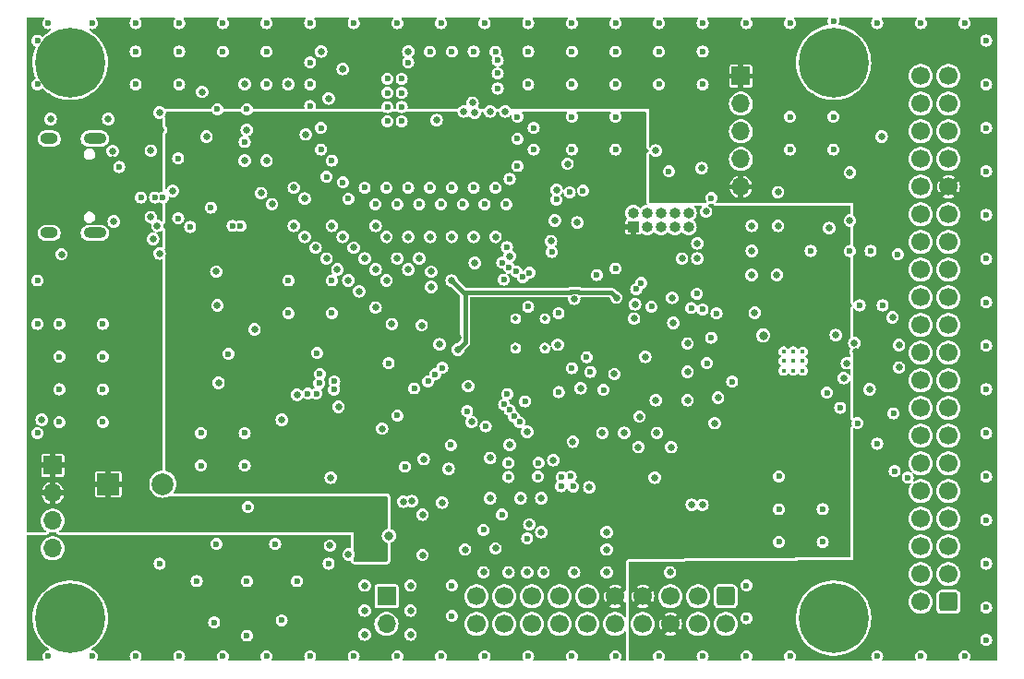
<source format=gbr>
%TF.GenerationSoftware,KiCad,Pcbnew,8.0.4-1.fc40*%
%TF.CreationDate,2024-09-05T19:31:19+01:00*%
%TF.ProjectId,better-lamp-controller,62657474-6572-42d6-9c61-6d702d636f6e,rev?*%
%TF.SameCoordinates,Original*%
%TF.FileFunction,Copper,L3,Inr*%
%TF.FilePolarity,Positive*%
%FSLAX46Y46*%
G04 Gerber Fmt 4.6, Leading zero omitted, Abs format (unit mm)*
G04 Created by KiCad (PCBNEW 8.0.4-1.fc40) date 2024-09-05 19:31:19*
%MOMM*%
%LPD*%
G01*
G04 APERTURE LIST*
G04 Aperture macros list*
%AMRoundRect*
0 Rectangle with rounded corners*
0 $1 Rounding radius*
0 $2 $3 $4 $5 $6 $7 $8 $9 X,Y pos of 4 corners*
0 Add a 4 corners polygon primitive as box body*
4,1,4,$2,$3,$4,$5,$6,$7,$8,$9,$2,$3,0*
0 Add four circle primitives for the rounded corners*
1,1,$1+$1,$2,$3*
1,1,$1+$1,$4,$5*
1,1,$1+$1,$6,$7*
1,1,$1+$1,$8,$9*
0 Add four rect primitives between the rounded corners*
20,1,$1+$1,$2,$3,$4,$5,0*
20,1,$1+$1,$4,$5,$6,$7,0*
20,1,$1+$1,$6,$7,$8,$9,0*
20,1,$1+$1,$8,$9,$2,$3,0*%
G04 Aperture macros list end*
%TA.AperFunction,ComponentPad*%
%ADD10RoundRect,0.250000X0.600000X0.600000X-0.600000X0.600000X-0.600000X-0.600000X0.600000X-0.600000X0*%
%TD*%
%TA.AperFunction,ComponentPad*%
%ADD11C,1.700000*%
%TD*%
%TA.AperFunction,ComponentPad*%
%ADD12R,1.700000X1.700000*%
%TD*%
%TA.AperFunction,ComponentPad*%
%ADD13O,1.700000X1.700000*%
%TD*%
%TA.AperFunction,ComponentPad*%
%ADD14R,2.000000X2.000000*%
%TD*%
%TA.AperFunction,ComponentPad*%
%ADD15C,2.000000*%
%TD*%
%TA.AperFunction,ComponentPad*%
%ADD16RoundRect,0.250000X-0.600000X0.600000X-0.600000X-0.600000X0.600000X-0.600000X0.600000X0.600000X0*%
%TD*%
%TA.AperFunction,HeatsinkPad*%
%ADD17C,0.437500*%
%TD*%
%TA.AperFunction,ComponentPad*%
%ADD18C,6.400000*%
%TD*%
%TA.AperFunction,ComponentPad*%
%ADD19O,2.100000X1.000000*%
%TD*%
%TA.AperFunction,ComponentPad*%
%ADD20O,1.600000X1.000000*%
%TD*%
%TA.AperFunction,ComponentPad*%
%ADD21R,1.000000X1.000000*%
%TD*%
%TA.AperFunction,ComponentPad*%
%ADD22O,1.000000X1.000000*%
%TD*%
%TA.AperFunction,ComponentPad*%
%ADD23C,0.600000*%
%TD*%
%TA.AperFunction,HeatsinkPad*%
%ADD24C,0.500000*%
%TD*%
%TA.AperFunction,ViaPad*%
%ADD25C,0.650000*%
%TD*%
%TA.AperFunction,ViaPad*%
%ADD26C,0.600000*%
%TD*%
%TA.AperFunction,ViaPad*%
%ADD27C,0.800000*%
%TD*%
%TA.AperFunction,Conductor*%
%ADD28C,0.400000*%
%TD*%
G04 APERTURE END LIST*
D10*
%TO.N,/CS1*%
%TO.C,J1*%
X160540000Y-125500000D03*
D11*
%TO.N,/CS0*%
X158000000Y-125500000D03*
%TO.N,/CS3*%
X160540000Y-122960000D03*
%TO.N,/CS2*%
X158000000Y-122960000D03*
%TO.N,/CS5*%
X160540000Y-120420000D03*
%TO.N,/CS4*%
X158000000Y-120420000D03*
%TO.N,/CS7*%
X160540000Y-117880000D03*
%TO.N,/CS6*%
X158000000Y-117880000D03*
%TO.N,/SW1*%
X160540000Y-115340000D03*
%TO.N,/CS8*%
X158000000Y-115340000D03*
%TO.N,/SW3*%
X160540000Y-112800000D03*
%TO.N,/SW0*%
X158000000Y-112800000D03*
%TO.N,/SW5*%
X160540000Y-110260000D03*
%TO.N,/SW2*%
X158000000Y-110260000D03*
%TO.N,/SW7*%
X160540000Y-107720000D03*
%TO.N,/SW4*%
X158000000Y-107720000D03*
%TO.N,/SW9*%
X160540000Y-105180000D03*
%TO.N,/SW6*%
X158000000Y-105180000D03*
%TO.N,/SW8*%
X160540000Y-102640000D03*
%TO.N,unconnected-(J1-Pin_20-Pad20)*%
X158000000Y-102640000D03*
%TO.N,/SW10*%
X160540000Y-100100000D03*
%TO.N,/CS9*%
X158000000Y-100100000D03*
%TO.N,/CS10*%
X160540000Y-97560000D03*
%TO.N,/CS11*%
X158000000Y-97560000D03*
%TO.N,/CS12*%
X160540000Y-95020000D03*
%TO.N,/CS13*%
X158000000Y-95020000D03*
%TO.N,/CS14*%
X160540000Y-92480000D03*
%TO.N,/CS15*%
X158000000Y-92480000D03*
%TO.N,/CS16*%
X160540000Y-89940000D03*
%TO.N,/CS17*%
X158000000Y-89940000D03*
%TO.N,+5V*%
X160540000Y-87400000D03*
%TO.N,/EXT_SCLK*%
X158000000Y-87400000D03*
%TO.N,GND*%
X160540000Y-84860000D03*
%TO.N,/EXT_MOSI*%
X158000000Y-84860000D03*
%TO.N,/EXT_VSYNC*%
X160540000Y-82320000D03*
%TO.N,/EXT_MISO*%
X158000000Y-82320000D03*
%TO.N,GND*%
X160540000Y-79780000D03*
%TO.N,/Ext_CS0*%
X158000000Y-79780000D03*
%TO.N,/Ext_CS1*%
X160540000Y-77240000D03*
%TO.N,/Ext_CS2*%
X158000000Y-77240000D03*
%TD*%
D12*
%TO.N,/Audio+*%
%TO.C,J6*%
X109000000Y-125000000D03*
D13*
%TO.N,/Audio-*%
X109000000Y-127540000D03*
%TD*%
D14*
%TO.N,+5V*%
%TO.C,C13*%
X83500000Y-114700000D03*
D15*
%TO.N,GND*%
X88500000Y-114700000D03*
%TD*%
D16*
%TO.N,/I2C_SCL*%
%TO.C,J4*%
X140120000Y-125000000D03*
D11*
%TO.N,GND*%
X140120000Y-127540000D03*
%TO.N,/I2C_SDA*%
X137580000Y-125000000D03*
%TO.N,unconnected-(J4-Pin_4-Pad4)*%
X137580000Y-127540000D03*
%TO.N,GND*%
X135040000Y-125000000D03*
%TO.N,+5V*%
X135040000Y-127540000D03*
X132500000Y-125000000D03*
%TO.N,GND*%
X132500000Y-127540000D03*
%TO.N,+3V3*%
X129960000Y-125000000D03*
%TO.N,GND*%
X129960000Y-127540000D03*
%TO.N,/SWI1*%
X127420000Y-125000000D03*
%TO.N,/SWI2*%
X127420000Y-127540000D03*
%TO.N,/SWI3*%
X124880000Y-125000000D03*
%TO.N,/SWI4*%
X124880000Y-127540000D03*
%TO.N,/Vref*%
X122340000Y-125000000D03*
%TO.N,/AIN1*%
X122340000Y-127540000D03*
%TO.N,/AIN3*%
X119800000Y-125000000D03*
%TO.N,/AIN2*%
X119800000Y-127540000D03*
%TO.N,/Audio+*%
X117260000Y-125000000D03*
%TO.N,/Audio-*%
X117260000Y-127540000D03*
%TD*%
D12*
%TO.N,+5V*%
%TO.C,J7*%
X78400000Y-112980000D03*
D13*
X78400000Y-115520000D03*
%TO.N,GND*%
X78400000Y-118060000D03*
X78400000Y-120600000D03*
%TD*%
D17*
%TO.N,GND*%
%TO.C,U1*%
X145425000Y-104275000D03*
X146300000Y-104275000D03*
X147175000Y-104275000D03*
X145425000Y-103400000D03*
X146300000Y-103400000D03*
X147175000Y-103400000D03*
X145425000Y-102525000D03*
X146300000Y-102525000D03*
X147175000Y-102525000D03*
%TD*%
D18*
%TO.N,GND*%
%TO.C,H3*%
X80000000Y-127000000D03*
%TD*%
%TO.N,GND*%
%TO.C,H1*%
X150000000Y-76000000D03*
%TD*%
%TO.N,GND*%
%TO.C,H4*%
X80000000Y-76000000D03*
%TD*%
D12*
%TO.N,+5V*%
%TO.C,J5*%
X141500000Y-77252500D03*
D13*
%TO.N,GND*%
X141500000Y-79792500D03*
%TO.N,/WS2812_HV*%
X141500000Y-82332500D03*
%TO.N,GND*%
X141500000Y-84872500D03*
%TO.N,+5V*%
X141500000Y-87412500D03*
%TD*%
D19*
%TO.N,/MCU/USB_SHLD*%
%TO.C,J3*%
X82260000Y-83000000D03*
D20*
X78080000Y-83000000D03*
D19*
X82260000Y-91640000D03*
D20*
X78080000Y-91640000D03*
%TD*%
D21*
%TO.N,+3V3*%
%TO.C,J9*%
X131620000Y-91100000D03*
D22*
%TO.N,/MCU/SWD*%
X131620000Y-89830000D03*
%TO.N,GND*%
X132890000Y-91100000D03*
%TO.N,/MCU/SWCLK*%
X132890000Y-89830000D03*
%TO.N,GND*%
X134160000Y-91100000D03*
%TO.N,unconnected-(J9-SWO{slash}TDO-Pad6)*%
X134160000Y-89830000D03*
%TO.N,unconnected-(J9-KEY-Pad7)*%
X135430000Y-91100000D03*
%TO.N,unconnected-(J9-NC{slash}TDI-Pad8)*%
X135430000Y-89830000D03*
%TO.N,unconnected-(J9-GNDDetect-Pad9)*%
X136700000Y-91100000D03*
%TO.N,/MCU/RST*%
X136700000Y-89830000D03*
%TD*%
D23*
%TO.N,GND*%
%TO.C,U9*%
X110400000Y-81395000D03*
X110400000Y-80095000D03*
X110400000Y-78795000D03*
X110400000Y-77495000D03*
X109100000Y-81395000D03*
X109100000Y-80095000D03*
X109100000Y-78795000D03*
X109100000Y-77495000D03*
%TD*%
D18*
%TO.N,GND*%
%TO.C,H2*%
X150000000Y-127000000D03*
%TD*%
D24*
%TO.N,GND*%
%TO.C,U3*%
X120850000Y-102200000D03*
X123550000Y-102200000D03*
X120850000Y-99500000D03*
X123550000Y-99500000D03*
%TD*%
D25*
%TO.N,GND*%
X144800000Y-95500000D03*
X149600000Y-91200000D03*
X142489353Y-95498479D03*
X142500000Y-93300000D03*
%TO.N,+3V3*%
X118500000Y-83400000D03*
D26*
%TO.N,GND*%
X122500000Y-84000000D03*
X122500000Y-82000000D03*
X120300000Y-86700000D03*
X121000000Y-85500000D03*
D25*
X120300000Y-93800000D03*
X103000000Y-75000000D03*
X111000000Y-75000000D03*
X96000000Y-78000000D03*
X100000000Y-78000000D03*
X96000000Y-85000000D03*
X98000000Y-85000000D03*
X111000000Y-95000000D03*
X112000000Y-94000000D03*
X110000000Y-94000000D03*
X108000000Y-91000000D03*
X111000000Y-92000000D03*
X119000000Y-92000000D03*
X117000000Y-92000000D03*
X113000000Y-92000000D03*
X109000000Y-92000000D03*
X124440000Y-90500000D03*
X126500000Y-90700000D03*
X138300000Y-89700000D03*
X137500000Y-92600000D03*
X136100000Y-94000000D03*
X120200000Y-122800000D03*
X117900000Y-122800000D03*
X121900000Y-122800000D03*
X123400000Y-122800000D03*
X126200000Y-122800000D03*
X135000000Y-122800000D03*
X129200000Y-122800000D03*
X151500000Y-86100000D03*
X144900000Y-87900000D03*
X144900000Y-91000000D03*
X142500000Y-91000000D03*
X137500000Y-94000000D03*
X136600000Y-101800000D03*
X136600000Y-104400000D03*
X136600000Y-107000000D03*
X133700000Y-107000000D03*
X132200000Y-108500000D03*
X133800000Y-110000000D03*
X135100000Y-111300000D03*
X132100000Y-111300000D03*
X130800000Y-110000000D03*
X128800000Y-110000000D03*
X127600000Y-115000000D03*
X107000000Y-128500000D03*
X107000000Y-124000000D03*
X107000000Y-126300000D03*
X111200000Y-128500000D03*
X111200000Y-124000000D03*
X111200000Y-126300000D03*
X112300000Y-121200000D03*
X114100000Y-116400000D03*
X118500000Y-112300000D03*
X118500000Y-116000000D03*
X120300000Y-111100000D03*
X121300000Y-116000000D03*
X123200000Y-116000000D03*
X121900000Y-109900000D03*
X124300000Y-112500000D03*
D26*
X115000000Y-126800000D03*
X115000000Y-124000000D03*
X142000000Y-127000000D03*
X142000000Y-124000000D03*
X145000000Y-114000000D03*
X138000000Y-78000000D03*
X138000000Y-75000000D03*
X149000000Y-120000000D03*
X145000000Y-120000000D03*
X149000000Y-117000000D03*
X145000000Y-117000000D03*
X83000000Y-109000000D03*
X79000000Y-109000000D03*
X83000000Y-106000000D03*
X79000000Y-106000000D03*
X83000000Y-103000000D03*
X79000000Y-103000000D03*
X83000000Y-100000000D03*
X79000000Y-100000000D03*
X104000000Y-99000000D03*
X100000000Y-99000000D03*
X104000000Y-96000000D03*
X100000000Y-96000000D03*
X96000000Y-113000000D03*
X92000000Y-113000000D03*
X96000000Y-110000000D03*
X92000000Y-110000000D03*
X150000000Y-84000000D03*
X146000000Y-84000000D03*
X150000000Y-81000000D03*
X146000000Y-81000000D03*
X130000000Y-84000000D03*
X126000000Y-84000000D03*
X130000000Y-81000000D03*
X126000000Y-81000000D03*
X98000000Y-78000000D03*
X98000000Y-75000000D03*
X94000000Y-75000000D03*
X90000000Y-78000000D03*
X86000000Y-78000000D03*
X90000000Y-75000000D03*
X86000000Y-75000000D03*
X134000000Y-78000000D03*
X130000000Y-78000000D03*
X134000000Y-75000000D03*
X130000000Y-75000000D03*
X122000000Y-78000000D03*
X126000000Y-78000000D03*
X126000000Y-75000000D03*
X122000000Y-75000000D03*
X164000000Y-129000000D03*
X164000000Y-126000000D03*
X164000000Y-122000000D03*
X164000000Y-114000000D03*
X164000000Y-118000000D03*
X164000000Y-110000000D03*
X164000000Y-106000000D03*
X164000000Y-98000000D03*
X164000000Y-102000000D03*
X164000000Y-94000000D03*
X164000000Y-90000000D03*
X164000000Y-86000000D03*
X164000000Y-82000000D03*
X164000000Y-74000000D03*
X164000000Y-78000000D03*
X77000000Y-110000000D03*
X77000000Y-96000000D03*
X77000000Y-100000000D03*
X77000000Y-78000000D03*
X77000000Y-74000000D03*
X134000000Y-130500000D03*
X158000000Y-130500000D03*
X118000000Y-130500000D03*
X122000000Y-130500000D03*
X126000000Y-130500000D03*
X146000000Y-130500000D03*
X162000000Y-130500000D03*
X110000000Y-130500000D03*
X114000000Y-130500000D03*
X130000000Y-130500000D03*
X78000000Y-130500000D03*
X154000000Y-130500000D03*
X82000000Y-130500000D03*
X138000000Y-130500000D03*
X106000000Y-130500000D03*
X86000000Y-130500000D03*
X90000000Y-130500000D03*
X142000000Y-130500000D03*
X102000000Y-130500000D03*
X94000000Y-130500000D03*
X98000000Y-130500000D03*
X78000000Y-72400000D03*
X82000000Y-72400000D03*
X150000000Y-72200000D03*
X154000000Y-72400000D03*
X158000000Y-72400000D03*
X162000000Y-72400000D03*
X134000000Y-72400000D03*
X138000000Y-72400000D03*
X142000000Y-72400000D03*
X146000000Y-72400000D03*
X118000000Y-72400000D03*
X122000000Y-72400000D03*
X126000000Y-72400000D03*
X130000000Y-72400000D03*
X102000000Y-72400000D03*
X106000000Y-72400000D03*
X110000000Y-72400000D03*
X114000000Y-72400000D03*
X94000000Y-72400000D03*
X98000000Y-72400000D03*
X90000000Y-72400000D03*
X86000000Y-72400000D03*
D25*
X106000000Y-93000000D03*
D26*
X155600000Y-113500000D03*
D25*
X131800000Y-98200000D03*
X87400000Y-84100000D03*
X84000000Y-90600000D03*
X102500000Y-93000000D03*
X137970000Y-116610958D03*
X78200000Y-81200000D03*
X113874767Y-101874767D03*
D26*
X155500000Y-108200000D03*
D25*
X129900000Y-104600000D03*
X129200000Y-120700000D03*
D26*
X98800000Y-120200000D03*
X150600000Y-107700000D03*
X115000000Y-87500000D03*
X110000000Y-89000000D03*
X111000000Y-87500000D03*
D25*
X98500000Y-89000000D03*
X139100000Y-109100000D03*
D26*
X102000000Y-78000000D03*
D25*
X87400000Y-90200000D03*
D26*
X102000000Y-76000000D03*
X96200000Y-128600000D03*
D25*
X123200000Y-119100000D03*
X108000000Y-95000000D03*
X105525000Y-121150000D03*
D26*
X105500000Y-88500000D03*
D25*
X153300000Y-106000000D03*
X126100000Y-110800000D03*
D26*
X117000000Y-75000000D03*
D25*
X105000000Y-92000000D03*
X100500000Y-87500000D03*
D26*
X102000000Y-80000000D03*
D25*
X112400000Y-112400000D03*
D26*
X108000000Y-89000000D03*
D27*
X143550000Y-101050000D03*
D26*
X151500000Y-93300000D03*
D25*
X113100000Y-95200000D03*
X89400000Y-87800000D03*
D26*
X113000000Y-87500000D03*
X155900000Y-93600000D03*
X119200000Y-75800000D03*
X103000000Y-82000000D03*
X156800000Y-114100000D03*
D25*
X104500000Y-95000000D03*
X135200000Y-97600000D03*
X103825000Y-120350000D03*
D26*
X93200000Y-127400000D03*
D25*
X112300000Y-117500000D03*
X155400000Y-99400000D03*
X122100000Y-118400000D03*
D26*
X121000000Y-81000000D03*
D25*
X93600000Y-105400000D03*
X113600000Y-81300000D03*
X79200000Y-93600000D03*
X93500000Y-98300000D03*
D26*
X112000000Y-89000000D03*
X118000000Y-89000000D03*
D25*
X100500000Y-91000000D03*
X108600000Y-109600000D03*
D26*
X103000000Y-84000000D03*
X119000000Y-75000000D03*
D25*
X105500000Y-96000000D03*
X106500000Y-97000000D03*
X83900000Y-84119997D03*
D26*
X119000000Y-87500000D03*
D25*
X116500000Y-105700000D03*
D26*
X154000000Y-111000000D03*
D25*
X107000000Y-94000000D03*
X104000000Y-91000000D03*
X99400000Y-108800000D03*
D27*
X109225000Y-119450000D03*
D25*
X137900000Y-85700000D03*
D26*
X109000000Y-87500000D03*
X96200000Y-123600000D03*
D25*
X156000000Y-101935000D03*
X96200000Y-82200000D03*
D26*
X91600000Y-123600000D03*
X152200000Y-109100000D03*
X119200000Y-77000000D03*
D25*
X113100000Y-96600000D03*
X109000000Y-96000000D03*
X131700000Y-99500000D03*
X83500000Y-81200000D03*
X92100000Y-78700000D03*
X126200000Y-97675000D03*
D26*
X111000000Y-76000000D03*
D25*
X117100000Y-80600000D03*
X87600000Y-92200000D03*
X151500000Y-90500000D03*
X126800000Y-105900000D03*
D26*
X100800000Y-123600000D03*
D25*
X96900000Y-100500000D03*
X97500000Y-88000000D03*
X103500000Y-94000000D03*
X103700000Y-79300000D03*
X100800000Y-106500000D03*
X116200000Y-120700000D03*
X77400000Y-108800000D03*
D26*
X104000000Y-85000000D03*
D25*
X116900000Y-79700000D03*
D26*
X103500000Y-86500000D03*
D25*
X114700000Y-113300000D03*
D26*
X99400000Y-127200000D03*
D25*
X101500000Y-92000000D03*
X109500000Y-100000000D03*
X154400000Y-82800000D03*
X124700000Y-101900000D03*
X137000000Y-116600000D03*
D26*
X120000000Y-89000000D03*
D25*
X125600000Y-85300000D03*
X129200000Y-119100000D03*
X124100000Y-92400000D03*
X116800000Y-109000000D03*
X135300000Y-99900000D03*
X116100000Y-80500000D03*
D26*
X119200000Y-78400000D03*
D25*
X93400000Y-95200000D03*
X119000000Y-120600000D03*
D26*
X117000000Y-87500000D03*
X149400000Y-106300000D03*
D25*
X101500000Y-88500000D03*
X112220638Y-100120638D03*
X117100000Y-94400000D03*
X139400000Y-106765000D03*
D26*
X154500000Y-98300000D03*
X116000000Y-89000000D03*
D25*
X101600000Y-82600000D03*
X108000000Y-98500000D03*
X124600000Y-87700000D03*
D26*
X93400000Y-120200000D03*
D25*
X88200000Y-80600000D03*
X118500000Y-80500000D03*
D26*
X107000000Y-87500000D03*
D25*
X132720515Y-103008371D03*
D26*
X121000000Y-83000000D03*
D25*
X92500000Y-82800000D03*
X103900000Y-114100000D03*
X156000000Y-104000000D03*
D26*
X105000000Y-87000000D03*
D25*
X133700000Y-84100000D03*
D26*
X115000000Y-75000000D03*
X113000000Y-75000000D03*
X114000000Y-89000000D03*
X152400000Y-98300000D03*
D25*
X142770227Y-98970227D03*
X88000000Y-91000000D03*
X88200000Y-93530000D03*
X104600000Y-107600000D03*
X133600000Y-114100000D03*
D26*
X153400000Y-93300000D03*
D25*
X119900000Y-80500000D03*
%TO.N,+5V*%
X153200000Y-102400000D03*
X153500000Y-103669921D03*
X152040769Y-102522195D03*
D26*
X114000000Y-77400000D03*
D25*
X88300000Y-82200000D03*
D26*
X115200000Y-78800000D03*
D25*
X95300000Y-79500000D03*
D27*
X108200000Y-121200000D03*
D25*
X84100000Y-89700000D03*
X83900000Y-84900000D03*
D26*
X114000000Y-76600000D03*
D25*
X134400000Y-81600000D03*
D26*
X114000000Y-75800000D03*
D25*
X105525000Y-116350000D03*
D27*
X103825000Y-117250000D03*
X108225000Y-116950000D03*
D26*
X114000000Y-78200000D03*
D25*
%TO.N,+3V3*%
X118400000Y-85100000D03*
X115100000Y-85100000D03*
X115100000Y-83300000D03*
X130082500Y-99088969D03*
X120100000Y-84300000D03*
X125500000Y-109000000D03*
X118214532Y-106465000D03*
X142600000Y-119600000D03*
X105600000Y-114900000D03*
X101800000Y-81000000D03*
X116800000Y-84300000D03*
X131800000Y-95000000D03*
X142550000Y-109050000D03*
X141000000Y-109200000D03*
X105000000Y-76600000D03*
X108200000Y-106800000D03*
X133000000Y-116600000D03*
X113500000Y-84300000D03*
X135000000Y-119600000D03*
X115545000Y-101286845D03*
X140600000Y-101605000D03*
X115800000Y-94500000D03*
X95000000Y-100000000D03*
X92600000Y-88000000D03*
X122700000Y-93800000D03*
X122300000Y-85300000D03*
%TO.N,+1V1*%
X114981650Y-96024240D03*
X115550000Y-102350000D03*
X130082500Y-97582619D03*
%TO.N,/SW5*%
X151222977Y-103596666D03*
D26*
%TO.N,/Ext_CS0*%
X121719974Y-107100000D03*
X147900000Y-93300000D03*
%TO.N,/Ext_CS2*%
X124172741Y-93386372D03*
X127030000Y-87770000D03*
D25*
%TO.N,/SW6*%
X151900000Y-101755000D03*
D26*
%TO.N,/SD_DET*%
X109200000Y-103604982D03*
X116400000Y-108009999D03*
D25*
%TO.N,/SW3*%
X150914697Y-104970581D03*
%TO.N,/SW8*%
X150200000Y-101015000D03*
D26*
%TO.N,/SPI1_MOSI*%
X128900000Y-106060000D03*
X104195889Y-106019559D03*
X102843912Y-105449009D03*
X111552690Y-105909999D03*
%TO.N,/SPI1_SD_CS*%
X114120280Y-104016008D03*
X94500000Y-102750000D03*
X127350000Y-103050000D03*
X102627316Y-102672684D03*
%TO.N,/SPI1_SCK*%
X127700000Y-104400000D03*
X113468881Y-104624982D03*
%TO.N,/SPI1_MISO*%
X102585000Y-106400000D03*
X126004630Y-104050000D03*
X102900000Y-104600000D03*
X112823862Y-105270000D03*
X104221660Y-105270000D03*
%TO.N,/RTC_VBat*%
X88200000Y-122000000D03*
X96300000Y-116800000D03*
X103700000Y-122000000D03*
%TO.N,/MCU/UC_CC2*%
X89900000Y-84800000D03*
X88500000Y-88400000D03*
%TO.N,/MCU/SWCLK_GATED*%
X87779997Y-88400000D03*
X84500000Y-85600000D03*
%TO.N,/MCU/SWD_GATED*%
X91000000Y-91100000D03*
X86500000Y-88400000D03*
%TO.N,/AIN3*%
X119755288Y-95931543D03*
X117900000Y-118900000D03*
%TO.N,/AIN2*%
X119600000Y-117500000D03*
X119617586Y-94372294D03*
%TO.N,/AIN1*%
X121900000Y-119700000D03*
X120237500Y-94824193D03*
%TO.N,/Vref*%
X120920821Y-95184880D03*
D25*
%TO.N,/Audio+*%
X111316136Y-116268948D03*
%TO.N,/Audio-*%
X110536866Y-116302738D03*
D26*
%TO.N,/MCU/SSel*%
X110700000Y-113100000D03*
X114900018Y-111100018D03*
%TO.N,/LED_SCK*%
X137990001Y-98655549D03*
%TO.N,/LED_MOSI*%
X136964677Y-98535323D03*
%TO.N,/LED_MISO*%
X138772549Y-101267451D03*
X137472218Y-97222684D03*
X138400000Y-103600000D03*
%TO.N,/LED_VSYNC*%
X139270000Y-99030000D03*
%TO.N,/SPI1_RTC_CS*%
X124800000Y-106250000D03*
X101800000Y-106400000D03*
X119784797Y-107385489D03*
X118099982Y-109400018D03*
%TO.N,/RTC_INT*%
X124780000Y-98998359D03*
X110000000Y-108400000D03*
%TO.N,/MCU/CC1_DET*%
X96200000Y-80300000D03*
X93500000Y-80300000D03*
%TO.N,/LED_CS*%
X140700000Y-105300000D03*
X120075000Y-106419098D03*
%TO.N,/MCU/SWCLK*%
X95620003Y-91000000D03*
X131900000Y-96800000D03*
X125800000Y-87900000D03*
%TO.N,/MCU/SWD*%
X94900000Y-91000000D03*
X124600000Y-88597451D03*
X132349782Y-96237773D03*
%TO.N,/MCU/USBC_DAM*%
X92900000Y-89324999D03*
X121500000Y-95700000D03*
X96000000Y-83300000D03*
X89906531Y-90319587D03*
X120050018Y-92950018D03*
%TO.N,/Ext_CS1*%
X138777218Y-88432782D03*
X128300000Y-95500000D03*
%TO.N,/BCLK*%
X122940907Y-112735907D03*
X122905000Y-114020000D03*
%TO.N,/LRCLK*%
X120200000Y-112760000D03*
X120200000Y-114040000D03*
%TO.N,/WS2812_LV*%
X134900000Y-86000000D03*
X122000000Y-98400000D03*
%TO.N,/MCU/RST*%
X130005000Y-94900000D03*
X133300000Y-98400000D03*
%TO.N,/SWI1*%
X120305629Y-107882618D03*
X126127499Y-114927535D03*
%TO.N,/SWI2*%
X125900000Y-114000000D03*
X120690881Y-108490881D03*
%TO.N,/SWI3*%
X121200000Y-109000000D03*
X125070723Y-114040000D03*
%TO.N,/SWI4*%
X122106378Y-95311790D03*
X125000000Y-114900000D03*
D25*
%TO.N,GND*%
X115000000Y-92000000D03*
%TD*%
D28*
%TO.N,+1V1*%
X130082500Y-97582619D02*
X129599881Y-97100000D01*
X129599881Y-97100000D02*
X126626310Y-97100000D01*
X126626310Y-97100000D02*
X126546310Y-97020000D01*
X126546310Y-97020000D02*
X125928690Y-97020000D01*
X125928690Y-97020000D02*
X125848690Y-97100000D01*
X125848690Y-97100000D02*
X116057410Y-97100000D01*
X116057410Y-97100000D02*
X114981650Y-96024240D01*
X116200000Y-97242590D02*
X114981650Y-96024240D01*
X115550000Y-102350000D02*
X116200000Y-101700000D01*
X116200000Y-101700000D02*
X116200000Y-97242590D01*
%TD*%
%TA.AperFunction,Conductor*%
%TO.N,+5V*%
G36*
X77605003Y-71919245D02*
G01*
X77623748Y-71964500D01*
X77607984Y-72002556D01*
X77609933Y-72004051D01*
X77519138Y-72122375D01*
X77519137Y-72122378D01*
X77463671Y-72256286D01*
X77463668Y-72256295D01*
X77444750Y-72399996D01*
X77444750Y-72400003D01*
X77463668Y-72543704D01*
X77463671Y-72543713D01*
X77519137Y-72677621D01*
X77519138Y-72677624D01*
X77519139Y-72677625D01*
X77607379Y-72792621D01*
X77722375Y-72880861D01*
X77856291Y-72936330D01*
X77856292Y-72936330D01*
X77856295Y-72936331D01*
X77999997Y-72955250D01*
X78000000Y-72955250D01*
X78000003Y-72955250D01*
X78143704Y-72936331D01*
X78143705Y-72936330D01*
X78143709Y-72936330D01*
X78170811Y-72925103D01*
X78219794Y-72925103D01*
X78254431Y-72959739D01*
X78254432Y-73008723D01*
X78228299Y-73039071D01*
X78060777Y-73139866D01*
X77762916Y-73366294D01*
X77492912Y-73622055D01*
X77447166Y-73639568D01*
X77402435Y-73619604D01*
X77398128Y-73614556D01*
X77392621Y-73607379D01*
X77277625Y-73519139D01*
X77277624Y-73519138D01*
X77277621Y-73519137D01*
X77143713Y-73463671D01*
X77143704Y-73463668D01*
X77000003Y-73444750D01*
X76999997Y-73444750D01*
X76856295Y-73463668D01*
X76856286Y-73463671D01*
X76722378Y-73519137D01*
X76722375Y-73519138D01*
X76607379Y-73607379D01*
X76519138Y-73722375D01*
X76519137Y-73722378D01*
X76463671Y-73856286D01*
X76463668Y-73856295D01*
X76444750Y-73999996D01*
X76444750Y-74000003D01*
X76463668Y-74143704D01*
X76463671Y-74143713D01*
X76519137Y-74277621D01*
X76519138Y-74277624D01*
X76519139Y-74277625D01*
X76607379Y-74392621D01*
X76722375Y-74480861D01*
X76762063Y-74497300D01*
X76808761Y-74516643D01*
X76843397Y-74551279D01*
X76843723Y-74599459D01*
X76725320Y-74896632D01*
X76725319Y-74896636D01*
X76625223Y-75257147D01*
X76625221Y-75257153D01*
X76564690Y-75626382D01*
X76564688Y-75626398D01*
X76544432Y-75999997D01*
X76544432Y-76000002D01*
X76563843Y-76358019D01*
X76564689Y-76373613D01*
X76588547Y-76519139D01*
X76621865Y-76722378D01*
X76625221Y-76742845D01*
X76725320Y-77103368D01*
X76824103Y-77351295D01*
X76843724Y-77400540D01*
X76843060Y-77449519D01*
X76808761Y-77483357D01*
X76722378Y-77519137D01*
X76722375Y-77519138D01*
X76607379Y-77607379D01*
X76519138Y-77722375D01*
X76519137Y-77722378D01*
X76463671Y-77856286D01*
X76463668Y-77856295D01*
X76444750Y-77999996D01*
X76444750Y-78000003D01*
X76463668Y-78143704D01*
X76463671Y-78143713D01*
X76519137Y-78277621D01*
X76519138Y-78277624D01*
X76529321Y-78290895D01*
X76607379Y-78392621D01*
X76722375Y-78480861D01*
X76856291Y-78536330D01*
X76856292Y-78536330D01*
X76856295Y-78536331D01*
X76999997Y-78555250D01*
X77000000Y-78555250D01*
X77000003Y-78555250D01*
X77143704Y-78536331D01*
X77143705Y-78536330D01*
X77143709Y-78536330D01*
X77277625Y-78480861D01*
X77392621Y-78392621D01*
X77398124Y-78385449D01*
X77440540Y-78360955D01*
X77487855Y-78373629D01*
X77492895Y-78377929D01*
X77762913Y-78633703D01*
X77985819Y-78803152D01*
X78060780Y-78860136D01*
X78381377Y-79053033D01*
X78381381Y-79053035D01*
X78381383Y-79053036D01*
X78720962Y-79210142D01*
X79075538Y-79329613D01*
X79440951Y-79410046D01*
X79812919Y-79450500D01*
X79812924Y-79450500D01*
X80187076Y-79450500D01*
X80187081Y-79450500D01*
X80559049Y-79410046D01*
X80924462Y-79329613D01*
X81012362Y-79299996D01*
X103119534Y-79299996D01*
X103119534Y-79300003D01*
X103139311Y-79450231D01*
X103139314Y-79450240D01*
X103197300Y-79590229D01*
X103197301Y-79590232D01*
X103197302Y-79590233D01*
X103289549Y-79710451D01*
X103409767Y-79802698D01*
X103549764Y-79860687D01*
X103549765Y-79860687D01*
X103549768Y-79860688D01*
X103699997Y-79880466D01*
X103700000Y-79880466D01*
X103700003Y-79880466D01*
X103850231Y-79860688D01*
X103850232Y-79860687D01*
X103850236Y-79860687D01*
X103990233Y-79802698D01*
X104110451Y-79710451D01*
X104202698Y-79590233D01*
X104260687Y-79450236D01*
X104260688Y-79450231D01*
X104280466Y-79300003D01*
X104280466Y-79299996D01*
X104260688Y-79149768D01*
X104260685Y-79149759D01*
X104244403Y-79110451D01*
X104202698Y-79009767D01*
X104110451Y-78889549D01*
X103990233Y-78797302D01*
X103990232Y-78797301D01*
X103990229Y-78797300D01*
X103984667Y-78794996D01*
X108544750Y-78794996D01*
X108544750Y-78795003D01*
X108563668Y-78938704D01*
X108563671Y-78938713D01*
X108619137Y-79072621D01*
X108619138Y-79072624D01*
X108619139Y-79072625D01*
X108707379Y-79187621D01*
X108822375Y-79275861D01*
X108956291Y-79331330D01*
X108956292Y-79331330D01*
X108956295Y-79331331D01*
X109099997Y-79350250D01*
X109100000Y-79350250D01*
X109100003Y-79350250D01*
X109243704Y-79331331D01*
X109243705Y-79331330D01*
X109243709Y-79331330D01*
X109377625Y-79275861D01*
X109492621Y-79187621D01*
X109580861Y-79072625D01*
X109636330Y-78938709D01*
X109636643Y-78936331D01*
X109655250Y-78795003D01*
X109655250Y-78794996D01*
X109844750Y-78794996D01*
X109844750Y-78795003D01*
X109863668Y-78938704D01*
X109863671Y-78938713D01*
X109919137Y-79072621D01*
X109919138Y-79072624D01*
X109919139Y-79072625D01*
X110007379Y-79187621D01*
X110122375Y-79275861D01*
X110256291Y-79331330D01*
X110256292Y-79331330D01*
X110256295Y-79331331D01*
X110399997Y-79350250D01*
X110400000Y-79350250D01*
X110400003Y-79350250D01*
X110543704Y-79331331D01*
X110543705Y-79331330D01*
X110543709Y-79331330D01*
X110677625Y-79275861D01*
X110792621Y-79187621D01*
X110880861Y-79072625D01*
X110936330Y-78938709D01*
X110936643Y-78936331D01*
X110955250Y-78795003D01*
X110955250Y-78794996D01*
X110936331Y-78651295D01*
X110936328Y-78651286D01*
X110906994Y-78580466D01*
X110880861Y-78517375D01*
X110792621Y-78402379D01*
X110789515Y-78399996D01*
X118644750Y-78399996D01*
X118644750Y-78400003D01*
X118663668Y-78543704D01*
X118663671Y-78543713D01*
X118719137Y-78677621D01*
X118719138Y-78677624D01*
X118719139Y-78677625D01*
X118807379Y-78792621D01*
X118922375Y-78880861D01*
X119056291Y-78936330D01*
X119056292Y-78936330D01*
X119056295Y-78936331D01*
X119199997Y-78955250D01*
X119200000Y-78955250D01*
X119200003Y-78955250D01*
X119343704Y-78936331D01*
X119343705Y-78936330D01*
X119343709Y-78936330D01*
X119477625Y-78880861D01*
X119592621Y-78792621D01*
X119680861Y-78677625D01*
X119736330Y-78543709D01*
X119736331Y-78543704D01*
X119755250Y-78400003D01*
X119755250Y-78399996D01*
X119736331Y-78256295D01*
X119736328Y-78256286D01*
X119689698Y-78143709D01*
X119680861Y-78122375D01*
X119592621Y-78007379D01*
X119582999Y-77999996D01*
X121444750Y-77999996D01*
X121444750Y-78000003D01*
X121463668Y-78143704D01*
X121463671Y-78143713D01*
X121519137Y-78277621D01*
X121519138Y-78277624D01*
X121529321Y-78290895D01*
X121607379Y-78392621D01*
X121722375Y-78480861D01*
X121856291Y-78536330D01*
X121856292Y-78536330D01*
X121856295Y-78536331D01*
X121999997Y-78555250D01*
X122000000Y-78555250D01*
X122000003Y-78555250D01*
X122143704Y-78536331D01*
X122143705Y-78536330D01*
X122143709Y-78536330D01*
X122277625Y-78480861D01*
X122392621Y-78392621D01*
X122480861Y-78277625D01*
X122536330Y-78143709D01*
X122536909Y-78139311D01*
X122555250Y-78000003D01*
X122555250Y-77999996D01*
X125444750Y-77999996D01*
X125444750Y-78000003D01*
X125463668Y-78143704D01*
X125463671Y-78143713D01*
X125519137Y-78277621D01*
X125519138Y-78277624D01*
X125529321Y-78290895D01*
X125607379Y-78392621D01*
X125722375Y-78480861D01*
X125856291Y-78536330D01*
X125856292Y-78536330D01*
X125856295Y-78536331D01*
X125999997Y-78555250D01*
X126000000Y-78555250D01*
X126000003Y-78555250D01*
X126143704Y-78536331D01*
X126143705Y-78536330D01*
X126143709Y-78536330D01*
X126277625Y-78480861D01*
X126392621Y-78392621D01*
X126480861Y-78277625D01*
X126536330Y-78143709D01*
X126536909Y-78139311D01*
X126555250Y-78000003D01*
X126555250Y-77999996D01*
X129444750Y-77999996D01*
X129444750Y-78000003D01*
X129463668Y-78143704D01*
X129463671Y-78143713D01*
X129519137Y-78277621D01*
X129519138Y-78277624D01*
X129529321Y-78290895D01*
X129607379Y-78392621D01*
X129722375Y-78480861D01*
X129856291Y-78536330D01*
X129856292Y-78536330D01*
X129856295Y-78536331D01*
X129999997Y-78555250D01*
X130000000Y-78555250D01*
X130000003Y-78555250D01*
X130143704Y-78536331D01*
X130143705Y-78536330D01*
X130143709Y-78536330D01*
X130277625Y-78480861D01*
X130392621Y-78392621D01*
X130480861Y-78277625D01*
X130536330Y-78143709D01*
X130536909Y-78139311D01*
X130555250Y-78000003D01*
X130555250Y-77999996D01*
X133444750Y-77999996D01*
X133444750Y-78000003D01*
X133463668Y-78143704D01*
X133463671Y-78143713D01*
X133519137Y-78277621D01*
X133519138Y-78277624D01*
X133529321Y-78290895D01*
X133607379Y-78392621D01*
X133722375Y-78480861D01*
X133856291Y-78536330D01*
X133856292Y-78536330D01*
X133856295Y-78536331D01*
X133999997Y-78555250D01*
X134000000Y-78555250D01*
X134000003Y-78555250D01*
X134143704Y-78536331D01*
X134143705Y-78536330D01*
X134143709Y-78536330D01*
X134277625Y-78480861D01*
X134392621Y-78392621D01*
X134480861Y-78277625D01*
X134536330Y-78143709D01*
X134536909Y-78139311D01*
X134555250Y-78000003D01*
X134555250Y-77999996D01*
X137444750Y-77999996D01*
X137444750Y-78000003D01*
X137463668Y-78143704D01*
X137463671Y-78143713D01*
X137519137Y-78277621D01*
X137519138Y-78277624D01*
X137529321Y-78290895D01*
X137607379Y-78392621D01*
X137722375Y-78480861D01*
X137856291Y-78536330D01*
X137856292Y-78536330D01*
X137856295Y-78536331D01*
X137999997Y-78555250D01*
X138000000Y-78555250D01*
X138000003Y-78555250D01*
X138143704Y-78536331D01*
X138143705Y-78536330D01*
X138143709Y-78536330D01*
X138277625Y-78480861D01*
X138392621Y-78392621D01*
X138480861Y-78277625D01*
X138536330Y-78143709D01*
X138536909Y-78139311D01*
X138555250Y-78000003D01*
X138555250Y-77999996D01*
X138536331Y-77856295D01*
X138536328Y-77856286D01*
X138522052Y-77821821D01*
X138480861Y-77722375D01*
X138392621Y-77607379D01*
X138277625Y-77519139D01*
X138277624Y-77519138D01*
X138277621Y-77519137D01*
X138143713Y-77463671D01*
X138143704Y-77463668D01*
X138000003Y-77444750D01*
X137999997Y-77444750D01*
X137856295Y-77463668D01*
X137856286Y-77463671D01*
X137722378Y-77519137D01*
X137722375Y-77519138D01*
X137607379Y-77607379D01*
X137519138Y-77722375D01*
X137519137Y-77722378D01*
X137463671Y-77856286D01*
X137463668Y-77856295D01*
X137444750Y-77999996D01*
X134555250Y-77999996D01*
X134536331Y-77856295D01*
X134536328Y-77856286D01*
X134522052Y-77821821D01*
X134480861Y-77722375D01*
X134392621Y-77607379D01*
X134277625Y-77519139D01*
X134277624Y-77519138D01*
X134277621Y-77519137D01*
X134143713Y-77463671D01*
X134143704Y-77463668D01*
X134000003Y-77444750D01*
X133999997Y-77444750D01*
X133856295Y-77463668D01*
X133856286Y-77463671D01*
X133722378Y-77519137D01*
X133722375Y-77519138D01*
X133607379Y-77607379D01*
X133519138Y-77722375D01*
X133519137Y-77722378D01*
X133463671Y-77856286D01*
X133463668Y-77856295D01*
X133444750Y-77999996D01*
X130555250Y-77999996D01*
X130536331Y-77856295D01*
X130536328Y-77856286D01*
X130522052Y-77821821D01*
X130480861Y-77722375D01*
X130392621Y-77607379D01*
X130277625Y-77519139D01*
X130277624Y-77519138D01*
X130277621Y-77519137D01*
X130143713Y-77463671D01*
X130143704Y-77463668D01*
X130000003Y-77444750D01*
X129999997Y-77444750D01*
X129856295Y-77463668D01*
X129856286Y-77463671D01*
X129722378Y-77519137D01*
X129722375Y-77519138D01*
X129607379Y-77607379D01*
X129519138Y-77722375D01*
X129519137Y-77722378D01*
X129463671Y-77856286D01*
X129463668Y-77856295D01*
X129444750Y-77999996D01*
X126555250Y-77999996D01*
X126536331Y-77856295D01*
X126536328Y-77856286D01*
X126522052Y-77821821D01*
X126480861Y-77722375D01*
X126392621Y-77607379D01*
X126277625Y-77519139D01*
X126277624Y-77519138D01*
X126277621Y-77519137D01*
X126143713Y-77463671D01*
X126143704Y-77463668D01*
X126000003Y-77444750D01*
X125999997Y-77444750D01*
X125856295Y-77463668D01*
X125856286Y-77463671D01*
X125722378Y-77519137D01*
X125722375Y-77519138D01*
X125607379Y-77607379D01*
X125519138Y-77722375D01*
X125519137Y-77722378D01*
X125463671Y-77856286D01*
X125463668Y-77856295D01*
X125444750Y-77999996D01*
X122555250Y-77999996D01*
X122536331Y-77856295D01*
X122536328Y-77856286D01*
X122522052Y-77821821D01*
X122480861Y-77722375D01*
X122392621Y-77607379D01*
X122277625Y-77519139D01*
X122277624Y-77519138D01*
X122277621Y-77519137D01*
X122143713Y-77463671D01*
X122143704Y-77463668D01*
X122000003Y-77444750D01*
X121999997Y-77444750D01*
X121856295Y-77463668D01*
X121856286Y-77463671D01*
X121722378Y-77519137D01*
X121722375Y-77519138D01*
X121607379Y-77607379D01*
X121519138Y-77722375D01*
X121519137Y-77722378D01*
X121463671Y-77856286D01*
X121463668Y-77856295D01*
X121444750Y-77999996D01*
X119582999Y-77999996D01*
X119477625Y-77919139D01*
X119477624Y-77919138D01*
X119477621Y-77919137D01*
X119343713Y-77863671D01*
X119343704Y-77863668D01*
X119200003Y-77844750D01*
X119199997Y-77844750D01*
X119056295Y-77863668D01*
X119056286Y-77863671D01*
X118922378Y-77919137D01*
X118922375Y-77919138D01*
X118807379Y-78007379D01*
X118719138Y-78122375D01*
X118719137Y-78122378D01*
X118663671Y-78256286D01*
X118663668Y-78256295D01*
X118644750Y-78399996D01*
X110789515Y-78399996D01*
X110677625Y-78314139D01*
X110677624Y-78314138D01*
X110677621Y-78314137D01*
X110543713Y-78258671D01*
X110543704Y-78258668D01*
X110400003Y-78239750D01*
X110399997Y-78239750D01*
X110256295Y-78258668D01*
X110256286Y-78258671D01*
X110122378Y-78314137D01*
X110122375Y-78314138D01*
X110007379Y-78402379D01*
X109919138Y-78517375D01*
X109919137Y-78517378D01*
X109863671Y-78651286D01*
X109863668Y-78651295D01*
X109844750Y-78794996D01*
X109655250Y-78794996D01*
X109636331Y-78651295D01*
X109636328Y-78651286D01*
X109606994Y-78580466D01*
X109580861Y-78517375D01*
X109492621Y-78402379D01*
X109377625Y-78314139D01*
X109377624Y-78314138D01*
X109377621Y-78314137D01*
X109243713Y-78258671D01*
X109243704Y-78258668D01*
X109100003Y-78239750D01*
X109099997Y-78239750D01*
X108956295Y-78258668D01*
X108956286Y-78258671D01*
X108822378Y-78314137D01*
X108822375Y-78314138D01*
X108707379Y-78402379D01*
X108619138Y-78517375D01*
X108619137Y-78517378D01*
X108563671Y-78651286D01*
X108563668Y-78651295D01*
X108544750Y-78794996D01*
X103984667Y-78794996D01*
X103850240Y-78739314D01*
X103850231Y-78739311D01*
X103700003Y-78719534D01*
X103699997Y-78719534D01*
X103549768Y-78739311D01*
X103549759Y-78739314D01*
X103409770Y-78797300D01*
X103409767Y-78797301D01*
X103289549Y-78889549D01*
X103197301Y-79009767D01*
X103197300Y-79009770D01*
X103139314Y-79149759D01*
X103139311Y-79149768D01*
X103119534Y-79299996D01*
X81012362Y-79299996D01*
X81279038Y-79210142D01*
X81618617Y-79053036D01*
X81939220Y-78860136D01*
X82149880Y-78699996D01*
X91519534Y-78699996D01*
X91519534Y-78700003D01*
X91539311Y-78850231D01*
X91539314Y-78850240D01*
X91597300Y-78990229D01*
X91597301Y-78990232D01*
X91597302Y-78990233D01*
X91689549Y-79110451D01*
X91809767Y-79202698D01*
X91949764Y-79260687D01*
X91949765Y-79260687D01*
X91949768Y-79260688D01*
X92099997Y-79280466D01*
X92100000Y-79280466D01*
X92100003Y-79280466D01*
X92250231Y-79260688D01*
X92250232Y-79260687D01*
X92250236Y-79260687D01*
X92390233Y-79202698D01*
X92510451Y-79110451D01*
X92602698Y-78990233D01*
X92660687Y-78850236D01*
X92667656Y-78797301D01*
X92680466Y-78700003D01*
X92680466Y-78699996D01*
X92660688Y-78549768D01*
X92660685Y-78549759D01*
X92641192Y-78502699D01*
X92602698Y-78409767D01*
X92510451Y-78289549D01*
X92390233Y-78197302D01*
X92390232Y-78197301D01*
X92390229Y-78197300D01*
X92250240Y-78139314D01*
X92250231Y-78139311D01*
X92100003Y-78119534D01*
X92099997Y-78119534D01*
X91949768Y-78139311D01*
X91949759Y-78139314D01*
X91809770Y-78197300D01*
X91809767Y-78197301D01*
X91689549Y-78289549D01*
X91597301Y-78409767D01*
X91597300Y-78409770D01*
X91539314Y-78549759D01*
X91539311Y-78549768D01*
X91519534Y-78699996D01*
X82149880Y-78699996D01*
X82237087Y-78633703D01*
X82508727Y-78376392D01*
X82750954Y-78091221D01*
X82812806Y-77999996D01*
X85444750Y-77999996D01*
X85444750Y-78000003D01*
X85463668Y-78143704D01*
X85463671Y-78143713D01*
X85519137Y-78277621D01*
X85519138Y-78277624D01*
X85529321Y-78290895D01*
X85607379Y-78392621D01*
X85722375Y-78480861D01*
X85856291Y-78536330D01*
X85856292Y-78536330D01*
X85856295Y-78536331D01*
X85999997Y-78555250D01*
X86000000Y-78555250D01*
X86000003Y-78555250D01*
X86143704Y-78536331D01*
X86143705Y-78536330D01*
X86143709Y-78536330D01*
X86277625Y-78480861D01*
X86392621Y-78392621D01*
X86480861Y-78277625D01*
X86536330Y-78143709D01*
X86536909Y-78139311D01*
X86555250Y-78000003D01*
X86555250Y-77999996D01*
X89444750Y-77999996D01*
X89444750Y-78000003D01*
X89463668Y-78143704D01*
X89463671Y-78143713D01*
X89519137Y-78277621D01*
X89519138Y-78277624D01*
X89529321Y-78290895D01*
X89607379Y-78392621D01*
X89722375Y-78480861D01*
X89856291Y-78536330D01*
X89856292Y-78536330D01*
X89856295Y-78536331D01*
X89999997Y-78555250D01*
X90000000Y-78555250D01*
X90000003Y-78555250D01*
X90143704Y-78536331D01*
X90143705Y-78536330D01*
X90143709Y-78536330D01*
X90277625Y-78480861D01*
X90392621Y-78392621D01*
X90480861Y-78277625D01*
X90536330Y-78143709D01*
X90536909Y-78139311D01*
X90555250Y-78000003D01*
X90555250Y-77999996D01*
X95419534Y-77999996D01*
X95419534Y-78000003D01*
X95439311Y-78150231D01*
X95439314Y-78150240D01*
X95497300Y-78290229D01*
X95497301Y-78290232D01*
X95506715Y-78302500D01*
X95589549Y-78410451D01*
X95709767Y-78502698D01*
X95849764Y-78560687D01*
X95849765Y-78560687D01*
X95849768Y-78560688D01*
X95999997Y-78580466D01*
X96000000Y-78580466D01*
X96000003Y-78580466D01*
X96150231Y-78560688D01*
X96150232Y-78560687D01*
X96150236Y-78560687D01*
X96290233Y-78502698D01*
X96410451Y-78410451D01*
X96502698Y-78290233D01*
X96560687Y-78150236D01*
X96561546Y-78143713D01*
X96580466Y-78000003D01*
X96580466Y-77999996D01*
X97444750Y-77999996D01*
X97444750Y-78000003D01*
X97463668Y-78143704D01*
X97463671Y-78143713D01*
X97519137Y-78277621D01*
X97519138Y-78277624D01*
X97529321Y-78290895D01*
X97607379Y-78392621D01*
X97722375Y-78480861D01*
X97856291Y-78536330D01*
X97856292Y-78536330D01*
X97856295Y-78536331D01*
X97999997Y-78555250D01*
X98000000Y-78555250D01*
X98000003Y-78555250D01*
X98143704Y-78536331D01*
X98143705Y-78536330D01*
X98143709Y-78536330D01*
X98277625Y-78480861D01*
X98392621Y-78392621D01*
X98480861Y-78277625D01*
X98536330Y-78143709D01*
X98536909Y-78139311D01*
X98555250Y-78000003D01*
X98555250Y-77999996D01*
X99419534Y-77999996D01*
X99419534Y-78000003D01*
X99439311Y-78150231D01*
X99439314Y-78150240D01*
X99497300Y-78290229D01*
X99497301Y-78290232D01*
X99506715Y-78302500D01*
X99589549Y-78410451D01*
X99709767Y-78502698D01*
X99849764Y-78560687D01*
X99849765Y-78560687D01*
X99849768Y-78560688D01*
X99999997Y-78580466D01*
X100000000Y-78580466D01*
X100000003Y-78580466D01*
X100150231Y-78560688D01*
X100150232Y-78560687D01*
X100150236Y-78560687D01*
X100290233Y-78502698D01*
X100410451Y-78410451D01*
X100502698Y-78290233D01*
X100560687Y-78150236D01*
X100561546Y-78143713D01*
X100580466Y-78000003D01*
X100580466Y-77999996D01*
X101444750Y-77999996D01*
X101444750Y-78000003D01*
X101463668Y-78143704D01*
X101463671Y-78143713D01*
X101519137Y-78277621D01*
X101519138Y-78277624D01*
X101529321Y-78290895D01*
X101607379Y-78392621D01*
X101722375Y-78480861D01*
X101856291Y-78536330D01*
X101856292Y-78536330D01*
X101856295Y-78536331D01*
X101999997Y-78555250D01*
X102000000Y-78555250D01*
X102000003Y-78555250D01*
X102143704Y-78536331D01*
X102143705Y-78536330D01*
X102143709Y-78536330D01*
X102277625Y-78480861D01*
X102392621Y-78392621D01*
X102480861Y-78277625D01*
X102536330Y-78143709D01*
X102536909Y-78139311D01*
X102555250Y-78000003D01*
X102555250Y-77999996D01*
X102536331Y-77856295D01*
X102536328Y-77856286D01*
X102522052Y-77821821D01*
X102480861Y-77722375D01*
X102392621Y-77607379D01*
X102277625Y-77519139D01*
X102277624Y-77519138D01*
X102277621Y-77519137D01*
X102219339Y-77494996D01*
X108544750Y-77494996D01*
X108544750Y-77495003D01*
X108563668Y-77638704D01*
X108563671Y-77638713D01*
X108619137Y-77772621D01*
X108619138Y-77772624D01*
X108619139Y-77772625D01*
X108707379Y-77887621D01*
X108822375Y-77975861D01*
X108956291Y-78031330D01*
X108956292Y-78031330D01*
X108956295Y-78031331D01*
X109099997Y-78050250D01*
X109100000Y-78050250D01*
X109100003Y-78050250D01*
X109243704Y-78031331D01*
X109243705Y-78031330D01*
X109243709Y-78031330D01*
X109377625Y-77975861D01*
X109492621Y-77887621D01*
X109580861Y-77772625D01*
X109636330Y-77638709D01*
X109640455Y-77607379D01*
X109655250Y-77495003D01*
X109655250Y-77494996D01*
X109844750Y-77494996D01*
X109844750Y-77495003D01*
X109863668Y-77638704D01*
X109863671Y-77638713D01*
X109919137Y-77772621D01*
X109919138Y-77772624D01*
X109919139Y-77772625D01*
X110007379Y-77887621D01*
X110122375Y-77975861D01*
X110256291Y-78031330D01*
X110256292Y-78031330D01*
X110256295Y-78031331D01*
X110399997Y-78050250D01*
X110400000Y-78050250D01*
X110400003Y-78050250D01*
X110543704Y-78031331D01*
X110543705Y-78031330D01*
X110543709Y-78031330D01*
X110677625Y-77975861D01*
X110792621Y-77887621D01*
X110880861Y-77772625D01*
X110936330Y-77638709D01*
X110940455Y-77607379D01*
X110955250Y-77495003D01*
X110955250Y-77494996D01*
X110936331Y-77351295D01*
X110936328Y-77351286D01*
X110905817Y-77277625D01*
X110880861Y-77217375D01*
X110792621Y-77102379D01*
X110677625Y-77014139D01*
X110677624Y-77014138D01*
X110677621Y-77014137D01*
X110543713Y-76958671D01*
X110543704Y-76958668D01*
X110400003Y-76939750D01*
X110399997Y-76939750D01*
X110256295Y-76958668D01*
X110256286Y-76958671D01*
X110122378Y-77014137D01*
X110122375Y-77014138D01*
X110007379Y-77102379D01*
X109919138Y-77217375D01*
X109919137Y-77217378D01*
X109863671Y-77351286D01*
X109863668Y-77351295D01*
X109844750Y-77494996D01*
X109655250Y-77494996D01*
X109636331Y-77351295D01*
X109636328Y-77351286D01*
X109605817Y-77277625D01*
X109580861Y-77217375D01*
X109492621Y-77102379D01*
X109377625Y-77014139D01*
X109377624Y-77014138D01*
X109377621Y-77014137D01*
X109243713Y-76958671D01*
X109243704Y-76958668D01*
X109100003Y-76939750D01*
X109099997Y-76939750D01*
X108956295Y-76958668D01*
X108956286Y-76958671D01*
X108822378Y-77014137D01*
X108822375Y-77014138D01*
X108707379Y-77102379D01*
X108619138Y-77217375D01*
X108619137Y-77217378D01*
X108563671Y-77351286D01*
X108563668Y-77351295D01*
X108544750Y-77494996D01*
X102219339Y-77494996D01*
X102143713Y-77463671D01*
X102143704Y-77463668D01*
X102000003Y-77444750D01*
X101999997Y-77444750D01*
X101856295Y-77463668D01*
X101856286Y-77463671D01*
X101722378Y-77519137D01*
X101722375Y-77519138D01*
X101607379Y-77607379D01*
X101519138Y-77722375D01*
X101519137Y-77722378D01*
X101463671Y-77856286D01*
X101463668Y-77856295D01*
X101444750Y-77999996D01*
X100580466Y-77999996D01*
X100560688Y-77849768D01*
X100560685Y-77849759D01*
X100520399Y-77752500D01*
X100502698Y-77709767D01*
X100410451Y-77589549D01*
X100290233Y-77497302D01*
X100290232Y-77497301D01*
X100290229Y-77497300D01*
X100150240Y-77439314D01*
X100150231Y-77439311D01*
X100000003Y-77419534D01*
X99999997Y-77419534D01*
X99849768Y-77439311D01*
X99849759Y-77439314D01*
X99709770Y-77497300D01*
X99709767Y-77497301D01*
X99589549Y-77589549D01*
X99497301Y-77709767D01*
X99497300Y-77709770D01*
X99439314Y-77849759D01*
X99439311Y-77849768D01*
X99419534Y-77999996D01*
X98555250Y-77999996D01*
X98536331Y-77856295D01*
X98536328Y-77856286D01*
X98522052Y-77821821D01*
X98480861Y-77722375D01*
X98392621Y-77607379D01*
X98277625Y-77519139D01*
X98277624Y-77519138D01*
X98277621Y-77519137D01*
X98143713Y-77463671D01*
X98143704Y-77463668D01*
X98000003Y-77444750D01*
X97999997Y-77444750D01*
X97856295Y-77463668D01*
X97856286Y-77463671D01*
X97722378Y-77519137D01*
X97722375Y-77519138D01*
X97607379Y-77607379D01*
X97519138Y-77722375D01*
X97519137Y-77722378D01*
X97463671Y-77856286D01*
X97463668Y-77856295D01*
X97444750Y-77999996D01*
X96580466Y-77999996D01*
X96560688Y-77849768D01*
X96560685Y-77849759D01*
X96520399Y-77752500D01*
X96502698Y-77709767D01*
X96410451Y-77589549D01*
X96290233Y-77497302D01*
X96290232Y-77497301D01*
X96290229Y-77497300D01*
X96150240Y-77439314D01*
X96150231Y-77439311D01*
X96000003Y-77419534D01*
X95999997Y-77419534D01*
X95849768Y-77439311D01*
X95849759Y-77439314D01*
X95709770Y-77497300D01*
X95709767Y-77497301D01*
X95589549Y-77589549D01*
X95497301Y-77709767D01*
X95497300Y-77709770D01*
X95439314Y-77849759D01*
X95439311Y-77849768D01*
X95419534Y-77999996D01*
X90555250Y-77999996D01*
X90536331Y-77856295D01*
X90536328Y-77856286D01*
X90522052Y-77821821D01*
X90480861Y-77722375D01*
X90392621Y-77607379D01*
X90277625Y-77519139D01*
X90277624Y-77519138D01*
X90277621Y-77519137D01*
X90143713Y-77463671D01*
X90143704Y-77463668D01*
X90000003Y-77444750D01*
X89999997Y-77444750D01*
X89856295Y-77463668D01*
X89856286Y-77463671D01*
X89722378Y-77519137D01*
X89722375Y-77519138D01*
X89607379Y-77607379D01*
X89519138Y-77722375D01*
X89519137Y-77722378D01*
X89463671Y-77856286D01*
X89463668Y-77856295D01*
X89444750Y-77999996D01*
X86555250Y-77999996D01*
X86536331Y-77856295D01*
X86536328Y-77856286D01*
X86522052Y-77821821D01*
X86480861Y-77722375D01*
X86392621Y-77607379D01*
X86277625Y-77519139D01*
X86277624Y-77519138D01*
X86277621Y-77519137D01*
X86143713Y-77463671D01*
X86143704Y-77463668D01*
X86000003Y-77444750D01*
X85999997Y-77444750D01*
X85856295Y-77463668D01*
X85856286Y-77463671D01*
X85722378Y-77519137D01*
X85722375Y-77519138D01*
X85607379Y-77607379D01*
X85519138Y-77722375D01*
X85519137Y-77722378D01*
X85463671Y-77856286D01*
X85463668Y-77856295D01*
X85444750Y-77999996D01*
X82812806Y-77999996D01*
X82960928Y-77781531D01*
X83136189Y-77450955D01*
X83274680Y-77103368D01*
X83374779Y-76742845D01*
X83398198Y-76599996D01*
X104419534Y-76599996D01*
X104419534Y-76600003D01*
X104439311Y-76750231D01*
X104439314Y-76750240D01*
X104497300Y-76890229D01*
X104497301Y-76890232D01*
X104497302Y-76890233D01*
X104589549Y-77010451D01*
X104709767Y-77102698D01*
X104849764Y-77160687D01*
X104849765Y-77160687D01*
X104849768Y-77160688D01*
X104999997Y-77180466D01*
X105000000Y-77180466D01*
X105000003Y-77180466D01*
X105150231Y-77160688D01*
X105150232Y-77160687D01*
X105150236Y-77160687D01*
X105290233Y-77102698D01*
X105410451Y-77010451D01*
X105502698Y-76890233D01*
X105560687Y-76750236D01*
X105580466Y-76600000D01*
X105580466Y-76599996D01*
X105560688Y-76449768D01*
X105560685Y-76449759D01*
X105521538Y-76355250D01*
X105502698Y-76309767D01*
X105410451Y-76189549D01*
X105290233Y-76097302D01*
X105290232Y-76097301D01*
X105290229Y-76097300D01*
X105150240Y-76039314D01*
X105150231Y-76039311D01*
X105000003Y-76019534D01*
X104999997Y-76019534D01*
X104849768Y-76039311D01*
X104849759Y-76039314D01*
X104709770Y-76097300D01*
X104709767Y-76097301D01*
X104589549Y-76189549D01*
X104497301Y-76309767D01*
X104497300Y-76309770D01*
X104439314Y-76449759D01*
X104439311Y-76449768D01*
X104419534Y-76599996D01*
X83398198Y-76599996D01*
X83435311Y-76373613D01*
X83453436Y-76039314D01*
X83455568Y-76000002D01*
X83455568Y-75999997D01*
X83455568Y-75999996D01*
X101444750Y-75999996D01*
X101444750Y-76000003D01*
X101463668Y-76143704D01*
X101463671Y-76143713D01*
X101519137Y-76277621D01*
X101519138Y-76277624D01*
X101519139Y-76277625D01*
X101607379Y-76392621D01*
X101722375Y-76480861D01*
X101856291Y-76536330D01*
X101856292Y-76536330D01*
X101856295Y-76536331D01*
X101999997Y-76555250D01*
X102000000Y-76555250D01*
X102000003Y-76555250D01*
X102143704Y-76536331D01*
X102143705Y-76536330D01*
X102143709Y-76536330D01*
X102277625Y-76480861D01*
X102392621Y-76392621D01*
X102480861Y-76277625D01*
X102536330Y-76143709D01*
X102542440Y-76097300D01*
X102555250Y-76000003D01*
X102555250Y-75999996D01*
X102536331Y-75856295D01*
X102536328Y-75856286D01*
X102480862Y-75722378D01*
X102480861Y-75722375D01*
X102392621Y-75607379D01*
X102277625Y-75519139D01*
X102277624Y-75519138D01*
X102277621Y-75519137D01*
X102143713Y-75463671D01*
X102143704Y-75463668D01*
X102000003Y-75444750D01*
X101999997Y-75444750D01*
X101856295Y-75463668D01*
X101856286Y-75463671D01*
X101722378Y-75519137D01*
X101722375Y-75519138D01*
X101607379Y-75607379D01*
X101519138Y-75722375D01*
X101519137Y-75722378D01*
X101463671Y-75856286D01*
X101463668Y-75856295D01*
X101444750Y-75999996D01*
X83455568Y-75999996D01*
X83444724Y-75799996D01*
X83435311Y-75626387D01*
X83374779Y-75257155D01*
X83303379Y-74999996D01*
X85444750Y-74999996D01*
X85444750Y-75000003D01*
X85463668Y-75143704D01*
X85463671Y-75143713D01*
X85519137Y-75277621D01*
X85519138Y-75277624D01*
X85535145Y-75298484D01*
X85607379Y-75392621D01*
X85722375Y-75480861D01*
X85786449Y-75507401D01*
X85851532Y-75534359D01*
X85856291Y-75536330D01*
X85856292Y-75536330D01*
X85856295Y-75536331D01*
X85999997Y-75555250D01*
X86000000Y-75555250D01*
X86000003Y-75555250D01*
X86143704Y-75536331D01*
X86143705Y-75536330D01*
X86143709Y-75536330D01*
X86277625Y-75480861D01*
X86392621Y-75392621D01*
X86480861Y-75277625D01*
X86536330Y-75143709D01*
X86555250Y-75000000D01*
X86555250Y-74999996D01*
X89444750Y-74999996D01*
X89444750Y-75000003D01*
X89463668Y-75143704D01*
X89463671Y-75143713D01*
X89519137Y-75277621D01*
X89519138Y-75277624D01*
X89535145Y-75298484D01*
X89607379Y-75392621D01*
X89722375Y-75480861D01*
X89786449Y-75507401D01*
X89851532Y-75534359D01*
X89856291Y-75536330D01*
X89856292Y-75536330D01*
X89856295Y-75536331D01*
X89999997Y-75555250D01*
X90000000Y-75555250D01*
X90000003Y-75555250D01*
X90143704Y-75536331D01*
X90143705Y-75536330D01*
X90143709Y-75536330D01*
X90277625Y-75480861D01*
X90392621Y-75392621D01*
X90480861Y-75277625D01*
X90536330Y-75143709D01*
X90555250Y-75000000D01*
X90555250Y-74999996D01*
X93444750Y-74999996D01*
X93444750Y-75000003D01*
X93463668Y-75143704D01*
X93463671Y-75143713D01*
X93519137Y-75277621D01*
X93519138Y-75277624D01*
X93535145Y-75298484D01*
X93607379Y-75392621D01*
X93722375Y-75480861D01*
X93786449Y-75507401D01*
X93851532Y-75534359D01*
X93856291Y-75536330D01*
X93856292Y-75536330D01*
X93856295Y-75536331D01*
X93999997Y-75555250D01*
X94000000Y-75555250D01*
X94000003Y-75555250D01*
X94143704Y-75536331D01*
X94143705Y-75536330D01*
X94143709Y-75536330D01*
X94277625Y-75480861D01*
X94392621Y-75392621D01*
X94480861Y-75277625D01*
X94536330Y-75143709D01*
X94555250Y-75000000D01*
X94555250Y-74999996D01*
X97444750Y-74999996D01*
X97444750Y-75000003D01*
X97463668Y-75143704D01*
X97463671Y-75143713D01*
X97519137Y-75277621D01*
X97519138Y-75277624D01*
X97535145Y-75298484D01*
X97607379Y-75392621D01*
X97722375Y-75480861D01*
X97786449Y-75507401D01*
X97851532Y-75534359D01*
X97856291Y-75536330D01*
X97856292Y-75536330D01*
X97856295Y-75536331D01*
X97999997Y-75555250D01*
X98000000Y-75555250D01*
X98000003Y-75555250D01*
X98143704Y-75536331D01*
X98143705Y-75536330D01*
X98143709Y-75536330D01*
X98277625Y-75480861D01*
X98392621Y-75392621D01*
X98480861Y-75277625D01*
X98536330Y-75143709D01*
X98555250Y-75000000D01*
X98555250Y-74999996D01*
X102419534Y-74999996D01*
X102419534Y-75000003D01*
X102439311Y-75150231D01*
X102439314Y-75150240D01*
X102497300Y-75290229D01*
X102497301Y-75290232D01*
X102518764Y-75318203D01*
X102589549Y-75410451D01*
X102709767Y-75502698D01*
X102849764Y-75560687D01*
X102849765Y-75560687D01*
X102849768Y-75560688D01*
X102999997Y-75580466D01*
X103000000Y-75580466D01*
X103000003Y-75580466D01*
X103150231Y-75560688D01*
X103150232Y-75560687D01*
X103150236Y-75560687D01*
X103290233Y-75502698D01*
X103410451Y-75410451D01*
X103502698Y-75290233D01*
X103560687Y-75150236D01*
X103561546Y-75143713D01*
X103580466Y-75000003D01*
X103580466Y-74999996D01*
X110419534Y-74999996D01*
X110419534Y-75000003D01*
X110439311Y-75150231D01*
X110439314Y-75150240D01*
X110497300Y-75290229D01*
X110497301Y-75290232D01*
X110518764Y-75318203D01*
X110589549Y-75410451D01*
X110660613Y-75464981D01*
X110685104Y-75507401D01*
X110672427Y-75554716D01*
X110660614Y-75566529D01*
X110607379Y-75607378D01*
X110519138Y-75722375D01*
X110519137Y-75722378D01*
X110463671Y-75856286D01*
X110463668Y-75856295D01*
X110444750Y-75999996D01*
X110444750Y-76000003D01*
X110463668Y-76143704D01*
X110463671Y-76143713D01*
X110519137Y-76277621D01*
X110519138Y-76277624D01*
X110519139Y-76277625D01*
X110607379Y-76392621D01*
X110722375Y-76480861D01*
X110856291Y-76536330D01*
X110856292Y-76536330D01*
X110856295Y-76536331D01*
X110999997Y-76555250D01*
X111000000Y-76555250D01*
X111000003Y-76555250D01*
X111143704Y-76536331D01*
X111143705Y-76536330D01*
X111143709Y-76536330D01*
X111277625Y-76480861D01*
X111392621Y-76392621D01*
X111480861Y-76277625D01*
X111536330Y-76143709D01*
X111542440Y-76097300D01*
X111555250Y-76000003D01*
X111555250Y-75999996D01*
X111536331Y-75856295D01*
X111536328Y-75856286D01*
X111480862Y-75722378D01*
X111480861Y-75722375D01*
X111392621Y-75607379D01*
X111392619Y-75607378D01*
X111392619Y-75607377D01*
X111392617Y-75607375D01*
X111339386Y-75566529D01*
X111314894Y-75524108D01*
X111327573Y-75476794D01*
X111339384Y-75464982D01*
X111410451Y-75410451D01*
X111502698Y-75290233D01*
X111560687Y-75150236D01*
X111561546Y-75143713D01*
X111580466Y-75000003D01*
X111580466Y-74999996D01*
X112444750Y-74999996D01*
X112444750Y-75000003D01*
X112463668Y-75143704D01*
X112463671Y-75143713D01*
X112519137Y-75277621D01*
X112519138Y-75277624D01*
X112535145Y-75298484D01*
X112607379Y-75392621D01*
X112722375Y-75480861D01*
X112786449Y-75507401D01*
X112851532Y-75534359D01*
X112856291Y-75536330D01*
X112856292Y-75536330D01*
X112856295Y-75536331D01*
X112999997Y-75555250D01*
X113000000Y-75555250D01*
X113000003Y-75555250D01*
X113143704Y-75536331D01*
X113143705Y-75536330D01*
X113143709Y-75536330D01*
X113277625Y-75480861D01*
X113392621Y-75392621D01*
X113480861Y-75277625D01*
X113536330Y-75143709D01*
X113555250Y-75000000D01*
X113555250Y-74999996D01*
X114444750Y-74999996D01*
X114444750Y-75000003D01*
X114463668Y-75143704D01*
X114463671Y-75143713D01*
X114519137Y-75277621D01*
X114519138Y-75277624D01*
X114535145Y-75298484D01*
X114607379Y-75392621D01*
X114722375Y-75480861D01*
X114786449Y-75507401D01*
X114851532Y-75534359D01*
X114856291Y-75536330D01*
X114856292Y-75536330D01*
X114856295Y-75536331D01*
X114999997Y-75555250D01*
X115000000Y-75555250D01*
X115000003Y-75555250D01*
X115143704Y-75536331D01*
X115143705Y-75536330D01*
X115143709Y-75536330D01*
X115277625Y-75480861D01*
X115392621Y-75392621D01*
X115480861Y-75277625D01*
X115536330Y-75143709D01*
X115555250Y-75000000D01*
X115555250Y-74999996D01*
X116444750Y-74999996D01*
X116444750Y-75000003D01*
X116463668Y-75143704D01*
X116463671Y-75143713D01*
X116519137Y-75277621D01*
X116519138Y-75277624D01*
X116535145Y-75298484D01*
X116607379Y-75392621D01*
X116722375Y-75480861D01*
X116786449Y-75507401D01*
X116851532Y-75534359D01*
X116856291Y-75536330D01*
X116856292Y-75536330D01*
X116856295Y-75536331D01*
X116999997Y-75555250D01*
X117000000Y-75555250D01*
X117000003Y-75555250D01*
X117143704Y-75536331D01*
X117143705Y-75536330D01*
X117143709Y-75536330D01*
X117277625Y-75480861D01*
X117392621Y-75392621D01*
X117480861Y-75277625D01*
X117536330Y-75143709D01*
X117555250Y-75000000D01*
X117555250Y-74999996D01*
X118444750Y-74999996D01*
X118444750Y-75000003D01*
X118463668Y-75143704D01*
X118463671Y-75143713D01*
X118519137Y-75277621D01*
X118519138Y-75277624D01*
X118535145Y-75298484D01*
X118607379Y-75392621D01*
X118694007Y-75459093D01*
X118718498Y-75501514D01*
X118714174Y-75534359D01*
X118663672Y-75656283D01*
X118663668Y-75656295D01*
X118644750Y-75799996D01*
X118644750Y-75800003D01*
X118663668Y-75943704D01*
X118663671Y-75943713D01*
X118719137Y-76077621D01*
X118719138Y-76077624D01*
X118719139Y-76077625D01*
X118807379Y-76192621D01*
X118922375Y-76280861D01*
X119056291Y-76336330D01*
X119056292Y-76336330D01*
X119056295Y-76336331D01*
X119057943Y-76336548D01*
X119058668Y-76336966D01*
X119060341Y-76337415D01*
X119060220Y-76337863D01*
X119100363Y-76361040D01*
X119113040Y-76408355D01*
X119088548Y-76450775D01*
X119060310Y-76462471D01*
X119060341Y-76462585D01*
X119059477Y-76462816D01*
X119057943Y-76463452D01*
X119056295Y-76463668D01*
X119056286Y-76463671D01*
X118922378Y-76519137D01*
X118922375Y-76519138D01*
X118807379Y-76607379D01*
X118719138Y-76722375D01*
X118719137Y-76722378D01*
X118663671Y-76856286D01*
X118663668Y-76856295D01*
X118644750Y-76999996D01*
X118644750Y-77000003D01*
X118663668Y-77143704D01*
X118663671Y-77143713D01*
X118719137Y-77277621D01*
X118719138Y-77277624D01*
X118719139Y-77277625D01*
X118807379Y-77392621D01*
X118922375Y-77480861D01*
X119056291Y-77536330D01*
X119056292Y-77536330D01*
X119056295Y-77536331D01*
X119199997Y-77555250D01*
X119200000Y-77555250D01*
X119200003Y-77555250D01*
X119343704Y-77536331D01*
X119343705Y-77536330D01*
X119343709Y-77536330D01*
X119477625Y-77480861D01*
X119592621Y-77392621D01*
X119680861Y-77277625D01*
X119736330Y-77143709D01*
X119741642Y-77103363D01*
X119755250Y-77000003D01*
X119755250Y-76999996D01*
X119736331Y-76856295D01*
X119736328Y-76856286D01*
X119680862Y-76722378D01*
X119680861Y-76722375D01*
X119631601Y-76658179D01*
X119592621Y-76607379D01*
X119477625Y-76519139D01*
X119477624Y-76519138D01*
X119477621Y-76519137D01*
X119343713Y-76463671D01*
X119343710Y-76463670D01*
X119343269Y-76463612D01*
X119342057Y-76463452D01*
X119341330Y-76463032D01*
X119339659Y-76462585D01*
X119339778Y-76462137D01*
X119299637Y-76438961D01*
X119286958Y-76391647D01*
X119292066Y-76382799D01*
X140450000Y-76382799D01*
X140450000Y-77002500D01*
X141066988Y-77002500D01*
X141034075Y-77059507D01*
X141000000Y-77186674D01*
X141000000Y-77318326D01*
X141034075Y-77445493D01*
X141066988Y-77502500D01*
X140450000Y-77502500D01*
X140450000Y-78122200D01*
X140461602Y-78180533D01*
X140461604Y-78180536D01*
X140505806Y-78246690D01*
X140505809Y-78246693D01*
X140571963Y-78290895D01*
X140571966Y-78290897D01*
X140630299Y-78302500D01*
X141250000Y-78302500D01*
X141250000Y-77685512D01*
X141307007Y-77718425D01*
X141434174Y-77752500D01*
X141565826Y-77752500D01*
X141692993Y-77718425D01*
X141750000Y-77685512D01*
X141750000Y-78302500D01*
X142369701Y-78302500D01*
X142428033Y-78290897D01*
X142428036Y-78290895D01*
X142494190Y-78246693D01*
X142494193Y-78246690D01*
X142538395Y-78180536D01*
X142538397Y-78180533D01*
X142550000Y-78122200D01*
X142550000Y-77502500D01*
X141933012Y-77502500D01*
X141965925Y-77445493D01*
X142000000Y-77318326D01*
X142000000Y-77186674D01*
X141965925Y-77059507D01*
X141933012Y-77002500D01*
X142550000Y-77002500D01*
X142550000Y-76382799D01*
X142538397Y-76324466D01*
X142538395Y-76324463D01*
X142494193Y-76258309D01*
X142494190Y-76258306D01*
X142428036Y-76214104D01*
X142428033Y-76214102D01*
X142369701Y-76202500D01*
X141750000Y-76202500D01*
X141750000Y-76819488D01*
X141692993Y-76786575D01*
X141565826Y-76752500D01*
X141434174Y-76752500D01*
X141307007Y-76786575D01*
X141250000Y-76819488D01*
X141250000Y-76202500D01*
X140630299Y-76202500D01*
X140571966Y-76214102D01*
X140571963Y-76214104D01*
X140505809Y-76258306D01*
X140505806Y-76258309D01*
X140461604Y-76324463D01*
X140461602Y-76324466D01*
X140450000Y-76382799D01*
X119292066Y-76382799D01*
X119311450Y-76349226D01*
X119339689Y-76337528D01*
X119339659Y-76337415D01*
X119340518Y-76337184D01*
X119342056Y-76336547D01*
X119343709Y-76336330D01*
X119477625Y-76280861D01*
X119592621Y-76192621D01*
X119680861Y-76077625D01*
X119736330Y-75943709D01*
X119736331Y-75943704D01*
X119755250Y-75800003D01*
X119755250Y-75799996D01*
X119736331Y-75656295D01*
X119736328Y-75656286D01*
X119699150Y-75566529D01*
X119680861Y-75522375D01*
X119592621Y-75407379D01*
X119592619Y-75407378D01*
X119592619Y-75407377D01*
X119592618Y-75407376D01*
X119505992Y-75340905D01*
X119481500Y-75298484D01*
X119485824Y-75265641D01*
X119536330Y-75143709D01*
X119555250Y-75000000D01*
X119555250Y-74999996D01*
X121444750Y-74999996D01*
X121444750Y-75000003D01*
X121463668Y-75143704D01*
X121463671Y-75143713D01*
X121519137Y-75277621D01*
X121519138Y-75277624D01*
X121535145Y-75298484D01*
X121607379Y-75392621D01*
X121722375Y-75480861D01*
X121786449Y-75507401D01*
X121851532Y-75534359D01*
X121856291Y-75536330D01*
X121856292Y-75536330D01*
X121856295Y-75536331D01*
X121999997Y-75555250D01*
X122000000Y-75555250D01*
X122000003Y-75555250D01*
X122143704Y-75536331D01*
X122143705Y-75536330D01*
X122143709Y-75536330D01*
X122277625Y-75480861D01*
X122392621Y-75392621D01*
X122480861Y-75277625D01*
X122536330Y-75143709D01*
X122555250Y-75000000D01*
X122555250Y-74999996D01*
X125444750Y-74999996D01*
X125444750Y-75000003D01*
X125463668Y-75143704D01*
X125463671Y-75143713D01*
X125519137Y-75277621D01*
X125519138Y-75277624D01*
X125535145Y-75298484D01*
X125607379Y-75392621D01*
X125722375Y-75480861D01*
X125786449Y-75507401D01*
X125851532Y-75534359D01*
X125856291Y-75536330D01*
X125856292Y-75536330D01*
X125856295Y-75536331D01*
X125999997Y-75555250D01*
X126000000Y-75555250D01*
X126000003Y-75555250D01*
X126143704Y-75536331D01*
X126143705Y-75536330D01*
X126143709Y-75536330D01*
X126277625Y-75480861D01*
X126392621Y-75392621D01*
X126480861Y-75277625D01*
X126536330Y-75143709D01*
X126555250Y-75000000D01*
X126555250Y-74999996D01*
X129444750Y-74999996D01*
X129444750Y-75000003D01*
X129463668Y-75143704D01*
X129463671Y-75143713D01*
X129519137Y-75277621D01*
X129519138Y-75277624D01*
X129535145Y-75298484D01*
X129607379Y-75392621D01*
X129722375Y-75480861D01*
X129786449Y-75507401D01*
X129851532Y-75534359D01*
X129856291Y-75536330D01*
X129856292Y-75536330D01*
X129856295Y-75536331D01*
X129999997Y-75555250D01*
X130000000Y-75555250D01*
X130000003Y-75555250D01*
X130143704Y-75536331D01*
X130143705Y-75536330D01*
X130143709Y-75536330D01*
X130277625Y-75480861D01*
X130392621Y-75392621D01*
X130480861Y-75277625D01*
X130536330Y-75143709D01*
X130555250Y-75000000D01*
X130555250Y-74999996D01*
X133444750Y-74999996D01*
X133444750Y-75000003D01*
X133463668Y-75143704D01*
X133463671Y-75143713D01*
X133519137Y-75277621D01*
X133519138Y-75277624D01*
X133535145Y-75298484D01*
X133607379Y-75392621D01*
X133722375Y-75480861D01*
X133786449Y-75507401D01*
X133851532Y-75534359D01*
X133856291Y-75536330D01*
X133856292Y-75536330D01*
X133856295Y-75536331D01*
X133999997Y-75555250D01*
X134000000Y-75555250D01*
X134000003Y-75555250D01*
X134143704Y-75536331D01*
X134143705Y-75536330D01*
X134143709Y-75536330D01*
X134277625Y-75480861D01*
X134392621Y-75392621D01*
X134480861Y-75277625D01*
X134536330Y-75143709D01*
X134555250Y-75000000D01*
X134555250Y-74999996D01*
X137444750Y-74999996D01*
X137444750Y-75000003D01*
X137463668Y-75143704D01*
X137463671Y-75143713D01*
X137519137Y-75277621D01*
X137519138Y-75277624D01*
X137535145Y-75298484D01*
X137607379Y-75392621D01*
X137722375Y-75480861D01*
X137786449Y-75507401D01*
X137851532Y-75534359D01*
X137856291Y-75536330D01*
X137856292Y-75536330D01*
X137856295Y-75536331D01*
X137999997Y-75555250D01*
X138000000Y-75555250D01*
X138000003Y-75555250D01*
X138143704Y-75536331D01*
X138143705Y-75536330D01*
X138143709Y-75536330D01*
X138277625Y-75480861D01*
X138392621Y-75392621D01*
X138480861Y-75277625D01*
X138536330Y-75143709D01*
X138555250Y-75000000D01*
X138555250Y-74999996D01*
X138536331Y-74856295D01*
X138536328Y-74856286D01*
X138480862Y-74722378D01*
X138480861Y-74722375D01*
X138471186Y-74709767D01*
X138392621Y-74607379D01*
X138277625Y-74519139D01*
X138277624Y-74519138D01*
X138277621Y-74519137D01*
X138143713Y-74463671D01*
X138143704Y-74463668D01*
X138000003Y-74444750D01*
X137999997Y-74444750D01*
X137856295Y-74463668D01*
X137856286Y-74463671D01*
X137722378Y-74519137D01*
X137722375Y-74519138D01*
X137607379Y-74607379D01*
X137519138Y-74722375D01*
X137519137Y-74722378D01*
X137463671Y-74856286D01*
X137463668Y-74856295D01*
X137444750Y-74999996D01*
X134555250Y-74999996D01*
X134536331Y-74856295D01*
X134536328Y-74856286D01*
X134480862Y-74722378D01*
X134480861Y-74722375D01*
X134471186Y-74709767D01*
X134392621Y-74607379D01*
X134277625Y-74519139D01*
X134277624Y-74519138D01*
X134277621Y-74519137D01*
X134143713Y-74463671D01*
X134143704Y-74463668D01*
X134000003Y-74444750D01*
X133999997Y-74444750D01*
X133856295Y-74463668D01*
X133856286Y-74463671D01*
X133722378Y-74519137D01*
X133722375Y-74519138D01*
X133607379Y-74607379D01*
X133519138Y-74722375D01*
X133519137Y-74722378D01*
X133463671Y-74856286D01*
X133463668Y-74856295D01*
X133444750Y-74999996D01*
X130555250Y-74999996D01*
X130536331Y-74856295D01*
X130536328Y-74856286D01*
X130480862Y-74722378D01*
X130480861Y-74722375D01*
X130471186Y-74709767D01*
X130392621Y-74607379D01*
X130277625Y-74519139D01*
X130277624Y-74519138D01*
X130277621Y-74519137D01*
X130143713Y-74463671D01*
X130143704Y-74463668D01*
X130000003Y-74444750D01*
X129999997Y-74444750D01*
X129856295Y-74463668D01*
X129856286Y-74463671D01*
X129722378Y-74519137D01*
X129722375Y-74519138D01*
X129607379Y-74607379D01*
X129519138Y-74722375D01*
X129519137Y-74722378D01*
X129463671Y-74856286D01*
X129463668Y-74856295D01*
X129444750Y-74999996D01*
X126555250Y-74999996D01*
X126536331Y-74856295D01*
X126536328Y-74856286D01*
X126480862Y-74722378D01*
X126480861Y-74722375D01*
X126471186Y-74709767D01*
X126392621Y-74607379D01*
X126277625Y-74519139D01*
X126277624Y-74519138D01*
X126277621Y-74519137D01*
X126143713Y-74463671D01*
X126143704Y-74463668D01*
X126000003Y-74444750D01*
X125999997Y-74444750D01*
X125856295Y-74463668D01*
X125856286Y-74463671D01*
X125722378Y-74519137D01*
X125722375Y-74519138D01*
X125607379Y-74607379D01*
X125519138Y-74722375D01*
X125519137Y-74722378D01*
X125463671Y-74856286D01*
X125463668Y-74856295D01*
X125444750Y-74999996D01*
X122555250Y-74999996D01*
X122536331Y-74856295D01*
X122536328Y-74856286D01*
X122480862Y-74722378D01*
X122480861Y-74722375D01*
X122471186Y-74709767D01*
X122392621Y-74607379D01*
X122277625Y-74519139D01*
X122277624Y-74519138D01*
X122277621Y-74519137D01*
X122143713Y-74463671D01*
X122143704Y-74463668D01*
X122000003Y-74444750D01*
X121999997Y-74444750D01*
X121856295Y-74463668D01*
X121856286Y-74463671D01*
X121722378Y-74519137D01*
X121722375Y-74519138D01*
X121607379Y-74607379D01*
X121519138Y-74722375D01*
X121519137Y-74722378D01*
X121463671Y-74856286D01*
X121463668Y-74856295D01*
X121444750Y-74999996D01*
X119555250Y-74999996D01*
X119536331Y-74856295D01*
X119536328Y-74856286D01*
X119480862Y-74722378D01*
X119480861Y-74722375D01*
X119471186Y-74709767D01*
X119392621Y-74607379D01*
X119277625Y-74519139D01*
X119277624Y-74519138D01*
X119277621Y-74519137D01*
X119143713Y-74463671D01*
X119143704Y-74463668D01*
X119000003Y-74444750D01*
X118999997Y-74444750D01*
X118856295Y-74463668D01*
X118856286Y-74463671D01*
X118722378Y-74519137D01*
X118722375Y-74519138D01*
X118607379Y-74607379D01*
X118519138Y-74722375D01*
X118519137Y-74722378D01*
X118463671Y-74856286D01*
X118463668Y-74856295D01*
X118444750Y-74999996D01*
X117555250Y-74999996D01*
X117536331Y-74856295D01*
X117536328Y-74856286D01*
X117480862Y-74722378D01*
X117480861Y-74722375D01*
X117471186Y-74709767D01*
X117392621Y-74607379D01*
X117277625Y-74519139D01*
X117277624Y-74519138D01*
X117277621Y-74519137D01*
X117143713Y-74463671D01*
X117143704Y-74463668D01*
X117000003Y-74444750D01*
X116999997Y-74444750D01*
X116856295Y-74463668D01*
X116856286Y-74463671D01*
X116722378Y-74519137D01*
X116722375Y-74519138D01*
X116607379Y-74607379D01*
X116519138Y-74722375D01*
X116519137Y-74722378D01*
X116463671Y-74856286D01*
X116463668Y-74856295D01*
X116444750Y-74999996D01*
X115555250Y-74999996D01*
X115536331Y-74856295D01*
X115536328Y-74856286D01*
X115480862Y-74722378D01*
X115480861Y-74722375D01*
X115471186Y-74709767D01*
X115392621Y-74607379D01*
X115277625Y-74519139D01*
X115277624Y-74519138D01*
X115277621Y-74519137D01*
X115143713Y-74463671D01*
X115143704Y-74463668D01*
X115000003Y-74444750D01*
X114999997Y-74444750D01*
X114856295Y-74463668D01*
X114856286Y-74463671D01*
X114722378Y-74519137D01*
X114722375Y-74519138D01*
X114607379Y-74607379D01*
X114519138Y-74722375D01*
X114519137Y-74722378D01*
X114463671Y-74856286D01*
X114463668Y-74856295D01*
X114444750Y-74999996D01*
X113555250Y-74999996D01*
X113536331Y-74856295D01*
X113536328Y-74856286D01*
X113480862Y-74722378D01*
X113480861Y-74722375D01*
X113471186Y-74709767D01*
X113392621Y-74607379D01*
X113277625Y-74519139D01*
X113277624Y-74519138D01*
X113277621Y-74519137D01*
X113143713Y-74463671D01*
X113143704Y-74463668D01*
X113000003Y-74444750D01*
X112999997Y-74444750D01*
X112856295Y-74463668D01*
X112856286Y-74463671D01*
X112722378Y-74519137D01*
X112722375Y-74519138D01*
X112607379Y-74607379D01*
X112519138Y-74722375D01*
X112519137Y-74722378D01*
X112463671Y-74856286D01*
X112463668Y-74856295D01*
X112444750Y-74999996D01*
X111580466Y-74999996D01*
X111560688Y-74849768D01*
X111560685Y-74849759D01*
X111547547Y-74818042D01*
X111502698Y-74709767D01*
X111410451Y-74589549D01*
X111290233Y-74497302D01*
X111290232Y-74497301D01*
X111290229Y-74497300D01*
X111150240Y-74439314D01*
X111150231Y-74439311D01*
X111000003Y-74419534D01*
X110999997Y-74419534D01*
X110849768Y-74439311D01*
X110849759Y-74439314D01*
X110709770Y-74497300D01*
X110709767Y-74497301D01*
X110589549Y-74589549D01*
X110497301Y-74709767D01*
X110497300Y-74709770D01*
X110439314Y-74849759D01*
X110439311Y-74849768D01*
X110419534Y-74999996D01*
X103580466Y-74999996D01*
X103560688Y-74849768D01*
X103560685Y-74849759D01*
X103547547Y-74818042D01*
X103502698Y-74709767D01*
X103410451Y-74589549D01*
X103290233Y-74497302D01*
X103290232Y-74497301D01*
X103290229Y-74497300D01*
X103150240Y-74439314D01*
X103150231Y-74439311D01*
X103000003Y-74419534D01*
X102999997Y-74419534D01*
X102849768Y-74439311D01*
X102849759Y-74439314D01*
X102709770Y-74497300D01*
X102709767Y-74497301D01*
X102589549Y-74589549D01*
X102497301Y-74709767D01*
X102497300Y-74709770D01*
X102439314Y-74849759D01*
X102439311Y-74849768D01*
X102419534Y-74999996D01*
X98555250Y-74999996D01*
X98536331Y-74856295D01*
X98536328Y-74856286D01*
X98480862Y-74722378D01*
X98480861Y-74722375D01*
X98471186Y-74709767D01*
X98392621Y-74607379D01*
X98277625Y-74519139D01*
X98277624Y-74519138D01*
X98277621Y-74519137D01*
X98143713Y-74463671D01*
X98143704Y-74463668D01*
X98000003Y-74444750D01*
X97999997Y-74444750D01*
X97856295Y-74463668D01*
X97856286Y-74463671D01*
X97722378Y-74519137D01*
X97722375Y-74519138D01*
X97607379Y-74607379D01*
X97519138Y-74722375D01*
X97519137Y-74722378D01*
X97463671Y-74856286D01*
X97463668Y-74856295D01*
X97444750Y-74999996D01*
X94555250Y-74999996D01*
X94536331Y-74856295D01*
X94536328Y-74856286D01*
X94480862Y-74722378D01*
X94480861Y-74722375D01*
X94471186Y-74709767D01*
X94392621Y-74607379D01*
X94277625Y-74519139D01*
X94277624Y-74519138D01*
X94277621Y-74519137D01*
X94143713Y-74463671D01*
X94143704Y-74463668D01*
X94000003Y-74444750D01*
X93999997Y-74444750D01*
X93856295Y-74463668D01*
X93856286Y-74463671D01*
X93722378Y-74519137D01*
X93722375Y-74519138D01*
X93607379Y-74607379D01*
X93519138Y-74722375D01*
X93519137Y-74722378D01*
X93463671Y-74856286D01*
X93463668Y-74856295D01*
X93444750Y-74999996D01*
X90555250Y-74999996D01*
X90536331Y-74856295D01*
X90536328Y-74856286D01*
X90480862Y-74722378D01*
X90480861Y-74722375D01*
X90471186Y-74709767D01*
X90392621Y-74607379D01*
X90277625Y-74519139D01*
X90277624Y-74519138D01*
X90277621Y-74519137D01*
X90143713Y-74463671D01*
X90143704Y-74463668D01*
X90000003Y-74444750D01*
X89999997Y-74444750D01*
X89856295Y-74463668D01*
X89856286Y-74463671D01*
X89722378Y-74519137D01*
X89722375Y-74519138D01*
X89607379Y-74607379D01*
X89519138Y-74722375D01*
X89519137Y-74722378D01*
X89463671Y-74856286D01*
X89463668Y-74856295D01*
X89444750Y-74999996D01*
X86555250Y-74999996D01*
X86536331Y-74856295D01*
X86536328Y-74856286D01*
X86480862Y-74722378D01*
X86480861Y-74722375D01*
X86471186Y-74709767D01*
X86392621Y-74607379D01*
X86277625Y-74519139D01*
X86277624Y-74519138D01*
X86277621Y-74519137D01*
X86143713Y-74463671D01*
X86143704Y-74463668D01*
X86000003Y-74444750D01*
X85999997Y-74444750D01*
X85856295Y-74463668D01*
X85856286Y-74463671D01*
X85722378Y-74519137D01*
X85722375Y-74519138D01*
X85607379Y-74607379D01*
X85519138Y-74722375D01*
X85519137Y-74722378D01*
X85463671Y-74856286D01*
X85463668Y-74856295D01*
X85444750Y-74999996D01*
X83303379Y-74999996D01*
X83274680Y-74896632D01*
X83136189Y-74549045D01*
X83136185Y-74549037D01*
X82960932Y-74218476D01*
X82960930Y-74218473D01*
X82960928Y-74218469D01*
X82750954Y-73908779D01*
X82706370Y-73856291D01*
X82508733Y-73623615D01*
X82508732Y-73623614D01*
X82508727Y-73623608D01*
X82237087Y-73366297D01*
X81939220Y-73139864D01*
X81939221Y-73139864D01*
X81939219Y-73139863D01*
X81771701Y-73039071D01*
X81742588Y-72999678D01*
X81749857Y-72951237D01*
X81789250Y-72922124D01*
X81829188Y-72925104D01*
X81844857Y-72931594D01*
X81856291Y-72936330D01*
X81856292Y-72936330D01*
X81856295Y-72936331D01*
X81999997Y-72955250D01*
X82000000Y-72955250D01*
X82000003Y-72955250D01*
X82143704Y-72936331D01*
X82143705Y-72936330D01*
X82143709Y-72936330D01*
X82277625Y-72880861D01*
X82392621Y-72792621D01*
X82480861Y-72677625D01*
X82536330Y-72543709D01*
X82544300Y-72483172D01*
X82555250Y-72400003D01*
X82555250Y-72399996D01*
X82536331Y-72256295D01*
X82536328Y-72256286D01*
X82480862Y-72122378D01*
X82480861Y-72122375D01*
X82430153Y-72056291D01*
X82392621Y-72007379D01*
X82392620Y-72007378D01*
X82390067Y-72004051D01*
X82392015Y-72002556D01*
X82376252Y-71964500D01*
X82394997Y-71919245D01*
X82440252Y-71900500D01*
X85559748Y-71900500D01*
X85605003Y-71919245D01*
X85623748Y-71964500D01*
X85607984Y-72002556D01*
X85609933Y-72004051D01*
X85519138Y-72122375D01*
X85519137Y-72122378D01*
X85463671Y-72256286D01*
X85463668Y-72256295D01*
X85444750Y-72399996D01*
X85444750Y-72400003D01*
X85463668Y-72543704D01*
X85463671Y-72543713D01*
X85519137Y-72677621D01*
X85519138Y-72677624D01*
X85519139Y-72677625D01*
X85607379Y-72792621D01*
X85722375Y-72880861D01*
X85856291Y-72936330D01*
X85856292Y-72936330D01*
X85856295Y-72936331D01*
X85999997Y-72955250D01*
X86000000Y-72955250D01*
X86000003Y-72955250D01*
X86143704Y-72936331D01*
X86143705Y-72936330D01*
X86143709Y-72936330D01*
X86277625Y-72880861D01*
X86392621Y-72792621D01*
X86480861Y-72677625D01*
X86536330Y-72543709D01*
X86544300Y-72483172D01*
X86555250Y-72400003D01*
X86555250Y-72399996D01*
X86536331Y-72256295D01*
X86536328Y-72256286D01*
X86480862Y-72122378D01*
X86480861Y-72122375D01*
X86430153Y-72056291D01*
X86392621Y-72007379D01*
X86392620Y-72007378D01*
X86390067Y-72004051D01*
X86392015Y-72002556D01*
X86376252Y-71964500D01*
X86394997Y-71919245D01*
X86440252Y-71900500D01*
X89559748Y-71900500D01*
X89605003Y-71919245D01*
X89623748Y-71964500D01*
X89607984Y-72002556D01*
X89609933Y-72004051D01*
X89519138Y-72122375D01*
X89519137Y-72122378D01*
X89463671Y-72256286D01*
X89463668Y-72256295D01*
X89444750Y-72399996D01*
X89444750Y-72400003D01*
X89463668Y-72543704D01*
X89463671Y-72543713D01*
X89519137Y-72677621D01*
X89519138Y-72677624D01*
X89519139Y-72677625D01*
X89607379Y-72792621D01*
X89722375Y-72880861D01*
X89856291Y-72936330D01*
X89856292Y-72936330D01*
X89856295Y-72936331D01*
X89999997Y-72955250D01*
X90000000Y-72955250D01*
X90000003Y-72955250D01*
X90143704Y-72936331D01*
X90143705Y-72936330D01*
X90143709Y-72936330D01*
X90277625Y-72880861D01*
X90392621Y-72792621D01*
X90480861Y-72677625D01*
X90536330Y-72543709D01*
X90544300Y-72483172D01*
X90555250Y-72400003D01*
X90555250Y-72399996D01*
X90536331Y-72256295D01*
X90536328Y-72256286D01*
X90480862Y-72122378D01*
X90480861Y-72122375D01*
X90430153Y-72056291D01*
X90392621Y-72007379D01*
X90392620Y-72007378D01*
X90390067Y-72004051D01*
X90392015Y-72002556D01*
X90376252Y-71964500D01*
X90394997Y-71919245D01*
X90440252Y-71900500D01*
X93559748Y-71900500D01*
X93605003Y-71919245D01*
X93623748Y-71964500D01*
X93607984Y-72002556D01*
X93609933Y-72004051D01*
X93519138Y-72122375D01*
X93519137Y-72122378D01*
X93463671Y-72256286D01*
X93463668Y-72256295D01*
X93444750Y-72399996D01*
X93444750Y-72400003D01*
X93463668Y-72543704D01*
X93463671Y-72543713D01*
X93519137Y-72677621D01*
X93519138Y-72677624D01*
X93519139Y-72677625D01*
X93607379Y-72792621D01*
X93722375Y-72880861D01*
X93856291Y-72936330D01*
X93856292Y-72936330D01*
X93856295Y-72936331D01*
X93999997Y-72955250D01*
X94000000Y-72955250D01*
X94000003Y-72955250D01*
X94143704Y-72936331D01*
X94143705Y-72936330D01*
X94143709Y-72936330D01*
X94277625Y-72880861D01*
X94392621Y-72792621D01*
X94480861Y-72677625D01*
X94536330Y-72543709D01*
X94544300Y-72483172D01*
X94555250Y-72400003D01*
X94555250Y-72399996D01*
X94536331Y-72256295D01*
X94536328Y-72256286D01*
X94480862Y-72122378D01*
X94480861Y-72122375D01*
X94430153Y-72056291D01*
X94392621Y-72007379D01*
X94392620Y-72007378D01*
X94390067Y-72004051D01*
X94392015Y-72002556D01*
X94376252Y-71964500D01*
X94394997Y-71919245D01*
X94440252Y-71900500D01*
X97559748Y-71900500D01*
X97605003Y-71919245D01*
X97623748Y-71964500D01*
X97607984Y-72002556D01*
X97609933Y-72004051D01*
X97519138Y-72122375D01*
X97519137Y-72122378D01*
X97463671Y-72256286D01*
X97463668Y-72256295D01*
X97444750Y-72399996D01*
X97444750Y-72400003D01*
X97463668Y-72543704D01*
X97463671Y-72543713D01*
X97519137Y-72677621D01*
X97519138Y-72677624D01*
X97519139Y-72677625D01*
X97607379Y-72792621D01*
X97722375Y-72880861D01*
X97856291Y-72936330D01*
X97856292Y-72936330D01*
X97856295Y-72936331D01*
X97999997Y-72955250D01*
X98000000Y-72955250D01*
X98000003Y-72955250D01*
X98143704Y-72936331D01*
X98143705Y-72936330D01*
X98143709Y-72936330D01*
X98277625Y-72880861D01*
X98392621Y-72792621D01*
X98480861Y-72677625D01*
X98536330Y-72543709D01*
X98544300Y-72483172D01*
X98555250Y-72400003D01*
X98555250Y-72399996D01*
X98536331Y-72256295D01*
X98536328Y-72256286D01*
X98480862Y-72122378D01*
X98480861Y-72122375D01*
X98430153Y-72056291D01*
X98392621Y-72007379D01*
X98392620Y-72007378D01*
X98390067Y-72004051D01*
X98392015Y-72002556D01*
X98376252Y-71964500D01*
X98394997Y-71919245D01*
X98440252Y-71900500D01*
X101559748Y-71900500D01*
X101605003Y-71919245D01*
X101623748Y-71964500D01*
X101607984Y-72002556D01*
X101609933Y-72004051D01*
X101519138Y-72122375D01*
X101519137Y-72122378D01*
X101463671Y-72256286D01*
X101463668Y-72256295D01*
X101444750Y-72399996D01*
X101444750Y-72400003D01*
X101463668Y-72543704D01*
X101463671Y-72543713D01*
X101519137Y-72677621D01*
X101519138Y-72677624D01*
X101519139Y-72677625D01*
X101607379Y-72792621D01*
X101722375Y-72880861D01*
X101856291Y-72936330D01*
X101856292Y-72936330D01*
X101856295Y-72936331D01*
X101999997Y-72955250D01*
X102000000Y-72955250D01*
X102000003Y-72955250D01*
X102143704Y-72936331D01*
X102143705Y-72936330D01*
X102143709Y-72936330D01*
X102277625Y-72880861D01*
X102392621Y-72792621D01*
X102480861Y-72677625D01*
X102536330Y-72543709D01*
X102544300Y-72483172D01*
X102555250Y-72400003D01*
X102555250Y-72399996D01*
X102536331Y-72256295D01*
X102536328Y-72256286D01*
X102480862Y-72122378D01*
X102480861Y-72122375D01*
X102430153Y-72056291D01*
X102392621Y-72007379D01*
X102392620Y-72007378D01*
X102390067Y-72004051D01*
X102392015Y-72002556D01*
X102376252Y-71964500D01*
X102394997Y-71919245D01*
X102440252Y-71900500D01*
X105559748Y-71900500D01*
X105605003Y-71919245D01*
X105623748Y-71964500D01*
X105607984Y-72002556D01*
X105609933Y-72004051D01*
X105519138Y-72122375D01*
X105519137Y-72122378D01*
X105463671Y-72256286D01*
X105463668Y-72256295D01*
X105444750Y-72399996D01*
X105444750Y-72400003D01*
X105463668Y-72543704D01*
X105463671Y-72543713D01*
X105519137Y-72677621D01*
X105519138Y-72677624D01*
X105519139Y-72677625D01*
X105607379Y-72792621D01*
X105722375Y-72880861D01*
X105856291Y-72936330D01*
X105856292Y-72936330D01*
X105856295Y-72936331D01*
X105999997Y-72955250D01*
X106000000Y-72955250D01*
X106000003Y-72955250D01*
X106143704Y-72936331D01*
X106143705Y-72936330D01*
X106143709Y-72936330D01*
X106277625Y-72880861D01*
X106392621Y-72792621D01*
X106480861Y-72677625D01*
X106536330Y-72543709D01*
X106544300Y-72483172D01*
X106555250Y-72400003D01*
X106555250Y-72399996D01*
X106536331Y-72256295D01*
X106536328Y-72256286D01*
X106480862Y-72122378D01*
X106480861Y-72122375D01*
X106430153Y-72056291D01*
X106392621Y-72007379D01*
X106392620Y-72007378D01*
X106390067Y-72004051D01*
X106392015Y-72002556D01*
X106376252Y-71964500D01*
X106394997Y-71919245D01*
X106440252Y-71900500D01*
X109559748Y-71900500D01*
X109605003Y-71919245D01*
X109623748Y-71964500D01*
X109607984Y-72002556D01*
X109609933Y-72004051D01*
X109519138Y-72122375D01*
X109519137Y-72122378D01*
X109463671Y-72256286D01*
X109463668Y-72256295D01*
X109444750Y-72399996D01*
X109444750Y-72400003D01*
X109463668Y-72543704D01*
X109463671Y-72543713D01*
X109519137Y-72677621D01*
X109519138Y-72677624D01*
X109519139Y-72677625D01*
X109607379Y-72792621D01*
X109722375Y-72880861D01*
X109856291Y-72936330D01*
X109856292Y-72936330D01*
X109856295Y-72936331D01*
X109999997Y-72955250D01*
X110000000Y-72955250D01*
X110000003Y-72955250D01*
X110143704Y-72936331D01*
X110143705Y-72936330D01*
X110143709Y-72936330D01*
X110277625Y-72880861D01*
X110392621Y-72792621D01*
X110480861Y-72677625D01*
X110536330Y-72543709D01*
X110544300Y-72483172D01*
X110555250Y-72400003D01*
X110555250Y-72399996D01*
X110536331Y-72256295D01*
X110536328Y-72256286D01*
X110480862Y-72122378D01*
X110480861Y-72122375D01*
X110430153Y-72056291D01*
X110392621Y-72007379D01*
X110392620Y-72007378D01*
X110390067Y-72004051D01*
X110392015Y-72002556D01*
X110376252Y-71964500D01*
X110394997Y-71919245D01*
X110440252Y-71900500D01*
X113559748Y-71900500D01*
X113605003Y-71919245D01*
X113623748Y-71964500D01*
X113607984Y-72002556D01*
X113609933Y-72004051D01*
X113519138Y-72122375D01*
X113519137Y-72122378D01*
X113463671Y-72256286D01*
X113463668Y-72256295D01*
X113444750Y-72399996D01*
X113444750Y-72400003D01*
X113463668Y-72543704D01*
X113463671Y-72543713D01*
X113519137Y-72677621D01*
X113519138Y-72677624D01*
X113519139Y-72677625D01*
X113607379Y-72792621D01*
X113722375Y-72880861D01*
X113856291Y-72936330D01*
X113856292Y-72936330D01*
X113856295Y-72936331D01*
X113999997Y-72955250D01*
X114000000Y-72955250D01*
X114000003Y-72955250D01*
X114143704Y-72936331D01*
X114143705Y-72936330D01*
X114143709Y-72936330D01*
X114277625Y-72880861D01*
X114392621Y-72792621D01*
X114480861Y-72677625D01*
X114536330Y-72543709D01*
X114544300Y-72483172D01*
X114555250Y-72400003D01*
X114555250Y-72399996D01*
X114536331Y-72256295D01*
X114536328Y-72256286D01*
X114480862Y-72122378D01*
X114480861Y-72122375D01*
X114430153Y-72056291D01*
X114392621Y-72007379D01*
X114392620Y-72007378D01*
X114390067Y-72004051D01*
X114392015Y-72002556D01*
X114376252Y-71964500D01*
X114394997Y-71919245D01*
X114440252Y-71900500D01*
X117559748Y-71900500D01*
X117605003Y-71919245D01*
X117623748Y-71964500D01*
X117607984Y-72002556D01*
X117609933Y-72004051D01*
X117519138Y-72122375D01*
X117519137Y-72122378D01*
X117463671Y-72256286D01*
X117463668Y-72256295D01*
X117444750Y-72399996D01*
X117444750Y-72400003D01*
X117463668Y-72543704D01*
X117463671Y-72543713D01*
X117519137Y-72677621D01*
X117519138Y-72677624D01*
X117519139Y-72677625D01*
X117607379Y-72792621D01*
X117722375Y-72880861D01*
X117856291Y-72936330D01*
X117856292Y-72936330D01*
X117856295Y-72936331D01*
X117999997Y-72955250D01*
X118000000Y-72955250D01*
X118000003Y-72955250D01*
X118143704Y-72936331D01*
X118143705Y-72936330D01*
X118143709Y-72936330D01*
X118277625Y-72880861D01*
X118392621Y-72792621D01*
X118480861Y-72677625D01*
X118536330Y-72543709D01*
X118544300Y-72483172D01*
X118555250Y-72400003D01*
X118555250Y-72399996D01*
X118536331Y-72256295D01*
X118536328Y-72256286D01*
X118480862Y-72122378D01*
X118480861Y-72122375D01*
X118430153Y-72056291D01*
X118392621Y-72007379D01*
X118392620Y-72007378D01*
X118390067Y-72004051D01*
X118392015Y-72002556D01*
X118376252Y-71964500D01*
X118394997Y-71919245D01*
X118440252Y-71900500D01*
X121559748Y-71900500D01*
X121605003Y-71919245D01*
X121623748Y-71964500D01*
X121607984Y-72002556D01*
X121609933Y-72004051D01*
X121519138Y-72122375D01*
X121519137Y-72122378D01*
X121463671Y-72256286D01*
X121463668Y-72256295D01*
X121444750Y-72399996D01*
X121444750Y-72400003D01*
X121463668Y-72543704D01*
X121463671Y-72543713D01*
X121519137Y-72677621D01*
X121519138Y-72677624D01*
X121519139Y-72677625D01*
X121607379Y-72792621D01*
X121722375Y-72880861D01*
X121856291Y-72936330D01*
X121856292Y-72936330D01*
X121856295Y-72936331D01*
X121999997Y-72955250D01*
X122000000Y-72955250D01*
X122000003Y-72955250D01*
X122143704Y-72936331D01*
X122143705Y-72936330D01*
X122143709Y-72936330D01*
X122277625Y-72880861D01*
X122392621Y-72792621D01*
X122480861Y-72677625D01*
X122536330Y-72543709D01*
X122544300Y-72483172D01*
X122555250Y-72400003D01*
X122555250Y-72399996D01*
X122536331Y-72256295D01*
X122536328Y-72256286D01*
X122480862Y-72122378D01*
X122480861Y-72122375D01*
X122430153Y-72056291D01*
X122392621Y-72007379D01*
X122392620Y-72007378D01*
X122390067Y-72004051D01*
X122392015Y-72002556D01*
X122376252Y-71964500D01*
X122394997Y-71919245D01*
X122440252Y-71900500D01*
X125559748Y-71900500D01*
X125605003Y-71919245D01*
X125623748Y-71964500D01*
X125607984Y-72002556D01*
X125609933Y-72004051D01*
X125519138Y-72122375D01*
X125519137Y-72122378D01*
X125463671Y-72256286D01*
X125463668Y-72256295D01*
X125444750Y-72399996D01*
X125444750Y-72400003D01*
X125463668Y-72543704D01*
X125463671Y-72543713D01*
X125519137Y-72677621D01*
X125519138Y-72677624D01*
X125519139Y-72677625D01*
X125607379Y-72792621D01*
X125722375Y-72880861D01*
X125856291Y-72936330D01*
X125856292Y-72936330D01*
X125856295Y-72936331D01*
X125999997Y-72955250D01*
X126000000Y-72955250D01*
X126000003Y-72955250D01*
X126143704Y-72936331D01*
X126143705Y-72936330D01*
X126143709Y-72936330D01*
X126277625Y-72880861D01*
X126392621Y-72792621D01*
X126480861Y-72677625D01*
X126536330Y-72543709D01*
X126544300Y-72483172D01*
X126555250Y-72400003D01*
X126555250Y-72399996D01*
X126536331Y-72256295D01*
X126536328Y-72256286D01*
X126480862Y-72122378D01*
X126480861Y-72122375D01*
X126430153Y-72056291D01*
X126392621Y-72007379D01*
X126392620Y-72007378D01*
X126390067Y-72004051D01*
X126392015Y-72002556D01*
X126376252Y-71964500D01*
X126394997Y-71919245D01*
X126440252Y-71900500D01*
X129559748Y-71900500D01*
X129605003Y-71919245D01*
X129623748Y-71964500D01*
X129607984Y-72002556D01*
X129609933Y-72004051D01*
X129519138Y-72122375D01*
X129519137Y-72122378D01*
X129463671Y-72256286D01*
X129463668Y-72256295D01*
X129444750Y-72399996D01*
X129444750Y-72400003D01*
X129463668Y-72543704D01*
X129463671Y-72543713D01*
X129519137Y-72677621D01*
X129519138Y-72677624D01*
X129519139Y-72677625D01*
X129607379Y-72792621D01*
X129722375Y-72880861D01*
X129856291Y-72936330D01*
X129856292Y-72936330D01*
X129856295Y-72936331D01*
X129999997Y-72955250D01*
X130000000Y-72955250D01*
X130000003Y-72955250D01*
X130143704Y-72936331D01*
X130143705Y-72936330D01*
X130143709Y-72936330D01*
X130277625Y-72880861D01*
X130392621Y-72792621D01*
X130480861Y-72677625D01*
X130536330Y-72543709D01*
X130544300Y-72483172D01*
X130555250Y-72400003D01*
X130555250Y-72399996D01*
X130536331Y-72256295D01*
X130536328Y-72256286D01*
X130480862Y-72122378D01*
X130480861Y-72122375D01*
X130430153Y-72056291D01*
X130392621Y-72007379D01*
X130392620Y-72007378D01*
X130390067Y-72004051D01*
X130392015Y-72002556D01*
X130376252Y-71964500D01*
X130394997Y-71919245D01*
X130440252Y-71900500D01*
X133559748Y-71900500D01*
X133605003Y-71919245D01*
X133623748Y-71964500D01*
X133607984Y-72002556D01*
X133609933Y-72004051D01*
X133519138Y-72122375D01*
X133519137Y-72122378D01*
X133463671Y-72256286D01*
X133463668Y-72256295D01*
X133444750Y-72399996D01*
X133444750Y-72400003D01*
X133463668Y-72543704D01*
X133463671Y-72543713D01*
X133519137Y-72677621D01*
X133519138Y-72677624D01*
X133519139Y-72677625D01*
X133607379Y-72792621D01*
X133722375Y-72880861D01*
X133856291Y-72936330D01*
X133856292Y-72936330D01*
X133856295Y-72936331D01*
X133999997Y-72955250D01*
X134000000Y-72955250D01*
X134000003Y-72955250D01*
X134143704Y-72936331D01*
X134143705Y-72936330D01*
X134143709Y-72936330D01*
X134277625Y-72880861D01*
X134392621Y-72792621D01*
X134480861Y-72677625D01*
X134536330Y-72543709D01*
X134544300Y-72483172D01*
X134555250Y-72400003D01*
X134555250Y-72399996D01*
X134536331Y-72256295D01*
X134536328Y-72256286D01*
X134480862Y-72122378D01*
X134480861Y-72122375D01*
X134430153Y-72056291D01*
X134392621Y-72007379D01*
X134392620Y-72007378D01*
X134390067Y-72004051D01*
X134392015Y-72002556D01*
X134376252Y-71964500D01*
X134394997Y-71919245D01*
X134440252Y-71900500D01*
X137559748Y-71900500D01*
X137605003Y-71919245D01*
X137623748Y-71964500D01*
X137607984Y-72002556D01*
X137609933Y-72004051D01*
X137519138Y-72122375D01*
X137519137Y-72122378D01*
X137463671Y-72256286D01*
X137463668Y-72256295D01*
X137444750Y-72399996D01*
X137444750Y-72400003D01*
X137463668Y-72543704D01*
X137463671Y-72543713D01*
X137519137Y-72677621D01*
X137519138Y-72677624D01*
X137519139Y-72677625D01*
X137607379Y-72792621D01*
X137722375Y-72880861D01*
X137856291Y-72936330D01*
X137856292Y-72936330D01*
X137856295Y-72936331D01*
X137999997Y-72955250D01*
X138000000Y-72955250D01*
X138000003Y-72955250D01*
X138143704Y-72936331D01*
X138143705Y-72936330D01*
X138143709Y-72936330D01*
X138277625Y-72880861D01*
X138392621Y-72792621D01*
X138480861Y-72677625D01*
X138536330Y-72543709D01*
X138544300Y-72483172D01*
X138555250Y-72400003D01*
X138555250Y-72399996D01*
X138536331Y-72256295D01*
X138536328Y-72256286D01*
X138480862Y-72122378D01*
X138480861Y-72122375D01*
X138430153Y-72056291D01*
X138392621Y-72007379D01*
X138392620Y-72007378D01*
X138390067Y-72004051D01*
X138392015Y-72002556D01*
X138376252Y-71964500D01*
X138394997Y-71919245D01*
X138440252Y-71900500D01*
X141559748Y-71900500D01*
X141605003Y-71919245D01*
X141623748Y-71964500D01*
X141607984Y-72002556D01*
X141609933Y-72004051D01*
X141519138Y-72122375D01*
X141519137Y-72122378D01*
X141463671Y-72256286D01*
X141463668Y-72256295D01*
X141444750Y-72399996D01*
X141444750Y-72400003D01*
X141463668Y-72543704D01*
X141463671Y-72543713D01*
X141519137Y-72677621D01*
X141519138Y-72677624D01*
X141519139Y-72677625D01*
X141607379Y-72792621D01*
X141722375Y-72880861D01*
X141856291Y-72936330D01*
X141856292Y-72936330D01*
X141856295Y-72936331D01*
X141999997Y-72955250D01*
X142000000Y-72955250D01*
X142000003Y-72955250D01*
X142143704Y-72936331D01*
X142143705Y-72936330D01*
X142143709Y-72936330D01*
X142277625Y-72880861D01*
X142392621Y-72792621D01*
X142480861Y-72677625D01*
X142536330Y-72543709D01*
X142544300Y-72483172D01*
X142555250Y-72400003D01*
X142555250Y-72399996D01*
X142536331Y-72256295D01*
X142536328Y-72256286D01*
X142480862Y-72122378D01*
X142480861Y-72122375D01*
X142430153Y-72056291D01*
X142392621Y-72007379D01*
X142392620Y-72007378D01*
X142390067Y-72004051D01*
X142392015Y-72002556D01*
X142376252Y-71964500D01*
X142394997Y-71919245D01*
X142440252Y-71900500D01*
X145559748Y-71900500D01*
X145605003Y-71919245D01*
X145623748Y-71964500D01*
X145607984Y-72002556D01*
X145609933Y-72004051D01*
X145519138Y-72122375D01*
X145519137Y-72122378D01*
X145463671Y-72256286D01*
X145463668Y-72256295D01*
X145444750Y-72399996D01*
X145444750Y-72400003D01*
X145463668Y-72543704D01*
X145463671Y-72543713D01*
X145519137Y-72677621D01*
X145519138Y-72677624D01*
X145519139Y-72677625D01*
X145607379Y-72792621D01*
X145722375Y-72880861D01*
X145856291Y-72936330D01*
X145856292Y-72936330D01*
X145856295Y-72936331D01*
X145999997Y-72955250D01*
X146000000Y-72955250D01*
X146000003Y-72955250D01*
X146143704Y-72936331D01*
X146143705Y-72936330D01*
X146143709Y-72936330D01*
X146277625Y-72880861D01*
X146392621Y-72792621D01*
X146480861Y-72677625D01*
X146536330Y-72543709D01*
X146544300Y-72483172D01*
X146555250Y-72400003D01*
X146555250Y-72399996D01*
X146536331Y-72256295D01*
X146536328Y-72256286D01*
X146480862Y-72122378D01*
X146480861Y-72122375D01*
X146430153Y-72056291D01*
X146392621Y-72007379D01*
X146392620Y-72007378D01*
X146390067Y-72004051D01*
X146392015Y-72002556D01*
X146376252Y-71964500D01*
X146394997Y-71919245D01*
X146440252Y-71900500D01*
X149432417Y-71900500D01*
X149477672Y-71919245D01*
X149496417Y-71964500D01*
X149491545Y-71988991D01*
X149463672Y-72056283D01*
X149463668Y-72056295D01*
X149444750Y-72199996D01*
X149444750Y-72200003D01*
X149463668Y-72343704D01*
X149463671Y-72343713D01*
X149519137Y-72477621D01*
X149519141Y-72477628D01*
X149523395Y-72483172D01*
X149536072Y-72530487D01*
X149511580Y-72572907D01*
X149479541Y-72585757D01*
X149440950Y-72589954D01*
X149075540Y-72670386D01*
X148720960Y-72789858D01*
X148381377Y-72946966D01*
X148060780Y-73139863D01*
X147762916Y-73366294D01*
X147762913Y-73366297D01*
X147492913Y-73622055D01*
X147491266Y-73623615D01*
X147249048Y-73908775D01*
X147249044Y-73908781D01*
X147039075Y-74218464D01*
X147039067Y-74218476D01*
X146863814Y-74549037D01*
X146863811Y-74549045D01*
X146725320Y-74896632D01*
X146725319Y-74896636D01*
X146625223Y-75257147D01*
X146625221Y-75257153D01*
X146564690Y-75626382D01*
X146564688Y-75626398D01*
X146544432Y-75999997D01*
X146544432Y-76000002D01*
X146563843Y-76358019D01*
X146564689Y-76373613D01*
X146588547Y-76519139D01*
X146621865Y-76722378D01*
X146625221Y-76742845D01*
X146725320Y-77103368D01*
X146859173Y-77439314D01*
X146863810Y-77450952D01*
X146863814Y-77450962D01*
X147039067Y-77781523D01*
X147039070Y-77781528D01*
X147039072Y-77781531D01*
X147132372Y-77919139D01*
X147249044Y-78091218D01*
X147249048Y-78091224D01*
X147488926Y-78373629D01*
X147491273Y-78376392D01*
X147762913Y-78633703D01*
X147985819Y-78803152D01*
X148060780Y-78860136D01*
X148381377Y-79053033D01*
X148381381Y-79053035D01*
X148381383Y-79053036D01*
X148720962Y-79210142D01*
X149075538Y-79329613D01*
X149440951Y-79410046D01*
X149812919Y-79450500D01*
X149812924Y-79450500D01*
X150187076Y-79450500D01*
X150187081Y-79450500D01*
X150559049Y-79410046D01*
X150924462Y-79329613D01*
X151279038Y-79210142D01*
X151618617Y-79053036D01*
X151939220Y-78860136D01*
X152237087Y-78633703D01*
X152508727Y-78376392D01*
X152750954Y-78091221D01*
X152960928Y-77781531D01*
X153136189Y-77450955D01*
X153220241Y-77239999D01*
X156894785Y-77239999D01*
X156894785Y-77240000D01*
X156913603Y-77443084D01*
X156960350Y-77607379D01*
X156969418Y-77639250D01*
X157040261Y-77781523D01*
X157060327Y-77821821D01*
X157183230Y-77984573D01*
X157183234Y-77984577D01*
X157183236Y-77984579D01*
X157333959Y-78121981D01*
X157507363Y-78229348D01*
X157697544Y-78303024D01*
X157898024Y-78340500D01*
X158101976Y-78340500D01*
X158302456Y-78303024D01*
X158492637Y-78229348D01*
X158666041Y-78121981D01*
X158816764Y-77984579D01*
X158939673Y-77821821D01*
X159030582Y-77639250D01*
X159086397Y-77443083D01*
X159105215Y-77240000D01*
X159105215Y-77239999D01*
X159434785Y-77239999D01*
X159434785Y-77240000D01*
X159453603Y-77443084D01*
X159500350Y-77607379D01*
X159509418Y-77639250D01*
X159580261Y-77781523D01*
X159600327Y-77821821D01*
X159723230Y-77984573D01*
X159723234Y-77984577D01*
X159723236Y-77984579D01*
X159873959Y-78121981D01*
X160047363Y-78229348D01*
X160237544Y-78303024D01*
X160438024Y-78340500D01*
X160641976Y-78340500D01*
X160842456Y-78303024D01*
X161032637Y-78229348D01*
X161206041Y-78121981D01*
X161339852Y-77999996D01*
X163444750Y-77999996D01*
X163444750Y-78000003D01*
X163463668Y-78143704D01*
X163463671Y-78143713D01*
X163519137Y-78277621D01*
X163519138Y-78277624D01*
X163529321Y-78290895D01*
X163607379Y-78392621D01*
X163722375Y-78480861D01*
X163856291Y-78536330D01*
X163856292Y-78536330D01*
X163856295Y-78536331D01*
X163999997Y-78555250D01*
X164000000Y-78555250D01*
X164000003Y-78555250D01*
X164143704Y-78536331D01*
X164143705Y-78536330D01*
X164143709Y-78536330D01*
X164277625Y-78480861D01*
X164392621Y-78392621D01*
X164480861Y-78277625D01*
X164536330Y-78143709D01*
X164536909Y-78139311D01*
X164555250Y-78000003D01*
X164555250Y-77999996D01*
X164536331Y-77856295D01*
X164536328Y-77856286D01*
X164522052Y-77821821D01*
X164480861Y-77722375D01*
X164392621Y-77607379D01*
X164277625Y-77519139D01*
X164277624Y-77519138D01*
X164277621Y-77519137D01*
X164143713Y-77463671D01*
X164143704Y-77463668D01*
X164000003Y-77444750D01*
X163999997Y-77444750D01*
X163856295Y-77463668D01*
X163856286Y-77463671D01*
X163722378Y-77519137D01*
X163722375Y-77519138D01*
X163607379Y-77607379D01*
X163519138Y-77722375D01*
X163519137Y-77722378D01*
X163463671Y-77856286D01*
X163463668Y-77856295D01*
X163444750Y-77999996D01*
X161339852Y-77999996D01*
X161356764Y-77984579D01*
X161479673Y-77821821D01*
X161570582Y-77639250D01*
X161626397Y-77443083D01*
X161645215Y-77240000D01*
X161626397Y-77036917D01*
X161570582Y-76840750D01*
X161479673Y-76658179D01*
X161435741Y-76600003D01*
X161356769Y-76495426D01*
X161340793Y-76480862D01*
X161206041Y-76358019D01*
X161172947Y-76337528D01*
X161032638Y-76250652D01*
X160842453Y-76176975D01*
X160641978Y-76139500D01*
X160641976Y-76139500D01*
X160438024Y-76139500D01*
X160438021Y-76139500D01*
X160237546Y-76176975D01*
X160047361Y-76250652D01*
X159873958Y-76358019D01*
X159723230Y-76495426D01*
X159600327Y-76658178D01*
X159509417Y-76840752D01*
X159453603Y-77036915D01*
X159434785Y-77239999D01*
X159105215Y-77239999D01*
X159086397Y-77036917D01*
X159030582Y-76840750D01*
X158939673Y-76658179D01*
X158895741Y-76600003D01*
X158816769Y-76495426D01*
X158800793Y-76480862D01*
X158666041Y-76358019D01*
X158632947Y-76337528D01*
X158492638Y-76250652D01*
X158302453Y-76176975D01*
X158101978Y-76139500D01*
X158101976Y-76139500D01*
X157898024Y-76139500D01*
X157898021Y-76139500D01*
X157697546Y-76176975D01*
X157507361Y-76250652D01*
X157333958Y-76358019D01*
X157183230Y-76495426D01*
X157060327Y-76658178D01*
X156969417Y-76840752D01*
X156913603Y-77036915D01*
X156894785Y-77239999D01*
X153220241Y-77239999D01*
X153274680Y-77103368D01*
X153374779Y-76742845D01*
X153435311Y-76373613D01*
X153453436Y-76039314D01*
X153455568Y-76000002D01*
X153455568Y-75999997D01*
X153444724Y-75799996D01*
X153435311Y-75626387D01*
X153374779Y-75257155D01*
X153274680Y-74896632D01*
X153136189Y-74549045D01*
X153136185Y-74549037D01*
X152960932Y-74218476D01*
X152960930Y-74218473D01*
X152960928Y-74218469D01*
X152812800Y-73999996D01*
X163444750Y-73999996D01*
X163444750Y-74000003D01*
X163463668Y-74143704D01*
X163463671Y-74143713D01*
X163519137Y-74277621D01*
X163519138Y-74277624D01*
X163519139Y-74277625D01*
X163607379Y-74392621D01*
X163722375Y-74480861D01*
X163856291Y-74536330D01*
X163856292Y-74536330D01*
X163856295Y-74536331D01*
X163999997Y-74555250D01*
X164000000Y-74555250D01*
X164000003Y-74555250D01*
X164143704Y-74536331D01*
X164143705Y-74536330D01*
X164143709Y-74536330D01*
X164277625Y-74480861D01*
X164392621Y-74392621D01*
X164480861Y-74277625D01*
X164536330Y-74143709D01*
X164555250Y-74000000D01*
X164555250Y-73999996D01*
X164536331Y-73856295D01*
X164536328Y-73856286D01*
X164480862Y-73722378D01*
X164480861Y-73722375D01*
X164445985Y-73676924D01*
X164392621Y-73607379D01*
X164277625Y-73519139D01*
X164277624Y-73519138D01*
X164277621Y-73519137D01*
X164143713Y-73463671D01*
X164143704Y-73463668D01*
X164000003Y-73444750D01*
X163999997Y-73444750D01*
X163856295Y-73463668D01*
X163856286Y-73463671D01*
X163722378Y-73519137D01*
X163722375Y-73519138D01*
X163607379Y-73607379D01*
X163519138Y-73722375D01*
X163519137Y-73722378D01*
X163463671Y-73856286D01*
X163463668Y-73856295D01*
X163444750Y-73999996D01*
X152812800Y-73999996D01*
X152750954Y-73908779D01*
X152706370Y-73856291D01*
X152508733Y-73623615D01*
X152508732Y-73623614D01*
X152508727Y-73623608D01*
X152237087Y-73366297D01*
X151939220Y-73139864D01*
X151939221Y-73139864D01*
X151939219Y-73139863D01*
X151618622Y-72946966D01*
X151279039Y-72789858D01*
X150924459Y-72670386D01*
X150559049Y-72589954D01*
X150520457Y-72585756D01*
X150477496Y-72562228D01*
X150463754Y-72515211D01*
X150476605Y-72483171D01*
X150480861Y-72477625D01*
X150536330Y-72343709D01*
X150536331Y-72343704D01*
X150555250Y-72200003D01*
X150555250Y-72199996D01*
X150536331Y-72056295D01*
X150536327Y-72056283D01*
X150508455Y-71988991D01*
X150508455Y-71940008D01*
X150543092Y-71905372D01*
X150567583Y-71900500D01*
X153559748Y-71900500D01*
X153605003Y-71919245D01*
X153623748Y-71964500D01*
X153607984Y-72002556D01*
X153609933Y-72004051D01*
X153519138Y-72122375D01*
X153519137Y-72122378D01*
X153463671Y-72256286D01*
X153463668Y-72256295D01*
X153444750Y-72399996D01*
X153444750Y-72400003D01*
X153463668Y-72543704D01*
X153463671Y-72543713D01*
X153519137Y-72677621D01*
X153519138Y-72677624D01*
X153519139Y-72677625D01*
X153607379Y-72792621D01*
X153722375Y-72880861D01*
X153856291Y-72936330D01*
X153856292Y-72936330D01*
X153856295Y-72936331D01*
X153999997Y-72955250D01*
X154000000Y-72955250D01*
X154000003Y-72955250D01*
X154143704Y-72936331D01*
X154143705Y-72936330D01*
X154143709Y-72936330D01*
X154277625Y-72880861D01*
X154392621Y-72792621D01*
X154480861Y-72677625D01*
X154536330Y-72543709D01*
X154544300Y-72483172D01*
X154555250Y-72400003D01*
X154555250Y-72399996D01*
X154536331Y-72256295D01*
X154536328Y-72256286D01*
X154480862Y-72122378D01*
X154480861Y-72122375D01*
X154430153Y-72056291D01*
X154392621Y-72007379D01*
X154392620Y-72007378D01*
X154390067Y-72004051D01*
X154392015Y-72002556D01*
X154376252Y-71964500D01*
X154394997Y-71919245D01*
X154440252Y-71900500D01*
X157559748Y-71900500D01*
X157605003Y-71919245D01*
X157623748Y-71964500D01*
X157607984Y-72002556D01*
X157609933Y-72004051D01*
X157519138Y-72122375D01*
X157519137Y-72122378D01*
X157463671Y-72256286D01*
X157463668Y-72256295D01*
X157444750Y-72399996D01*
X157444750Y-72400003D01*
X157463668Y-72543704D01*
X157463671Y-72543713D01*
X157519137Y-72677621D01*
X157519138Y-72677624D01*
X157519139Y-72677625D01*
X157607379Y-72792621D01*
X157722375Y-72880861D01*
X157856291Y-72936330D01*
X157856292Y-72936330D01*
X157856295Y-72936331D01*
X157999997Y-72955250D01*
X158000000Y-72955250D01*
X158000003Y-72955250D01*
X158143704Y-72936331D01*
X158143705Y-72936330D01*
X158143709Y-72936330D01*
X158277625Y-72880861D01*
X158392621Y-72792621D01*
X158480861Y-72677625D01*
X158536330Y-72543709D01*
X158544300Y-72483172D01*
X158555250Y-72400003D01*
X158555250Y-72399996D01*
X158536331Y-72256295D01*
X158536328Y-72256286D01*
X158480862Y-72122378D01*
X158480861Y-72122375D01*
X158430153Y-72056291D01*
X158392621Y-72007379D01*
X158392620Y-72007378D01*
X158390067Y-72004051D01*
X158392015Y-72002556D01*
X158376252Y-71964500D01*
X158394997Y-71919245D01*
X158440252Y-71900500D01*
X161559748Y-71900500D01*
X161605003Y-71919245D01*
X161623748Y-71964500D01*
X161607984Y-72002556D01*
X161609933Y-72004051D01*
X161519138Y-72122375D01*
X161519137Y-72122378D01*
X161463671Y-72256286D01*
X161463668Y-72256295D01*
X161444750Y-72399996D01*
X161444750Y-72400003D01*
X161463668Y-72543704D01*
X161463671Y-72543713D01*
X161519137Y-72677621D01*
X161519138Y-72677624D01*
X161519139Y-72677625D01*
X161607379Y-72792621D01*
X161722375Y-72880861D01*
X161856291Y-72936330D01*
X161856292Y-72936330D01*
X161856295Y-72936331D01*
X161999997Y-72955250D01*
X162000000Y-72955250D01*
X162000003Y-72955250D01*
X162143704Y-72936331D01*
X162143705Y-72936330D01*
X162143709Y-72936330D01*
X162277625Y-72880861D01*
X162392621Y-72792621D01*
X162480861Y-72677625D01*
X162536330Y-72543709D01*
X162544300Y-72483172D01*
X162555250Y-72400003D01*
X162555250Y-72399996D01*
X162536331Y-72256295D01*
X162536328Y-72256286D01*
X162480862Y-72122378D01*
X162480861Y-72122375D01*
X162430153Y-72056291D01*
X162392621Y-72007379D01*
X162392620Y-72007378D01*
X162390067Y-72004051D01*
X162392015Y-72002556D01*
X162376252Y-71964500D01*
X162394997Y-71919245D01*
X162440252Y-71900500D01*
X164935500Y-71900500D01*
X164980755Y-71919245D01*
X164999500Y-71964500D01*
X164999500Y-130835500D01*
X164980755Y-130880755D01*
X164935500Y-130899500D01*
X162517122Y-130899500D01*
X162471867Y-130880755D01*
X162453122Y-130835500D01*
X162466348Y-130796539D01*
X162480858Y-130777629D01*
X162480858Y-130777628D01*
X162480861Y-130777625D01*
X162536330Y-130643709D01*
X162555250Y-130500000D01*
X162555250Y-130499996D01*
X162536331Y-130356295D01*
X162536328Y-130356286D01*
X162480862Y-130222378D01*
X162480861Y-130222375D01*
X162471473Y-130210141D01*
X162392621Y-130107379D01*
X162277625Y-130019139D01*
X162277624Y-130019138D01*
X162277621Y-130019137D01*
X162143713Y-129963671D01*
X162143704Y-129963668D01*
X162000003Y-129944750D01*
X161999997Y-129944750D01*
X161856295Y-129963668D01*
X161856286Y-129963671D01*
X161722378Y-130019137D01*
X161722375Y-130019138D01*
X161607379Y-130107379D01*
X161519138Y-130222375D01*
X161519137Y-130222378D01*
X161463671Y-130356286D01*
X161463668Y-130356295D01*
X161444750Y-130499996D01*
X161444750Y-130500003D01*
X161463668Y-130643704D01*
X161463671Y-130643713D01*
X161519137Y-130777621D01*
X161519141Y-130777629D01*
X161533652Y-130796539D01*
X161546330Y-130843853D01*
X161521839Y-130886274D01*
X161482878Y-130899500D01*
X158517122Y-130899500D01*
X158471867Y-130880755D01*
X158453122Y-130835500D01*
X158466348Y-130796539D01*
X158480858Y-130777629D01*
X158480858Y-130777628D01*
X158480861Y-130777625D01*
X158536330Y-130643709D01*
X158555250Y-130500000D01*
X158555250Y-130499996D01*
X158536331Y-130356295D01*
X158536328Y-130356286D01*
X158480862Y-130222378D01*
X158480861Y-130222375D01*
X158471473Y-130210141D01*
X158392621Y-130107379D01*
X158277625Y-130019139D01*
X158277624Y-130019138D01*
X158277621Y-130019137D01*
X158143713Y-129963671D01*
X158143704Y-129963668D01*
X158000003Y-129944750D01*
X157999997Y-129944750D01*
X157856295Y-129963668D01*
X157856286Y-129963671D01*
X157722378Y-130019137D01*
X157722375Y-130019138D01*
X157607379Y-130107379D01*
X157519138Y-130222375D01*
X157519137Y-130222378D01*
X157463671Y-130356286D01*
X157463668Y-130356295D01*
X157444750Y-130499996D01*
X157444750Y-130500003D01*
X157463668Y-130643704D01*
X157463671Y-130643713D01*
X157519137Y-130777621D01*
X157519141Y-130777629D01*
X157533652Y-130796539D01*
X157546330Y-130843853D01*
X157521839Y-130886274D01*
X157482878Y-130899500D01*
X154517122Y-130899500D01*
X154471867Y-130880755D01*
X154453122Y-130835500D01*
X154466348Y-130796539D01*
X154480858Y-130777629D01*
X154480858Y-130777628D01*
X154480861Y-130777625D01*
X154536330Y-130643709D01*
X154555250Y-130500000D01*
X154555250Y-130499996D01*
X154536331Y-130356295D01*
X154536328Y-130356286D01*
X154480862Y-130222378D01*
X154480861Y-130222375D01*
X154471473Y-130210141D01*
X154392621Y-130107379D01*
X154277625Y-130019139D01*
X154277624Y-130019138D01*
X154277621Y-130019137D01*
X154143713Y-129963671D01*
X154143704Y-129963668D01*
X154000003Y-129944750D01*
X153999997Y-129944750D01*
X153856295Y-129963668D01*
X153856286Y-129963671D01*
X153722378Y-130019137D01*
X153722375Y-130019138D01*
X153607379Y-130107379D01*
X153519138Y-130222375D01*
X153519137Y-130222378D01*
X153463671Y-130356286D01*
X153463668Y-130356295D01*
X153444750Y-130499996D01*
X153444750Y-130500003D01*
X153463668Y-130643704D01*
X153463671Y-130643713D01*
X153519137Y-130777621D01*
X153519141Y-130777629D01*
X153533652Y-130796539D01*
X153546330Y-130843853D01*
X153521839Y-130886274D01*
X153482878Y-130899500D01*
X146517122Y-130899500D01*
X146471867Y-130880755D01*
X146453122Y-130835500D01*
X146466348Y-130796539D01*
X146480858Y-130777629D01*
X146480858Y-130777628D01*
X146480861Y-130777625D01*
X146536330Y-130643709D01*
X146555250Y-130500000D01*
X146555250Y-130499996D01*
X146536331Y-130356295D01*
X146536328Y-130356286D01*
X146480862Y-130222378D01*
X146480861Y-130222375D01*
X146471473Y-130210141D01*
X146392621Y-130107379D01*
X146277625Y-130019139D01*
X146277624Y-130019138D01*
X146277621Y-130019137D01*
X146143713Y-129963671D01*
X146143704Y-129963668D01*
X146000003Y-129944750D01*
X145999997Y-129944750D01*
X145856295Y-129963668D01*
X145856286Y-129963671D01*
X145722378Y-130019137D01*
X145722375Y-130019138D01*
X145607379Y-130107379D01*
X145519138Y-130222375D01*
X145519137Y-130222378D01*
X145463671Y-130356286D01*
X145463668Y-130356295D01*
X145444750Y-130499996D01*
X145444750Y-130500003D01*
X145463668Y-130643704D01*
X145463671Y-130643713D01*
X145519137Y-130777621D01*
X145519141Y-130777629D01*
X145533652Y-130796539D01*
X145546330Y-130843853D01*
X145521839Y-130886274D01*
X145482878Y-130899500D01*
X142517122Y-130899500D01*
X142471867Y-130880755D01*
X142453122Y-130835500D01*
X142466348Y-130796539D01*
X142480858Y-130777629D01*
X142480858Y-130777628D01*
X142480861Y-130777625D01*
X142536330Y-130643709D01*
X142555250Y-130500000D01*
X142555250Y-130499996D01*
X142536331Y-130356295D01*
X142536328Y-130356286D01*
X142480862Y-130222378D01*
X142480861Y-130222375D01*
X142471473Y-130210141D01*
X142392621Y-130107379D01*
X142277625Y-130019139D01*
X142277624Y-130019138D01*
X142277621Y-130019137D01*
X142143713Y-129963671D01*
X142143704Y-129963668D01*
X142000003Y-129944750D01*
X141999997Y-129944750D01*
X141856295Y-129963668D01*
X141856286Y-129963671D01*
X141722378Y-130019137D01*
X141722375Y-130019138D01*
X141607379Y-130107379D01*
X141519138Y-130222375D01*
X141519137Y-130222378D01*
X141463671Y-130356286D01*
X141463668Y-130356295D01*
X141444750Y-130499996D01*
X141444750Y-130500003D01*
X141463668Y-130643704D01*
X141463671Y-130643713D01*
X141519137Y-130777621D01*
X141519141Y-130777629D01*
X141533652Y-130796539D01*
X141546330Y-130843853D01*
X141521839Y-130886274D01*
X141482878Y-130899500D01*
X138517122Y-130899500D01*
X138471867Y-130880755D01*
X138453122Y-130835500D01*
X138466348Y-130796539D01*
X138480858Y-130777629D01*
X138480858Y-130777628D01*
X138480861Y-130777625D01*
X138536330Y-130643709D01*
X138555250Y-130500000D01*
X138555250Y-130499996D01*
X138536331Y-130356295D01*
X138536328Y-130356286D01*
X138480862Y-130222378D01*
X138480861Y-130222375D01*
X138471473Y-130210141D01*
X138392621Y-130107379D01*
X138277625Y-130019139D01*
X138277624Y-130019138D01*
X138277621Y-130019137D01*
X138143713Y-129963671D01*
X138143704Y-129963668D01*
X138000003Y-129944750D01*
X137999997Y-129944750D01*
X137856295Y-129963668D01*
X137856286Y-129963671D01*
X137722378Y-130019137D01*
X137722375Y-130019138D01*
X137607379Y-130107379D01*
X137519138Y-130222375D01*
X137519137Y-130222378D01*
X137463671Y-130356286D01*
X137463668Y-130356295D01*
X137444750Y-130499996D01*
X137444750Y-130500003D01*
X137463668Y-130643704D01*
X137463671Y-130643713D01*
X137519137Y-130777621D01*
X137519141Y-130777629D01*
X137533652Y-130796539D01*
X137546330Y-130843853D01*
X137521839Y-130886274D01*
X137482878Y-130899500D01*
X134517122Y-130899500D01*
X134471867Y-130880755D01*
X134453122Y-130835500D01*
X134466348Y-130796539D01*
X134480858Y-130777629D01*
X134480858Y-130777628D01*
X134480861Y-130777625D01*
X134536330Y-130643709D01*
X134555250Y-130500000D01*
X134555250Y-130499996D01*
X134536331Y-130356295D01*
X134536328Y-130356286D01*
X134480862Y-130222378D01*
X134480861Y-130222375D01*
X134471473Y-130210141D01*
X134392621Y-130107379D01*
X134277625Y-130019139D01*
X134277624Y-130019138D01*
X134277621Y-130019137D01*
X134143713Y-129963671D01*
X134143704Y-129963668D01*
X134000003Y-129944750D01*
X133999997Y-129944750D01*
X133856295Y-129963668D01*
X133856286Y-129963671D01*
X133722378Y-130019137D01*
X133722375Y-130019138D01*
X133607379Y-130107379D01*
X133519138Y-130222375D01*
X133519137Y-130222378D01*
X133463671Y-130356286D01*
X133463668Y-130356295D01*
X133444750Y-130499996D01*
X133444750Y-130500003D01*
X133463668Y-130643704D01*
X133463671Y-130643713D01*
X133519137Y-130777621D01*
X133519141Y-130777629D01*
X133533652Y-130796539D01*
X133546330Y-130843853D01*
X133521839Y-130886274D01*
X133482878Y-130899500D01*
X131264000Y-130899500D01*
X131218745Y-130880755D01*
X131200000Y-130835500D01*
X131200000Y-127539999D01*
X131394785Y-127539999D01*
X131394785Y-127540000D01*
X131407537Y-127677625D01*
X131413603Y-127743083D01*
X131469418Y-127939250D01*
X131542226Y-128085469D01*
X131560327Y-128121821D01*
X131683230Y-128284573D01*
X131683234Y-128284577D01*
X131683236Y-128284579D01*
X131833959Y-128421981D01*
X131880749Y-128450952D01*
X131990871Y-128519137D01*
X132007363Y-128529348D01*
X132197544Y-128603024D01*
X132398024Y-128640500D01*
X132601976Y-128640500D01*
X132802456Y-128603024D01*
X132992637Y-128529348D01*
X133166041Y-128421981D01*
X133316764Y-128284579D01*
X133439673Y-128121821D01*
X133530582Y-127939250D01*
X133586397Y-127743083D01*
X133605215Y-127540000D01*
X133984919Y-127540000D01*
X134005191Y-127745832D01*
X134005193Y-127745840D01*
X134065229Y-127943757D01*
X134140975Y-128085469D01*
X134557037Y-127669407D01*
X134574075Y-127732993D01*
X134639901Y-127847007D01*
X134732993Y-127940099D01*
X134847007Y-128005925D01*
X134910590Y-128022962D01*
X134494529Y-128439022D01*
X134494529Y-128439023D01*
X134636237Y-128514768D01*
X134636242Y-128514770D01*
X134834159Y-128574806D01*
X134834167Y-128574808D01*
X135040000Y-128595080D01*
X135245832Y-128574808D01*
X135245840Y-128574806D01*
X135443762Y-128514767D01*
X135585469Y-128439022D01*
X135169409Y-128022962D01*
X135232993Y-128005925D01*
X135347007Y-127940099D01*
X135440099Y-127847007D01*
X135505925Y-127732993D01*
X135522962Y-127669409D01*
X135939022Y-128085469D01*
X136014767Y-127943762D01*
X136074806Y-127745840D01*
X136074808Y-127745832D01*
X136095080Y-127540000D01*
X136095080Y-127539999D01*
X136474785Y-127539999D01*
X136474785Y-127540000D01*
X136487537Y-127677625D01*
X136493603Y-127743083D01*
X136549418Y-127939250D01*
X136622226Y-128085469D01*
X136640327Y-128121821D01*
X136763230Y-128284573D01*
X136763234Y-128284577D01*
X136763236Y-128284579D01*
X136913959Y-128421981D01*
X136960749Y-128450952D01*
X137070871Y-128519137D01*
X137087363Y-128529348D01*
X137277544Y-128603024D01*
X137478024Y-128640500D01*
X137681976Y-128640500D01*
X137882456Y-128603024D01*
X138072637Y-128529348D01*
X138246041Y-128421981D01*
X138396764Y-128284579D01*
X138519673Y-128121821D01*
X138610582Y-127939250D01*
X138666397Y-127743083D01*
X138685215Y-127540000D01*
X138685215Y-127539999D01*
X139014785Y-127539999D01*
X139014785Y-127540000D01*
X139027537Y-127677625D01*
X139033603Y-127743083D01*
X139089418Y-127939250D01*
X139162226Y-128085469D01*
X139180327Y-128121821D01*
X139303230Y-128284573D01*
X139303234Y-128284577D01*
X139303236Y-128284579D01*
X139453959Y-128421981D01*
X139500749Y-128450952D01*
X139610871Y-128519137D01*
X139627363Y-128529348D01*
X139817544Y-128603024D01*
X140018024Y-128640500D01*
X140221976Y-128640500D01*
X140422456Y-128603024D01*
X140612637Y-128529348D01*
X140786041Y-128421981D01*
X140936764Y-128284579D01*
X141059673Y-128121821D01*
X141150582Y-127939250D01*
X141206397Y-127743083D01*
X141225215Y-127540000D01*
X141206397Y-127336917D01*
X141150582Y-127140750D01*
X141080495Y-126999996D01*
X141444750Y-126999996D01*
X141444750Y-127000003D01*
X141463668Y-127143704D01*
X141463671Y-127143713D01*
X141519137Y-127277621D01*
X141519138Y-127277624D01*
X141519139Y-127277625D01*
X141607379Y-127392621D01*
X141722375Y-127480861D01*
X141856291Y-127536330D01*
X141856292Y-127536330D01*
X141856295Y-127536331D01*
X141999997Y-127555250D01*
X142000000Y-127555250D01*
X142000003Y-127555250D01*
X142143704Y-127536331D01*
X142143705Y-127536330D01*
X142143709Y-127536330D01*
X142277625Y-127480861D01*
X142392621Y-127392621D01*
X142480861Y-127277625D01*
X142536330Y-127143709D01*
X142536331Y-127143704D01*
X142555250Y-127000003D01*
X142555250Y-126999997D01*
X146544432Y-126999997D01*
X146544432Y-127000002D01*
X146563067Y-127343709D01*
X146564689Y-127373613D01*
X146625221Y-127742845D01*
X146725320Y-128103368D01*
X146859057Y-128439023D01*
X146863810Y-128450952D01*
X146863814Y-128450962D01*
X147039067Y-128781523D01*
X147039070Y-128781528D01*
X147039072Y-128781531D01*
X147089763Y-128856295D01*
X147249044Y-129091218D01*
X147249048Y-129091224D01*
X147407379Y-129277625D01*
X147491273Y-129376392D01*
X147762913Y-129633703D01*
X147762916Y-129633705D01*
X148060780Y-129860136D01*
X148381377Y-130053033D01*
X148381381Y-130053035D01*
X148381383Y-130053036D01*
X148720962Y-130210142D01*
X149075538Y-130329613D01*
X149440951Y-130410046D01*
X149812919Y-130450500D01*
X149812924Y-130450500D01*
X150187076Y-130450500D01*
X150187081Y-130450500D01*
X150559049Y-130410046D01*
X150924462Y-130329613D01*
X151279038Y-130210142D01*
X151618617Y-130053036D01*
X151939220Y-129860136D01*
X152237087Y-129633703D01*
X152508727Y-129376392D01*
X152750954Y-129091221D01*
X152812806Y-128999996D01*
X163444750Y-128999996D01*
X163444750Y-129000003D01*
X163463668Y-129143704D01*
X163463671Y-129143713D01*
X163519137Y-129277621D01*
X163519138Y-129277624D01*
X163519139Y-129277625D01*
X163607379Y-129392621D01*
X163722375Y-129480861D01*
X163856291Y-129536330D01*
X163856292Y-129536330D01*
X163856295Y-129536331D01*
X163999997Y-129555250D01*
X164000000Y-129555250D01*
X164000003Y-129555250D01*
X164143704Y-129536331D01*
X164143705Y-129536330D01*
X164143709Y-129536330D01*
X164277625Y-129480861D01*
X164392621Y-129392621D01*
X164480861Y-129277625D01*
X164536330Y-129143709D01*
X164536331Y-129143704D01*
X164555250Y-129000003D01*
X164555250Y-128999996D01*
X164536331Y-128856295D01*
X164536328Y-128856286D01*
X164508968Y-128790233D01*
X164480861Y-128722375D01*
X164392621Y-128607379D01*
X164277625Y-128519139D01*
X164277624Y-128519138D01*
X164277621Y-128519137D01*
X164143713Y-128463671D01*
X164143704Y-128463668D01*
X164000003Y-128444750D01*
X163999997Y-128444750D01*
X163856295Y-128463668D01*
X163856286Y-128463671D01*
X163722378Y-128519137D01*
X163722375Y-128519138D01*
X163607379Y-128607379D01*
X163519138Y-128722375D01*
X163519137Y-128722378D01*
X163463671Y-128856286D01*
X163463668Y-128856295D01*
X163444750Y-128999996D01*
X152812806Y-128999996D01*
X152960928Y-128781531D01*
X153136189Y-128450955D01*
X153274680Y-128103368D01*
X153374779Y-127742845D01*
X153435311Y-127373613D01*
X153455568Y-127000000D01*
X153455271Y-126994529D01*
X153448176Y-126863670D01*
X153435311Y-126626387D01*
X153374779Y-126257155D01*
X153274680Y-125896632D01*
X153136189Y-125549045D01*
X153110187Y-125500000D01*
X153110186Y-125499999D01*
X156894785Y-125499999D01*
X156894785Y-125500000D01*
X156913603Y-125703084D01*
X156957195Y-125856291D01*
X156969418Y-125899250D01*
X157041393Y-126043796D01*
X157060327Y-126081821D01*
X157183230Y-126244573D01*
X157183234Y-126244577D01*
X157183236Y-126244579D01*
X157333959Y-126381981D01*
X157426856Y-126439500D01*
X157493657Y-126480862D01*
X157507363Y-126489348D01*
X157697544Y-126563024D01*
X157898024Y-126600500D01*
X158101976Y-126600500D01*
X158302456Y-126563024D01*
X158492637Y-126489348D01*
X158666041Y-126381981D01*
X158816764Y-126244579D01*
X158939673Y-126081821D01*
X159030582Y-125899250D01*
X159086397Y-125703083D01*
X159105215Y-125500000D01*
X159086397Y-125296917D01*
X159030582Y-125100750D01*
X158939673Y-124918179D01*
X158919188Y-124891052D01*
X158889783Y-124852113D01*
X159439500Y-124852113D01*
X159439500Y-124852127D01*
X159439500Y-125499999D01*
X159439501Y-126147868D01*
X159439501Y-126147887D01*
X159445908Y-126207478D01*
X159445909Y-126207483D01*
X159496204Y-126342331D01*
X159496205Y-126342332D01*
X159496206Y-126342335D01*
X159533850Y-126392620D01*
X159582454Y-126457546D01*
X159582457Y-126457548D01*
X159697664Y-126543793D01*
X159697663Y-126543793D01*
X159697666Y-126543794D01*
X159697669Y-126543796D01*
X159832517Y-126594091D01*
X159892127Y-126600500D01*
X161187872Y-126600499D01*
X161187875Y-126600498D01*
X161187887Y-126600498D01*
X161219624Y-126597085D01*
X161247483Y-126594091D01*
X161382331Y-126543796D01*
X161497546Y-126457546D01*
X161583796Y-126342331D01*
X161634091Y-126207483D01*
X161640297Y-126149764D01*
X161640499Y-126147886D01*
X161640500Y-126147868D01*
X161640500Y-125999996D01*
X163444750Y-125999996D01*
X163444750Y-126000003D01*
X163463668Y-126143704D01*
X163463671Y-126143713D01*
X163519137Y-126277621D01*
X163519138Y-126277624D01*
X163519139Y-126277625D01*
X163607379Y-126392621D01*
X163722375Y-126480861D01*
X163856291Y-126536330D01*
X163856292Y-126536330D01*
X163856295Y-126536331D01*
X163999997Y-126555250D01*
X164000000Y-126555250D01*
X164000003Y-126555250D01*
X164143704Y-126536331D01*
X164143705Y-126536330D01*
X164143709Y-126536330D01*
X164277625Y-126480861D01*
X164392621Y-126392621D01*
X164480861Y-126277625D01*
X164536330Y-126143709D01*
X164542019Y-126100498D01*
X164555250Y-126000003D01*
X164555250Y-125999996D01*
X164536331Y-125856295D01*
X164536328Y-125856286D01*
X164490058Y-125744579D01*
X164480861Y-125722375D01*
X164392621Y-125607379D01*
X164277625Y-125519139D01*
X164277624Y-125519138D01*
X164277621Y-125519137D01*
X164143713Y-125463671D01*
X164143704Y-125463668D01*
X164000003Y-125444750D01*
X163999997Y-125444750D01*
X163856295Y-125463668D01*
X163856286Y-125463671D01*
X163722378Y-125519137D01*
X163722375Y-125519138D01*
X163607379Y-125607379D01*
X163519138Y-125722375D01*
X163519137Y-125722378D01*
X163463671Y-125856286D01*
X163463668Y-125856295D01*
X163444750Y-125999996D01*
X161640500Y-125999996D01*
X161640499Y-124852130D01*
X161640498Y-124852112D01*
X161636486Y-124814803D01*
X161634091Y-124792517D01*
X161583796Y-124657669D01*
X161583793Y-124657665D01*
X161583793Y-124657664D01*
X161497548Y-124542457D01*
X161497546Y-124542454D01*
X161489367Y-124536331D01*
X161382335Y-124456206D01*
X161382336Y-124456206D01*
X161247481Y-124405908D01*
X161187879Y-124399500D01*
X159892130Y-124399500D01*
X159892112Y-124399501D01*
X159832521Y-124405908D01*
X159832518Y-124405908D01*
X159832517Y-124405909D01*
X159749225Y-124436975D01*
X159697664Y-124456206D01*
X159582457Y-124542451D01*
X159582451Y-124542457D01*
X159496206Y-124657664D01*
X159445908Y-124792518D01*
X159439500Y-124852113D01*
X158889783Y-124852113D01*
X158816769Y-124755426D01*
X158748283Y-124692993D01*
X158666041Y-124618019D01*
X158638151Y-124600750D01*
X158492638Y-124510652D01*
X158352095Y-124456206D01*
X158302456Y-124436976D01*
X158302455Y-124436975D01*
X158302453Y-124436975D01*
X158101978Y-124399500D01*
X158101976Y-124399500D01*
X157898024Y-124399500D01*
X157898021Y-124399500D01*
X157697546Y-124436975D01*
X157507361Y-124510652D01*
X157333958Y-124618019D01*
X157183230Y-124755426D01*
X157060327Y-124918178D01*
X156969417Y-125100752D01*
X156913603Y-125296915D01*
X156894785Y-125499999D01*
X153110186Y-125499999D01*
X152960932Y-125218476D01*
X152960930Y-125218473D01*
X152960928Y-125218469D01*
X152750954Y-124908779D01*
X152702833Y-124852127D01*
X152508733Y-124623615D01*
X152508732Y-124623614D01*
X152508727Y-124623608D01*
X152237087Y-124366297D01*
X151962642Y-124157669D01*
X151939219Y-124139863D01*
X151618622Y-123946966D01*
X151279039Y-123789858D01*
X150924459Y-123670386D01*
X150800345Y-123643066D01*
X150559049Y-123589954D01*
X150559051Y-123589954D01*
X150452772Y-123578395D01*
X150187081Y-123549500D01*
X149812919Y-123549500D01*
X149444675Y-123589549D01*
X149440951Y-123589954D01*
X149075540Y-123670386D01*
X148720960Y-123789858D01*
X148381377Y-123946966D01*
X148060780Y-124139863D01*
X147762916Y-124366294D01*
X147762913Y-124366297D01*
X147497174Y-124618019D01*
X147491266Y-124623615D01*
X147249048Y-124908775D01*
X147249044Y-124908781D01*
X147039075Y-125218464D01*
X147039067Y-125218476D01*
X146863814Y-125549037D01*
X146863811Y-125549045D01*
X146725320Y-125896632D01*
X146724656Y-125899023D01*
X146625223Y-126257147D01*
X146625221Y-126257153D01*
X146591365Y-126463668D01*
X146578230Y-126543793D01*
X146564690Y-126626382D01*
X146564688Y-126626398D01*
X146544432Y-126999997D01*
X142555250Y-126999997D01*
X142555250Y-126999996D01*
X142536331Y-126856295D01*
X142536328Y-126856286D01*
X142480862Y-126722378D01*
X142480861Y-126722375D01*
X142471711Y-126710451D01*
X142392621Y-126607379D01*
X142277625Y-126519139D01*
X142277624Y-126519138D01*
X142277621Y-126519137D01*
X142143713Y-126463671D01*
X142143704Y-126463668D01*
X142000003Y-126444750D01*
X141999997Y-126444750D01*
X141856295Y-126463668D01*
X141856286Y-126463671D01*
X141722378Y-126519137D01*
X141722375Y-126519138D01*
X141607379Y-126607379D01*
X141519138Y-126722375D01*
X141519137Y-126722378D01*
X141463671Y-126856286D01*
X141463668Y-126856295D01*
X141444750Y-126999996D01*
X141080495Y-126999996D01*
X141059673Y-126958179D01*
X141032635Y-126922375D01*
X140936769Y-126795426D01*
X140856639Y-126722378D01*
X140786041Y-126658019D01*
X140758514Y-126640975D01*
X140612638Y-126550652D01*
X140422453Y-126476975D01*
X140221978Y-126439500D01*
X140221976Y-126439500D01*
X140018024Y-126439500D01*
X140018021Y-126439500D01*
X139817546Y-126476975D01*
X139627361Y-126550652D01*
X139453958Y-126658019D01*
X139303230Y-126795426D01*
X139180327Y-126958178D01*
X139089417Y-127140752D01*
X139033603Y-127336915D01*
X139014785Y-127539999D01*
X138685215Y-127539999D01*
X138666397Y-127336917D01*
X138610582Y-127140750D01*
X138519673Y-126958179D01*
X138492635Y-126922375D01*
X138396769Y-126795426D01*
X138316639Y-126722378D01*
X138246041Y-126658019D01*
X138218514Y-126640975D01*
X138072638Y-126550652D01*
X137882453Y-126476975D01*
X137681978Y-126439500D01*
X137681976Y-126439500D01*
X137478024Y-126439500D01*
X137478021Y-126439500D01*
X137277546Y-126476975D01*
X137087361Y-126550652D01*
X136913958Y-126658019D01*
X136763230Y-126795426D01*
X136640327Y-126958178D01*
X136549417Y-127140752D01*
X136493603Y-127336915D01*
X136474785Y-127539999D01*
X136095080Y-127539999D01*
X136074808Y-127334167D01*
X136074806Y-127334159D01*
X136014770Y-127136242D01*
X136014768Y-127136237D01*
X135939023Y-126994529D01*
X135939022Y-126994529D01*
X135522962Y-127410589D01*
X135505925Y-127347007D01*
X135440099Y-127232993D01*
X135347007Y-127139901D01*
X135232993Y-127074075D01*
X135169407Y-127057037D01*
X135585469Y-126640975D01*
X135443757Y-126565229D01*
X135245840Y-126505193D01*
X135245832Y-126505191D01*
X135040000Y-126484919D01*
X134834167Y-126505191D01*
X134834159Y-126505193D01*
X134636242Y-126565230D01*
X134494529Y-126640975D01*
X134910590Y-127057037D01*
X134847007Y-127074075D01*
X134732993Y-127139901D01*
X134639901Y-127232993D01*
X134574075Y-127347007D01*
X134557037Y-127410590D01*
X134140975Y-126994529D01*
X134065230Y-127136242D01*
X134005193Y-127334159D01*
X134005191Y-127334167D01*
X133984919Y-127540000D01*
X133605215Y-127540000D01*
X133586397Y-127336917D01*
X133530582Y-127140750D01*
X133439673Y-126958179D01*
X133412635Y-126922375D01*
X133316769Y-126795426D01*
X133236639Y-126722378D01*
X133166041Y-126658019D01*
X133138514Y-126640975D01*
X132992638Y-126550652D01*
X132802453Y-126476975D01*
X132601978Y-126439500D01*
X132601976Y-126439500D01*
X132398024Y-126439500D01*
X132398021Y-126439500D01*
X132197546Y-126476975D01*
X132007361Y-126550652D01*
X131833958Y-126658019D01*
X131683230Y-126795426D01*
X131560327Y-126958178D01*
X131469417Y-127140752D01*
X131413603Y-127336915D01*
X131394785Y-127539999D01*
X131200000Y-127539999D01*
X131200000Y-125000000D01*
X131444919Y-125000000D01*
X131465191Y-125205832D01*
X131465193Y-125205840D01*
X131525229Y-125403757D01*
X131600975Y-125545469D01*
X132017037Y-125129407D01*
X132034075Y-125192993D01*
X132099901Y-125307007D01*
X132192993Y-125400099D01*
X132307007Y-125465925D01*
X132370590Y-125482962D01*
X131954529Y-125899022D01*
X131954529Y-125899023D01*
X132096237Y-125974768D01*
X132096242Y-125974770D01*
X132294159Y-126034806D01*
X132294167Y-126034808D01*
X132500000Y-126055080D01*
X132705832Y-126034808D01*
X132705840Y-126034806D01*
X132903762Y-125974767D01*
X133045469Y-125899022D01*
X132629409Y-125482962D01*
X132692993Y-125465925D01*
X132807007Y-125400099D01*
X132900099Y-125307007D01*
X132965925Y-125192993D01*
X132982962Y-125129409D01*
X133399022Y-125545469D01*
X133474767Y-125403762D01*
X133534806Y-125205840D01*
X133534808Y-125205832D01*
X133555080Y-125000000D01*
X133555080Y-124999999D01*
X133934785Y-124999999D01*
X133934785Y-125000000D01*
X133953603Y-125203084D01*
X133980301Y-125296915D01*
X134009418Y-125399250D01*
X134041494Y-125463668D01*
X134100327Y-125581821D01*
X134223230Y-125744573D01*
X134223234Y-125744577D01*
X134223236Y-125744579D01*
X134373959Y-125881981D01*
X134480164Y-125947740D01*
X134523818Y-125974770D01*
X134547363Y-125989348D01*
X134737544Y-126063024D01*
X134938024Y-126100500D01*
X135141976Y-126100500D01*
X135342456Y-126063024D01*
X135532637Y-125989348D01*
X135706041Y-125881981D01*
X135856764Y-125744579D01*
X135873530Y-125722378D01*
X135929783Y-125647886D01*
X135979673Y-125581821D01*
X136070582Y-125399250D01*
X136126397Y-125203083D01*
X136145215Y-125000000D01*
X136145215Y-124999999D01*
X136474785Y-124999999D01*
X136474785Y-125000000D01*
X136493603Y-125203084D01*
X136520301Y-125296915D01*
X136549418Y-125399250D01*
X136581494Y-125463668D01*
X136640327Y-125581821D01*
X136763230Y-125744573D01*
X136763234Y-125744577D01*
X136763236Y-125744579D01*
X136913959Y-125881981D01*
X137020164Y-125947740D01*
X137063818Y-125974770D01*
X137087363Y-125989348D01*
X137277544Y-126063024D01*
X137478024Y-126100500D01*
X137681976Y-126100500D01*
X137882456Y-126063024D01*
X138072637Y-125989348D01*
X138246041Y-125881981D01*
X138396764Y-125744579D01*
X138413530Y-125722378D01*
X138469783Y-125647886D01*
X138519673Y-125581821D01*
X138610582Y-125399250D01*
X138666397Y-125203083D01*
X138685215Y-125000000D01*
X138666397Y-124796917D01*
X138610582Y-124600750D01*
X138519673Y-124418179D01*
X138480494Y-124366297D01*
X138469783Y-124352113D01*
X139019500Y-124352113D01*
X139019500Y-125647869D01*
X139019501Y-125647887D01*
X139025436Y-125703084D01*
X139025909Y-125707483D01*
X139076204Y-125842331D01*
X139076205Y-125842332D01*
X139076206Y-125842335D01*
X139155113Y-125947740D01*
X139162454Y-125957546D01*
X139162457Y-125957548D01*
X139277664Y-126043793D01*
X139277663Y-126043793D01*
X139277666Y-126043794D01*
X139277669Y-126043796D01*
X139412517Y-126094091D01*
X139472127Y-126100500D01*
X140767872Y-126100499D01*
X140767875Y-126100498D01*
X140767887Y-126100498D01*
X140799624Y-126097085D01*
X140827483Y-126094091D01*
X140962331Y-126043796D01*
X141077546Y-125957546D01*
X141163796Y-125842331D01*
X141214091Y-125707483D01*
X141216339Y-125686566D01*
X141220499Y-125647886D01*
X141220499Y-125647882D01*
X141220500Y-125647873D01*
X141220499Y-124352128D01*
X141220498Y-124352125D01*
X141220498Y-124352112D01*
X141214091Y-124292521D01*
X141214091Y-124292517D01*
X141163796Y-124157669D01*
X141163793Y-124157665D01*
X141163793Y-124157664D01*
X141077548Y-124042457D01*
X141077546Y-124042454D01*
X141054538Y-124025230D01*
X141020830Y-123999996D01*
X141444750Y-123999996D01*
X141444750Y-124000003D01*
X141463668Y-124143704D01*
X141463671Y-124143713D01*
X141519137Y-124277621D01*
X141519138Y-124277624D01*
X141530566Y-124292517D01*
X141607379Y-124392621D01*
X141722375Y-124480861D01*
X141856291Y-124536330D01*
X141856292Y-124536330D01*
X141856295Y-124536331D01*
X141999997Y-124555250D01*
X142000000Y-124555250D01*
X142000003Y-124555250D01*
X142143704Y-124536331D01*
X142143705Y-124536330D01*
X142143709Y-124536330D01*
X142277625Y-124480861D01*
X142392621Y-124392621D01*
X142480861Y-124277625D01*
X142536330Y-124143709D01*
X142536331Y-124143704D01*
X142555250Y-124000003D01*
X142555250Y-123999996D01*
X142536331Y-123856295D01*
X142536328Y-123856286D01*
X142480862Y-123722378D01*
X142480861Y-123722375D01*
X142471186Y-123709767D01*
X142392621Y-123607379D01*
X142277625Y-123519139D01*
X142277624Y-123519138D01*
X142277621Y-123519137D01*
X142143713Y-123463671D01*
X142143704Y-123463668D01*
X142000003Y-123444750D01*
X141999997Y-123444750D01*
X141856295Y-123463668D01*
X141856286Y-123463671D01*
X141722378Y-123519137D01*
X141722375Y-123519138D01*
X141607379Y-123607379D01*
X141519138Y-123722375D01*
X141519137Y-123722378D01*
X141463671Y-123856286D01*
X141463668Y-123856295D01*
X141444750Y-123999996D01*
X141020830Y-123999996D01*
X140962335Y-123956206D01*
X140962336Y-123956206D01*
X140937562Y-123946966D01*
X140910775Y-123936975D01*
X140827481Y-123905908D01*
X140767879Y-123899500D01*
X139472130Y-123899500D01*
X139472112Y-123899501D01*
X139412521Y-123905908D01*
X139412518Y-123905908D01*
X139412517Y-123905909D01*
X139296054Y-123949347D01*
X139277664Y-123956206D01*
X139162457Y-124042451D01*
X139162451Y-124042457D01*
X139076206Y-124157664D01*
X139025908Y-124292518D01*
X139019500Y-124352113D01*
X138469783Y-124352113D01*
X138396769Y-124255426D01*
X138289529Y-124157664D01*
X138246041Y-124118019D01*
X138186029Y-124080861D01*
X138072638Y-124010652D01*
X137932095Y-123956206D01*
X137882456Y-123936976D01*
X137882455Y-123936975D01*
X137882453Y-123936975D01*
X137681978Y-123899500D01*
X137681976Y-123899500D01*
X137478024Y-123899500D01*
X137478021Y-123899500D01*
X137277546Y-123936975D01*
X137087361Y-124010652D01*
X136913958Y-124118019D01*
X136763230Y-124255426D01*
X136640327Y-124418178D01*
X136549417Y-124600752D01*
X136493603Y-124796915D01*
X136474785Y-124999999D01*
X136145215Y-124999999D01*
X136126397Y-124796917D01*
X136070582Y-124600750D01*
X135979673Y-124418179D01*
X135940494Y-124366297D01*
X135856769Y-124255426D01*
X135749529Y-124157664D01*
X135706041Y-124118019D01*
X135646029Y-124080861D01*
X135532638Y-124010652D01*
X135392095Y-123956206D01*
X135342456Y-123936976D01*
X135342455Y-123936975D01*
X135342453Y-123936975D01*
X135141978Y-123899500D01*
X135141976Y-123899500D01*
X134938024Y-123899500D01*
X134938021Y-123899500D01*
X134737546Y-123936975D01*
X134547361Y-124010652D01*
X134373958Y-124118019D01*
X134223230Y-124255426D01*
X134100327Y-124418178D01*
X134009417Y-124600752D01*
X133953603Y-124796915D01*
X133934785Y-124999999D01*
X133555080Y-124999999D01*
X133534808Y-124794167D01*
X133534806Y-124794159D01*
X133474770Y-124596242D01*
X133474768Y-124596237D01*
X133399023Y-124454529D01*
X133399022Y-124454529D01*
X132982962Y-124870589D01*
X132965925Y-124807007D01*
X132900099Y-124692993D01*
X132807007Y-124599901D01*
X132692993Y-124534075D01*
X132629407Y-124517037D01*
X133045469Y-124100975D01*
X132903757Y-124025229D01*
X132705840Y-123965193D01*
X132705832Y-123965191D01*
X132500000Y-123944919D01*
X132294167Y-123965191D01*
X132294159Y-123965193D01*
X132096242Y-124025230D01*
X131954529Y-124100975D01*
X132370590Y-124517037D01*
X132307007Y-124534075D01*
X132192993Y-124599901D01*
X132099901Y-124692993D01*
X132034075Y-124807007D01*
X132017037Y-124870590D01*
X131600975Y-124454529D01*
X131525230Y-124596242D01*
X131465193Y-124794159D01*
X131465191Y-124794167D01*
X131444919Y-125000000D01*
X131200000Y-125000000D01*
X131200000Y-122799996D01*
X134419534Y-122799996D01*
X134419534Y-122800003D01*
X134439311Y-122950231D01*
X134439314Y-122950240D01*
X134497300Y-123090229D01*
X134497301Y-123090232D01*
X134497302Y-123090233D01*
X134589549Y-123210451D01*
X134709767Y-123302698D01*
X134818042Y-123347547D01*
X134846287Y-123359247D01*
X134849764Y-123360687D01*
X134849765Y-123360687D01*
X134849768Y-123360688D01*
X134999997Y-123380466D01*
X135000000Y-123380466D01*
X135000003Y-123380466D01*
X135150231Y-123360688D01*
X135150232Y-123360687D01*
X135150236Y-123360687D01*
X135290233Y-123302698D01*
X135410451Y-123210451D01*
X135502698Y-123090233D01*
X135556643Y-122959999D01*
X156894785Y-122959999D01*
X156894785Y-122960000D01*
X156913603Y-123163084D01*
X156958926Y-123322375D01*
X156969418Y-123359250D01*
X157021412Y-123463668D01*
X157060327Y-123541821D01*
X157183230Y-123704573D01*
X157183234Y-123704577D01*
X157183236Y-123704579D01*
X157333959Y-123841981D01*
X157357077Y-123856295D01*
X157503512Y-123946964D01*
X157507363Y-123949348D01*
X157697544Y-124023024D01*
X157898024Y-124060500D01*
X158101976Y-124060500D01*
X158302456Y-124023024D01*
X158492637Y-123949348D01*
X158666041Y-123841981D01*
X158816764Y-123704579D01*
X158939673Y-123541821D01*
X159030582Y-123359250D01*
X159086397Y-123163083D01*
X159105215Y-122960000D01*
X159105215Y-122959999D01*
X159434785Y-122959999D01*
X159434785Y-122960000D01*
X159453603Y-123163084D01*
X159498926Y-123322375D01*
X159509418Y-123359250D01*
X159561412Y-123463668D01*
X159600327Y-123541821D01*
X159723230Y-123704573D01*
X159723234Y-123704577D01*
X159723236Y-123704579D01*
X159873959Y-123841981D01*
X159897077Y-123856295D01*
X160043512Y-123946964D01*
X160047363Y-123949348D01*
X160237544Y-124023024D01*
X160438024Y-124060500D01*
X160641976Y-124060500D01*
X160842456Y-124023024D01*
X161032637Y-123949348D01*
X161206041Y-123841981D01*
X161356764Y-123704579D01*
X161479673Y-123541821D01*
X161570582Y-123359250D01*
X161626397Y-123163083D01*
X161645215Y-122960000D01*
X161626397Y-122756917D01*
X161570582Y-122560750D01*
X161479673Y-122378179D01*
X161418597Y-122297301D01*
X161356769Y-122215426D01*
X161278099Y-122143709D01*
X161206041Y-122078019D01*
X161080036Y-122000000D01*
X161080030Y-121999996D01*
X163444750Y-121999996D01*
X163444750Y-122000003D01*
X163463668Y-122143704D01*
X163463671Y-122143713D01*
X163519137Y-122277621D01*
X163519138Y-122277624D01*
X163519139Y-122277625D01*
X163607379Y-122392621D01*
X163722375Y-122480861D01*
X163856291Y-122536330D01*
X163856292Y-122536330D01*
X163856295Y-122536331D01*
X163999997Y-122555250D01*
X164000000Y-122555250D01*
X164000003Y-122555250D01*
X164143704Y-122536331D01*
X164143705Y-122536330D01*
X164143709Y-122536330D01*
X164277625Y-122480861D01*
X164392621Y-122392621D01*
X164480861Y-122277625D01*
X164536330Y-122143709D01*
X164536331Y-122143704D01*
X164555250Y-122000003D01*
X164555250Y-121999996D01*
X164536331Y-121856295D01*
X164536328Y-121856286D01*
X164512885Y-121799690D01*
X164480861Y-121722375D01*
X164392621Y-121607379D01*
X164279399Y-121520500D01*
X164277624Y-121519138D01*
X164277621Y-121519137D01*
X164143713Y-121463671D01*
X164143704Y-121463668D01*
X164000003Y-121444750D01*
X163999997Y-121444750D01*
X163856295Y-121463668D01*
X163856286Y-121463671D01*
X163722378Y-121519137D01*
X163722375Y-121519138D01*
X163607379Y-121607379D01*
X163519138Y-121722375D01*
X163519137Y-121722378D01*
X163463671Y-121856286D01*
X163463668Y-121856295D01*
X163444750Y-121999996D01*
X161080030Y-121999996D01*
X161032638Y-121970652D01*
X160842453Y-121896975D01*
X160641978Y-121859500D01*
X160641976Y-121859500D01*
X160438024Y-121859500D01*
X160438021Y-121859500D01*
X160237546Y-121896975D01*
X160047361Y-121970652D01*
X159873958Y-122078019D01*
X159723230Y-122215426D01*
X159600327Y-122378178D01*
X159509417Y-122560752D01*
X159453603Y-122756915D01*
X159434785Y-122959999D01*
X159105215Y-122959999D01*
X159086397Y-122756917D01*
X159030582Y-122560750D01*
X158939673Y-122378179D01*
X158878597Y-122297301D01*
X158816769Y-122215426D01*
X158738099Y-122143709D01*
X158666041Y-122078019D01*
X158540036Y-122000000D01*
X158492638Y-121970652D01*
X158302453Y-121896975D01*
X158101978Y-121859500D01*
X158101976Y-121859500D01*
X157898024Y-121859500D01*
X157898021Y-121859500D01*
X157697546Y-121896975D01*
X157507361Y-121970652D01*
X157333958Y-122078019D01*
X157183230Y-122215426D01*
X157060327Y-122378178D01*
X156969417Y-122560752D01*
X156913603Y-122756915D01*
X156894785Y-122959999D01*
X135556643Y-122959999D01*
X135560687Y-122950236D01*
X135580466Y-122800000D01*
X135580466Y-122799996D01*
X135560688Y-122649768D01*
X135560685Y-122649759D01*
X135502699Y-122509770D01*
X135502698Y-122509767D01*
X135480518Y-122480862D01*
X135410451Y-122389549D01*
X135290233Y-122297302D01*
X135290232Y-122297301D01*
X135290229Y-122297300D01*
X135150240Y-122239314D01*
X135150231Y-122239311D01*
X135000003Y-122219534D01*
X134999997Y-122219534D01*
X134849768Y-122239311D01*
X134849759Y-122239314D01*
X134709770Y-122297300D01*
X134709767Y-122297301D01*
X134589549Y-122389549D01*
X134497301Y-122509767D01*
X134497300Y-122509770D01*
X134439314Y-122649759D01*
X134439311Y-122649768D01*
X134419534Y-122799996D01*
X131200000Y-122799996D01*
X131200000Y-121863689D01*
X131218745Y-121818434D01*
X131263686Y-121799690D01*
X151800000Y-121700000D01*
X151800000Y-120419999D01*
X156894785Y-120419999D01*
X156894785Y-120420000D01*
X156913603Y-120623084D01*
X156951208Y-120755250D01*
X156969418Y-120819250D01*
X157004763Y-120890233D01*
X157060327Y-121001821D01*
X157183230Y-121164573D01*
X157183234Y-121164577D01*
X157183236Y-121164579D01*
X157333959Y-121301981D01*
X157507363Y-121409348D01*
X157697544Y-121483024D01*
X157898024Y-121520500D01*
X158101976Y-121520500D01*
X158302456Y-121483024D01*
X158492637Y-121409348D01*
X158666041Y-121301981D01*
X158816764Y-121164579D01*
X158819704Y-121160687D01*
X158903468Y-121049764D01*
X158939673Y-121001821D01*
X159030582Y-120819250D01*
X159086397Y-120623083D01*
X159105215Y-120420000D01*
X159105215Y-120419999D01*
X159434785Y-120419999D01*
X159434785Y-120420000D01*
X159453603Y-120623084D01*
X159491208Y-120755250D01*
X159509418Y-120819250D01*
X159544763Y-120890233D01*
X159600327Y-121001821D01*
X159723230Y-121164573D01*
X159723234Y-121164577D01*
X159723236Y-121164579D01*
X159873959Y-121301981D01*
X160047363Y-121409348D01*
X160237544Y-121483024D01*
X160438024Y-121520500D01*
X160641976Y-121520500D01*
X160842456Y-121483024D01*
X161032637Y-121409348D01*
X161206041Y-121301981D01*
X161356764Y-121164579D01*
X161359704Y-121160687D01*
X161443468Y-121049764D01*
X161479673Y-121001821D01*
X161570582Y-120819250D01*
X161626397Y-120623083D01*
X161645215Y-120420000D01*
X161626397Y-120216917D01*
X161570582Y-120020750D01*
X161479673Y-119838179D01*
X161416500Y-119754524D01*
X161356769Y-119675426D01*
X161343873Y-119663670D01*
X161206041Y-119538019D01*
X161032638Y-119430652D01*
X160842453Y-119356975D01*
X160641978Y-119319500D01*
X160641976Y-119319500D01*
X160438024Y-119319500D01*
X160438021Y-119319500D01*
X160237546Y-119356975D01*
X160047361Y-119430652D01*
X159873958Y-119538019D01*
X159723230Y-119675426D01*
X159600327Y-119838178D01*
X159509417Y-120020752D01*
X159453603Y-120216915D01*
X159434785Y-120419999D01*
X159105215Y-120419999D01*
X159086397Y-120216917D01*
X159030582Y-120020750D01*
X158939673Y-119838179D01*
X158876500Y-119754524D01*
X158816769Y-119675426D01*
X158803873Y-119663670D01*
X158666041Y-119538019D01*
X158492638Y-119430652D01*
X158302453Y-119356975D01*
X158101978Y-119319500D01*
X158101976Y-119319500D01*
X157898024Y-119319500D01*
X157898021Y-119319500D01*
X157697546Y-119356975D01*
X157507361Y-119430652D01*
X157333958Y-119538019D01*
X157183230Y-119675426D01*
X157060327Y-119838178D01*
X156969417Y-120020752D01*
X156913603Y-120216915D01*
X156894785Y-120419999D01*
X151800000Y-120419999D01*
X151800000Y-117879999D01*
X156894785Y-117879999D01*
X156894785Y-117880000D01*
X156913603Y-118083084D01*
X156969417Y-118279247D01*
X157060327Y-118461821D01*
X157183230Y-118624573D01*
X157183234Y-118624577D01*
X157183236Y-118624579D01*
X157333959Y-118761981D01*
X157507363Y-118869348D01*
X157697544Y-118943024D01*
X157898024Y-118980500D01*
X158101976Y-118980500D01*
X158302456Y-118943024D01*
X158492637Y-118869348D01*
X158666041Y-118761981D01*
X158816764Y-118624579D01*
X158818429Y-118622375D01*
X158881154Y-118539313D01*
X158939673Y-118461821D01*
X159030582Y-118279250D01*
X159086397Y-118083083D01*
X159105215Y-117880000D01*
X159105215Y-117879999D01*
X159434785Y-117879999D01*
X159434785Y-117880000D01*
X159453603Y-118083084D01*
X159509417Y-118279247D01*
X159600327Y-118461821D01*
X159723230Y-118624573D01*
X159723234Y-118624577D01*
X159723236Y-118624579D01*
X159873959Y-118761981D01*
X160047363Y-118869348D01*
X160237544Y-118943024D01*
X160438024Y-118980500D01*
X160641976Y-118980500D01*
X160842456Y-118943024D01*
X161032637Y-118869348D01*
X161206041Y-118761981D01*
X161356764Y-118624579D01*
X161358429Y-118622375D01*
X161421154Y-118539313D01*
X161479673Y-118461821D01*
X161570582Y-118279250D01*
X161626397Y-118083083D01*
X161634096Y-117999996D01*
X163444750Y-117999996D01*
X163444750Y-118000003D01*
X163463668Y-118143704D01*
X163463671Y-118143713D01*
X163519137Y-118277621D01*
X163519138Y-118277624D01*
X163520386Y-118279250D01*
X163607379Y-118392621D01*
X163722375Y-118480861D01*
X163856291Y-118536330D01*
X163856292Y-118536330D01*
X163856295Y-118536331D01*
X163999997Y-118555250D01*
X164000000Y-118555250D01*
X164000003Y-118555250D01*
X164143704Y-118536331D01*
X164143705Y-118536330D01*
X164143709Y-118536330D01*
X164277625Y-118480861D01*
X164392621Y-118392621D01*
X164480861Y-118277625D01*
X164536330Y-118143709D01*
X164544312Y-118083083D01*
X164555250Y-118000003D01*
X164555250Y-117999996D01*
X164536331Y-117856295D01*
X164536328Y-117856286D01*
X164480862Y-117722378D01*
X164480861Y-117722375D01*
X164392621Y-117607379D01*
X164277625Y-117519139D01*
X164277624Y-117519138D01*
X164277621Y-117519137D01*
X164143713Y-117463671D01*
X164143704Y-117463668D01*
X164000003Y-117444750D01*
X163999997Y-117444750D01*
X163856295Y-117463668D01*
X163856286Y-117463671D01*
X163722378Y-117519137D01*
X163722375Y-117519138D01*
X163607379Y-117607379D01*
X163519138Y-117722375D01*
X163519137Y-117722378D01*
X163463671Y-117856286D01*
X163463668Y-117856295D01*
X163444750Y-117999996D01*
X161634096Y-117999996D01*
X161645215Y-117880000D01*
X161626397Y-117676917D01*
X161570582Y-117480750D01*
X161479673Y-117298179D01*
X161422429Y-117222375D01*
X161356769Y-117135426D01*
X161332888Y-117113656D01*
X161206041Y-116998019D01*
X161204883Y-116997302D01*
X161032638Y-116890652D01*
X160842453Y-116816975D01*
X160641978Y-116779500D01*
X160641976Y-116779500D01*
X160438024Y-116779500D01*
X160438021Y-116779500D01*
X160237546Y-116816975D01*
X160047361Y-116890652D01*
X159873958Y-116998019D01*
X159723230Y-117135426D01*
X159600327Y-117298178D01*
X159509417Y-117480752D01*
X159453603Y-117676915D01*
X159434785Y-117879999D01*
X159105215Y-117879999D01*
X159086397Y-117676917D01*
X159030582Y-117480750D01*
X158939673Y-117298179D01*
X158882429Y-117222375D01*
X158816769Y-117135426D01*
X158792888Y-117113656D01*
X158666041Y-116998019D01*
X158664883Y-116997302D01*
X158492638Y-116890652D01*
X158302453Y-116816975D01*
X158101978Y-116779500D01*
X158101976Y-116779500D01*
X157898024Y-116779500D01*
X157898021Y-116779500D01*
X157697546Y-116816975D01*
X157507361Y-116890652D01*
X157333958Y-116998019D01*
X157183230Y-117135426D01*
X157060327Y-117298178D01*
X156969417Y-117480752D01*
X156913603Y-117676915D01*
X156894785Y-117879999D01*
X151800000Y-117879999D01*
X151800000Y-114099996D01*
X156244750Y-114099996D01*
X156244750Y-114100003D01*
X156263668Y-114243704D01*
X156263671Y-114243713D01*
X156319137Y-114377621D01*
X156319138Y-114377624D01*
X156330645Y-114392620D01*
X156407379Y-114492621D01*
X156522375Y-114580861D01*
X156656291Y-114636330D01*
X156656292Y-114636330D01*
X156656295Y-114636331D01*
X156799997Y-114655250D01*
X156800000Y-114655250D01*
X156800003Y-114655250D01*
X156943704Y-114636331D01*
X156943705Y-114636330D01*
X156943709Y-114636330D01*
X157029989Y-114600592D01*
X157078971Y-114600592D01*
X157113608Y-114635228D01*
X157113608Y-114684211D01*
X157105554Y-114698288D01*
X157060325Y-114758182D01*
X156969417Y-114940752D01*
X156913603Y-115136915D01*
X156894785Y-115339999D01*
X156894785Y-115340000D01*
X156913603Y-115543084D01*
X156947324Y-115661598D01*
X156969418Y-115739250D01*
X157059470Y-115920099D01*
X157060327Y-115921821D01*
X157183230Y-116084573D01*
X157183234Y-116084577D01*
X157183236Y-116084579D01*
X157333959Y-116221981D01*
X157440611Y-116288017D01*
X157490871Y-116319137D01*
X157507363Y-116329348D01*
X157697544Y-116403024D01*
X157898024Y-116440500D01*
X158101976Y-116440500D01*
X158302456Y-116403024D01*
X158492637Y-116329348D01*
X158666041Y-116221981D01*
X158816764Y-116084579D01*
X158939673Y-115921821D01*
X159030582Y-115739250D01*
X159086397Y-115543083D01*
X159105215Y-115340000D01*
X159105215Y-115339999D01*
X159434785Y-115339999D01*
X159434785Y-115340000D01*
X159453603Y-115543084D01*
X159487324Y-115661598D01*
X159509418Y-115739250D01*
X159599470Y-115920099D01*
X159600327Y-115921821D01*
X159723230Y-116084573D01*
X159723234Y-116084577D01*
X159723236Y-116084579D01*
X159873959Y-116221981D01*
X159980611Y-116288017D01*
X160030871Y-116319137D01*
X160047363Y-116329348D01*
X160237544Y-116403024D01*
X160438024Y-116440500D01*
X160641976Y-116440500D01*
X160842456Y-116403024D01*
X161032637Y-116329348D01*
X161206041Y-116221981D01*
X161356764Y-116084579D01*
X161479673Y-115921821D01*
X161570582Y-115739250D01*
X161626397Y-115543083D01*
X161645215Y-115340000D01*
X161626397Y-115136917D01*
X161570582Y-114940750D01*
X161479673Y-114758179D01*
X161435742Y-114700005D01*
X161356769Y-114595426D01*
X161350322Y-114589549D01*
X161206041Y-114458019D01*
X161153447Y-114425454D01*
X161032638Y-114350652D01*
X160844131Y-114277625D01*
X160842456Y-114276976D01*
X160842455Y-114276975D01*
X160842453Y-114276975D01*
X160641978Y-114239500D01*
X160641976Y-114239500D01*
X160438024Y-114239500D01*
X160438021Y-114239500D01*
X160237546Y-114276975D01*
X160047361Y-114350652D01*
X159873958Y-114458019D01*
X159723230Y-114595426D01*
X159600327Y-114758178D01*
X159509417Y-114940752D01*
X159453603Y-115136915D01*
X159434785Y-115339999D01*
X159105215Y-115339999D01*
X159086397Y-115136917D01*
X159030582Y-114940750D01*
X158939673Y-114758179D01*
X158895742Y-114700005D01*
X158816769Y-114595426D01*
X158810322Y-114589549D01*
X158666041Y-114458019D01*
X158613447Y-114425454D01*
X158492638Y-114350652D01*
X158304131Y-114277625D01*
X158302456Y-114276976D01*
X158302455Y-114276975D01*
X158302453Y-114276975D01*
X158101978Y-114239500D01*
X158101976Y-114239500D01*
X157898024Y-114239500D01*
X157898021Y-114239500D01*
X157697546Y-114276975D01*
X157507361Y-114350652D01*
X157386553Y-114425454D01*
X157338208Y-114433340D01*
X157298447Y-114404732D01*
X157290561Y-114356387D01*
X157293733Y-114346548D01*
X157296730Y-114339313D01*
X157336330Y-114243709D01*
X157336884Y-114239500D01*
X157355250Y-114100003D01*
X157355250Y-114099996D01*
X157342084Y-113999996D01*
X163444750Y-113999996D01*
X163444750Y-114000003D01*
X163463668Y-114143704D01*
X163463671Y-114143713D01*
X163519137Y-114277621D01*
X163519138Y-114277624D01*
X163519139Y-114277625D01*
X163607379Y-114392621D01*
X163722375Y-114480861D01*
X163856291Y-114536330D01*
X163856292Y-114536330D01*
X163856295Y-114536331D01*
X163999997Y-114555250D01*
X164000000Y-114555250D01*
X164000003Y-114555250D01*
X164143704Y-114536331D01*
X164143705Y-114536330D01*
X164143709Y-114536330D01*
X164277625Y-114480861D01*
X164392621Y-114392621D01*
X164480861Y-114277625D01*
X164536330Y-114143709D01*
X164542085Y-114099996D01*
X164555250Y-114000003D01*
X164555250Y-113999996D01*
X164536331Y-113856295D01*
X164536328Y-113856286D01*
X164503746Y-113777625D01*
X164480861Y-113722375D01*
X164392621Y-113607379D01*
X164279301Y-113520425D01*
X164277624Y-113519138D01*
X164277621Y-113519137D01*
X164143713Y-113463671D01*
X164143704Y-113463668D01*
X164000003Y-113444750D01*
X163999997Y-113444750D01*
X163856295Y-113463668D01*
X163856286Y-113463671D01*
X163722378Y-113519137D01*
X163722375Y-113519138D01*
X163607379Y-113607379D01*
X163519138Y-113722375D01*
X163519137Y-113722378D01*
X163463671Y-113856286D01*
X163463668Y-113856295D01*
X163444750Y-113999996D01*
X157342084Y-113999996D01*
X157336331Y-113956295D01*
X157336328Y-113956286D01*
X157313221Y-113900500D01*
X157280861Y-113822375D01*
X157237579Y-113765970D01*
X157224903Y-113718656D01*
X157249394Y-113676235D01*
X157296709Y-113663558D01*
X157331472Y-113679714D01*
X157333955Y-113681978D01*
X157333957Y-113681979D01*
X157333959Y-113681981D01*
X157399198Y-113722375D01*
X157488429Y-113777625D01*
X157507363Y-113789348D01*
X157697544Y-113863024D01*
X157898024Y-113900500D01*
X158101976Y-113900500D01*
X158302456Y-113863024D01*
X158492637Y-113789348D01*
X158666041Y-113681981D01*
X158816764Y-113544579D01*
X158820873Y-113539139D01*
X158862760Y-113483670D01*
X158939673Y-113381821D01*
X159030582Y-113199250D01*
X159086397Y-113003083D01*
X159105215Y-112800000D01*
X159105215Y-112799999D01*
X159434785Y-112799999D01*
X159434785Y-112800000D01*
X159453603Y-113003084D01*
X159493615Y-113143709D01*
X159509418Y-113199250D01*
X159524730Y-113230000D01*
X159600327Y-113381821D01*
X159723230Y-113544573D01*
X159723234Y-113544577D01*
X159723236Y-113544579D01*
X159873959Y-113681981D01*
X159939198Y-113722375D01*
X160028429Y-113777625D01*
X160047363Y-113789348D01*
X160237544Y-113863024D01*
X160438024Y-113900500D01*
X160641976Y-113900500D01*
X160842456Y-113863024D01*
X161032637Y-113789348D01*
X161206041Y-113681981D01*
X161356764Y-113544579D01*
X161360873Y-113539139D01*
X161402760Y-113483670D01*
X161479673Y-113381821D01*
X161570582Y-113199250D01*
X161626397Y-113003083D01*
X161645215Y-112800000D01*
X161626397Y-112596917D01*
X161570582Y-112400750D01*
X161479673Y-112218179D01*
X161451338Y-112180657D01*
X161356769Y-112055426D01*
X161352970Y-112051963D01*
X161206041Y-111918019D01*
X161172582Y-111897302D01*
X161032638Y-111810652D01*
X160898580Y-111758718D01*
X160842456Y-111736976D01*
X160842455Y-111736975D01*
X160842453Y-111736975D01*
X160641978Y-111699500D01*
X160641976Y-111699500D01*
X160438024Y-111699500D01*
X160438021Y-111699500D01*
X160237546Y-111736975D01*
X160047361Y-111810652D01*
X159873958Y-111918019D01*
X159723230Y-112055426D01*
X159600327Y-112218178D01*
X159509417Y-112400752D01*
X159453603Y-112596915D01*
X159434785Y-112799999D01*
X159105215Y-112799999D01*
X159086397Y-112596917D01*
X159030582Y-112400750D01*
X158939673Y-112218179D01*
X158911338Y-112180657D01*
X158816769Y-112055426D01*
X158812970Y-112051963D01*
X158666041Y-111918019D01*
X158632582Y-111897302D01*
X158492638Y-111810652D01*
X158358580Y-111758718D01*
X158302456Y-111736976D01*
X158302455Y-111736975D01*
X158302453Y-111736975D01*
X158101978Y-111699500D01*
X158101976Y-111699500D01*
X157898024Y-111699500D01*
X157898021Y-111699500D01*
X157697546Y-111736975D01*
X157507361Y-111810652D01*
X157333958Y-111918019D01*
X157183230Y-112055426D01*
X157060327Y-112218178D01*
X156969417Y-112400752D01*
X156913603Y-112596915D01*
X156894785Y-112799999D01*
X156894785Y-112800000D01*
X156913603Y-113003084D01*
X156953615Y-113143709D01*
X156969418Y-113199250D01*
X156984730Y-113230000D01*
X157060327Y-113381821D01*
X157178153Y-113537849D01*
X157190466Y-113585259D01*
X157165648Y-113627490D01*
X157118238Y-113639803D01*
X157088120Y-113627192D01*
X157077625Y-113619139D01*
X157077624Y-113619138D01*
X157077621Y-113619137D01*
X156943713Y-113563671D01*
X156943704Y-113563668D01*
X156800003Y-113544750D01*
X156799997Y-113544750D01*
X156656295Y-113563668D01*
X156656286Y-113563671D01*
X156522378Y-113619137D01*
X156522375Y-113619138D01*
X156407379Y-113707379D01*
X156319138Y-113822375D01*
X156319137Y-113822378D01*
X156263671Y-113956286D01*
X156263668Y-113956295D01*
X156244750Y-114099996D01*
X151800000Y-114099996D01*
X151800000Y-113499996D01*
X155044750Y-113499996D01*
X155044750Y-113500000D01*
X155063668Y-113643704D01*
X155063671Y-113643713D01*
X155119137Y-113777621D01*
X155119138Y-113777624D01*
X155119139Y-113777625D01*
X155207379Y-113892621D01*
X155322375Y-113980861D01*
X155456291Y-114036330D01*
X155456292Y-114036330D01*
X155456295Y-114036331D01*
X155599997Y-114055250D01*
X155600000Y-114055250D01*
X155600003Y-114055250D01*
X155743704Y-114036331D01*
X155743705Y-114036330D01*
X155743709Y-114036330D01*
X155877625Y-113980861D01*
X155992621Y-113892621D01*
X156080861Y-113777625D01*
X156136330Y-113643709D01*
X156136845Y-113639803D01*
X156155250Y-113500000D01*
X156155250Y-113499996D01*
X156136331Y-113356295D01*
X156136328Y-113356286D01*
X156123766Y-113325958D01*
X156080861Y-113222375D01*
X155992621Y-113107379D01*
X155877625Y-113019139D01*
X155877624Y-113019138D01*
X155877621Y-113019137D01*
X155743713Y-112963671D01*
X155743704Y-112963668D01*
X155600003Y-112944750D01*
X155599997Y-112944750D01*
X155456295Y-112963668D01*
X155456286Y-112963671D01*
X155322378Y-113019137D01*
X155322375Y-113019138D01*
X155207379Y-113107379D01*
X155119138Y-113222375D01*
X155119137Y-113222378D01*
X155063671Y-113356286D01*
X155063668Y-113356295D01*
X155044750Y-113499996D01*
X151800000Y-113499996D01*
X151800000Y-110999996D01*
X153444750Y-110999996D01*
X153444750Y-111000003D01*
X153463668Y-111143704D01*
X153463671Y-111143713D01*
X153519137Y-111277621D01*
X153519138Y-111277624D01*
X153519139Y-111277625D01*
X153607379Y-111392621D01*
X153722375Y-111480861D01*
X153856291Y-111536330D01*
X153856292Y-111536330D01*
X153856295Y-111536331D01*
X153999997Y-111555250D01*
X154000000Y-111555250D01*
X154000003Y-111555250D01*
X154143704Y-111536331D01*
X154143705Y-111536330D01*
X154143709Y-111536330D01*
X154277625Y-111480861D01*
X154392621Y-111392621D01*
X154480861Y-111277625D01*
X154536330Y-111143709D01*
X154536331Y-111143704D01*
X154555250Y-111000003D01*
X154555250Y-110999996D01*
X154536331Y-110856295D01*
X154536328Y-110856286D01*
X154480862Y-110722378D01*
X154480861Y-110722375D01*
X154469368Y-110707397D01*
X154392621Y-110607379D01*
X154277625Y-110519139D01*
X154277624Y-110519138D01*
X154277621Y-110519137D01*
X154143713Y-110463671D01*
X154143704Y-110463668D01*
X154000003Y-110444750D01*
X153999997Y-110444750D01*
X153856295Y-110463668D01*
X153856286Y-110463671D01*
X153722378Y-110519137D01*
X153722375Y-110519138D01*
X153607379Y-110607379D01*
X153519138Y-110722375D01*
X153519137Y-110722378D01*
X153463671Y-110856286D01*
X153463668Y-110856295D01*
X153444750Y-110999996D01*
X151800000Y-110999996D01*
X151800000Y-110259999D01*
X156894785Y-110259999D01*
X156894785Y-110260000D01*
X156913603Y-110463084D01*
X156939827Y-110555250D01*
X156969418Y-110659250D01*
X157038159Y-110797302D01*
X157060327Y-110841821D01*
X157183230Y-111004573D01*
X157183234Y-111004577D01*
X157183236Y-111004579D01*
X157333959Y-111141981D01*
X157440611Y-111208017D01*
X157498284Y-111243727D01*
X157507363Y-111249348D01*
X157697544Y-111323024D01*
X157898024Y-111360500D01*
X158101976Y-111360500D01*
X158302456Y-111323024D01*
X158492637Y-111249348D01*
X158666041Y-111141981D01*
X158816764Y-111004579D01*
X158939673Y-110841821D01*
X159030582Y-110659250D01*
X159086397Y-110463083D01*
X159105215Y-110260000D01*
X159105215Y-110259999D01*
X159434785Y-110259999D01*
X159434785Y-110260000D01*
X159453603Y-110463084D01*
X159479827Y-110555250D01*
X159509418Y-110659250D01*
X159578159Y-110797302D01*
X159600327Y-110841821D01*
X159723230Y-111004573D01*
X159723234Y-111004577D01*
X159723236Y-111004579D01*
X159873959Y-111141981D01*
X159980611Y-111208017D01*
X160038284Y-111243727D01*
X160047363Y-111249348D01*
X160237544Y-111323024D01*
X160438024Y-111360500D01*
X160641976Y-111360500D01*
X160842456Y-111323024D01*
X161032637Y-111249348D01*
X161206041Y-111141981D01*
X161356764Y-111004579D01*
X161479673Y-110841821D01*
X161570582Y-110659250D01*
X161626397Y-110463083D01*
X161645215Y-110260000D01*
X161626397Y-110056917D01*
X161610201Y-109999996D01*
X163444750Y-109999996D01*
X163444750Y-110000003D01*
X163463668Y-110143704D01*
X163463671Y-110143713D01*
X163519137Y-110277621D01*
X163519138Y-110277624D01*
X163534238Y-110297302D01*
X163607379Y-110392621D01*
X163722375Y-110480861D01*
X163856291Y-110536330D01*
X163856292Y-110536330D01*
X163856295Y-110536331D01*
X163999997Y-110555250D01*
X164000000Y-110555250D01*
X164000003Y-110555250D01*
X164143704Y-110536331D01*
X164143705Y-110536330D01*
X164143709Y-110536330D01*
X164277625Y-110480861D01*
X164392621Y-110392621D01*
X164480861Y-110277625D01*
X164536330Y-110143709D01*
X164536331Y-110143704D01*
X164555250Y-110000003D01*
X164555250Y-109999996D01*
X164536331Y-109856295D01*
X164536328Y-109856286D01*
X164480862Y-109722378D01*
X164480861Y-109722375D01*
X164446947Y-109678178D01*
X164392621Y-109607379D01*
X164277625Y-109519139D01*
X164277624Y-109519138D01*
X164277621Y-109519137D01*
X164143713Y-109463671D01*
X164143704Y-109463668D01*
X164000003Y-109444750D01*
X163999997Y-109444750D01*
X163856295Y-109463668D01*
X163856286Y-109463671D01*
X163722378Y-109519137D01*
X163722375Y-109519138D01*
X163607379Y-109607379D01*
X163519138Y-109722375D01*
X163519137Y-109722378D01*
X163463671Y-109856286D01*
X163463668Y-109856295D01*
X163444750Y-109999996D01*
X161610201Y-109999996D01*
X161570582Y-109860750D01*
X161479673Y-109678179D01*
X161433275Y-109616738D01*
X161356769Y-109515426D01*
X161342807Y-109502698D01*
X161206041Y-109378019D01*
X161205398Y-109377621D01*
X161032638Y-109270652D01*
X160877239Y-109210451D01*
X160842456Y-109196976D01*
X160842455Y-109196975D01*
X160842453Y-109196975D01*
X160641978Y-109159500D01*
X160641976Y-109159500D01*
X160438024Y-109159500D01*
X160438021Y-109159500D01*
X160237546Y-109196975D01*
X160047361Y-109270652D01*
X159873958Y-109378019D01*
X159723230Y-109515426D01*
X159600327Y-109678178D01*
X159509417Y-109860752D01*
X159453603Y-110056915D01*
X159434785Y-110259999D01*
X159105215Y-110259999D01*
X159086397Y-110056917D01*
X159030582Y-109860750D01*
X158939673Y-109678179D01*
X158893275Y-109616738D01*
X158816769Y-109515426D01*
X158802807Y-109502698D01*
X158666041Y-109378019D01*
X158665398Y-109377621D01*
X158492638Y-109270652D01*
X158337239Y-109210451D01*
X158302456Y-109196976D01*
X158302455Y-109196975D01*
X158302453Y-109196975D01*
X158101978Y-109159500D01*
X158101976Y-109159500D01*
X157898024Y-109159500D01*
X157898021Y-109159500D01*
X157697546Y-109196975D01*
X157507361Y-109270652D01*
X157333958Y-109378019D01*
X157183230Y-109515426D01*
X157060327Y-109678178D01*
X156969417Y-109860752D01*
X156913603Y-110056915D01*
X156894785Y-110259999D01*
X151800000Y-110259999D01*
X151800000Y-109616738D01*
X151818745Y-109571483D01*
X151864000Y-109552738D01*
X151902961Y-109565964D01*
X151922370Y-109580858D01*
X151922373Y-109580859D01*
X151922375Y-109580861D01*
X152056291Y-109636330D01*
X152056292Y-109636330D01*
X152056295Y-109636331D01*
X152199997Y-109655250D01*
X152200000Y-109655250D01*
X152200003Y-109655250D01*
X152343704Y-109636331D01*
X152343705Y-109636330D01*
X152343709Y-109636330D01*
X152477625Y-109580861D01*
X152592621Y-109492621D01*
X152680861Y-109377625D01*
X152736330Y-109243709D01*
X152740709Y-109210450D01*
X152755250Y-109100003D01*
X152755250Y-109099996D01*
X152736331Y-108956295D01*
X152736328Y-108956286D01*
X152680862Y-108822378D01*
X152680861Y-108822375D01*
X152656197Y-108790233D01*
X152592621Y-108707379D01*
X152477625Y-108619139D01*
X152477624Y-108619138D01*
X152477621Y-108619137D01*
X152343713Y-108563671D01*
X152343704Y-108563668D01*
X152200003Y-108544750D01*
X152199997Y-108544750D01*
X152056295Y-108563668D01*
X152056286Y-108563671D01*
X151922378Y-108619137D01*
X151922371Y-108619141D01*
X151902960Y-108634036D01*
X151855645Y-108646713D01*
X151813225Y-108622221D01*
X151800000Y-108583261D01*
X151800000Y-108199996D01*
X154944750Y-108199996D01*
X154944750Y-108200003D01*
X154963668Y-108343704D01*
X154963671Y-108343713D01*
X155019137Y-108477621D01*
X155019138Y-108477624D01*
X155029295Y-108490860D01*
X155107379Y-108592621D01*
X155222375Y-108680861D01*
X155356291Y-108736330D01*
X155356292Y-108736330D01*
X155356295Y-108736331D01*
X155499997Y-108755250D01*
X155500000Y-108755250D01*
X155500003Y-108755250D01*
X155643704Y-108736331D01*
X155643705Y-108736330D01*
X155643709Y-108736330D01*
X155777625Y-108680861D01*
X155892621Y-108592621D01*
X155980861Y-108477625D01*
X156036330Y-108343709D01*
X156043714Y-108287624D01*
X156055250Y-108200003D01*
X156055250Y-108199996D01*
X156036331Y-108056295D01*
X156036328Y-108056286D01*
X156017164Y-108010020D01*
X155980861Y-107922375D01*
X155892621Y-107807379D01*
X155778746Y-107719999D01*
X156894785Y-107719999D01*
X156894785Y-107720000D01*
X156913603Y-107923084D01*
X156960967Y-108089549D01*
X156969418Y-108119250D01*
X157037138Y-108255250D01*
X157060327Y-108301821D01*
X157183230Y-108464573D01*
X157183234Y-108464577D01*
X157183236Y-108464579D01*
X157333959Y-108601981D01*
X157507363Y-108709348D01*
X157697544Y-108783024D01*
X157898024Y-108820500D01*
X158101976Y-108820500D01*
X158302456Y-108783024D01*
X158492637Y-108709348D01*
X158666041Y-108601981D01*
X158816764Y-108464579D01*
X158817451Y-108463670D01*
X158903468Y-108349764D01*
X158939673Y-108301821D01*
X159030582Y-108119250D01*
X159086397Y-107923083D01*
X159105215Y-107720000D01*
X159105215Y-107719999D01*
X159434785Y-107719999D01*
X159434785Y-107720000D01*
X159453603Y-107923084D01*
X159500967Y-108089549D01*
X159509418Y-108119250D01*
X159577138Y-108255250D01*
X159600327Y-108301821D01*
X159723230Y-108464573D01*
X159723234Y-108464577D01*
X159723236Y-108464579D01*
X159873959Y-108601981D01*
X160047363Y-108709348D01*
X160237544Y-108783024D01*
X160438024Y-108820500D01*
X160641976Y-108820500D01*
X160842456Y-108783024D01*
X161032637Y-108709348D01*
X161206041Y-108601981D01*
X161356764Y-108464579D01*
X161357451Y-108463670D01*
X161443468Y-108349764D01*
X161479673Y-108301821D01*
X161570582Y-108119250D01*
X161626397Y-107923083D01*
X161645215Y-107720000D01*
X161626397Y-107516917D01*
X161570582Y-107320750D01*
X161479673Y-107138179D01*
X161421154Y-107060687D01*
X161356769Y-106975426D01*
X161334832Y-106955428D01*
X161206041Y-106838019D01*
X161144638Y-106800000D01*
X161032638Y-106730652D01*
X160842453Y-106656975D01*
X160641978Y-106619500D01*
X160641976Y-106619500D01*
X160438024Y-106619500D01*
X160438021Y-106619500D01*
X160237546Y-106656975D01*
X160047361Y-106730652D01*
X159873958Y-106838019D01*
X159723230Y-106975426D01*
X159600327Y-107138178D01*
X159509417Y-107320752D01*
X159453603Y-107516915D01*
X159434785Y-107719999D01*
X159105215Y-107719999D01*
X159086397Y-107516917D01*
X159030582Y-107320750D01*
X158939673Y-107138179D01*
X158881154Y-107060687D01*
X158816769Y-106975426D01*
X158794832Y-106955428D01*
X158666041Y-106838019D01*
X158604638Y-106800000D01*
X158492638Y-106730652D01*
X158302453Y-106656975D01*
X158101978Y-106619500D01*
X158101976Y-106619500D01*
X157898024Y-106619500D01*
X157898021Y-106619500D01*
X157697546Y-106656975D01*
X157507361Y-106730652D01*
X157333958Y-106838019D01*
X157183230Y-106975426D01*
X157060327Y-107138178D01*
X156969417Y-107320752D01*
X156913603Y-107516915D01*
X156894785Y-107719999D01*
X155778746Y-107719999D01*
X155777625Y-107719139D01*
X155777624Y-107719138D01*
X155777621Y-107719137D01*
X155643713Y-107663671D01*
X155643704Y-107663668D01*
X155500003Y-107644750D01*
X155499997Y-107644750D01*
X155356295Y-107663668D01*
X155356286Y-107663671D01*
X155222378Y-107719137D01*
X155222375Y-107719138D01*
X155107379Y-107807379D01*
X155019138Y-107922375D01*
X155019137Y-107922378D01*
X154963671Y-108056286D01*
X154963668Y-108056295D01*
X154944750Y-108199996D01*
X151800000Y-108199996D01*
X151800000Y-105999996D01*
X152719534Y-105999996D01*
X152719534Y-106000003D01*
X152739311Y-106150231D01*
X152739314Y-106150240D01*
X152797300Y-106290229D01*
X152797301Y-106290232D01*
X152806807Y-106302620D01*
X152889549Y-106410451D01*
X153009767Y-106502698D01*
X153149764Y-106560687D01*
X153149765Y-106560687D01*
X153149768Y-106560688D01*
X153299997Y-106580466D01*
X153300000Y-106580466D01*
X153300003Y-106580466D01*
X153450231Y-106560688D01*
X153450232Y-106560687D01*
X153450236Y-106560687D01*
X153590233Y-106502698D01*
X153710451Y-106410451D01*
X153802698Y-106290233D01*
X153860687Y-106150236D01*
X153861546Y-106143713D01*
X153880466Y-106000003D01*
X153880466Y-105999996D01*
X153860688Y-105849768D01*
X153860685Y-105849759D01*
X153825025Y-105763670D01*
X153802698Y-105709767D01*
X153710451Y-105589549D01*
X153616396Y-105517378D01*
X153590232Y-105497301D01*
X153590229Y-105497300D01*
X153450240Y-105439314D01*
X153450231Y-105439311D01*
X153300003Y-105419534D01*
X153299997Y-105419534D01*
X153149768Y-105439311D01*
X153149759Y-105439314D01*
X153009770Y-105497300D01*
X153009767Y-105497301D01*
X152889549Y-105589549D01*
X152797301Y-105709767D01*
X152797300Y-105709770D01*
X152739314Y-105849759D01*
X152739311Y-105849768D01*
X152719534Y-105999996D01*
X151800000Y-105999996D01*
X151800000Y-105179999D01*
X156894785Y-105179999D01*
X156894785Y-105180000D01*
X156913603Y-105383084D01*
X156969386Y-105579139D01*
X156969418Y-105579250D01*
X157010932Y-105662621D01*
X157060327Y-105761821D01*
X157183230Y-105924573D01*
X157183234Y-105924577D01*
X157183236Y-105924579D01*
X157333959Y-106061981D01*
X157378483Y-106089549D01*
X157465954Y-106143709D01*
X157507363Y-106169348D01*
X157697544Y-106243024D01*
X157898024Y-106280500D01*
X158101976Y-106280500D01*
X158302456Y-106243024D01*
X158492637Y-106169348D01*
X158666041Y-106061981D01*
X158816764Y-105924579D01*
X158820873Y-105919139D01*
X158867511Y-105857379D01*
X158939673Y-105761821D01*
X159030582Y-105579250D01*
X159086397Y-105383083D01*
X159105215Y-105180000D01*
X159105215Y-105179999D01*
X159434785Y-105179999D01*
X159434785Y-105180000D01*
X159453603Y-105383084D01*
X159509386Y-105579139D01*
X159509418Y-105579250D01*
X159550932Y-105662621D01*
X159600327Y-105761821D01*
X159723230Y-105924573D01*
X159723234Y-105924577D01*
X159723236Y-105924579D01*
X159873959Y-106061981D01*
X159918483Y-106089549D01*
X160005954Y-106143709D01*
X160047363Y-106169348D01*
X160237544Y-106243024D01*
X160438024Y-106280500D01*
X160641976Y-106280500D01*
X160842456Y-106243024D01*
X161032637Y-106169348D01*
X161206041Y-106061981D01*
X161274035Y-105999996D01*
X163444750Y-105999996D01*
X163444750Y-106000003D01*
X163463668Y-106143704D01*
X163463671Y-106143713D01*
X163519137Y-106277621D01*
X163519138Y-106277624D01*
X163534147Y-106297184D01*
X163607379Y-106392621D01*
X163722375Y-106480861D01*
X163856291Y-106536330D01*
X163856292Y-106536330D01*
X163856295Y-106536331D01*
X163999997Y-106555250D01*
X164000000Y-106555250D01*
X164000003Y-106555250D01*
X164143704Y-106536331D01*
X164143705Y-106536330D01*
X164143709Y-106536330D01*
X164277625Y-106480861D01*
X164392621Y-106392621D01*
X164480861Y-106277625D01*
X164536330Y-106143709D01*
X164536331Y-106143704D01*
X164555250Y-106000003D01*
X164555250Y-105999996D01*
X164536331Y-105856295D01*
X164536328Y-105856286D01*
X164480862Y-105722378D01*
X164480861Y-105722375D01*
X164456197Y-105690233D01*
X164392621Y-105607379D01*
X164277625Y-105519139D01*
X164277624Y-105519138D01*
X164277621Y-105519137D01*
X164143713Y-105463671D01*
X164143704Y-105463668D01*
X164000003Y-105444750D01*
X163999997Y-105444750D01*
X163856295Y-105463668D01*
X163856286Y-105463671D01*
X163722378Y-105519137D01*
X163722375Y-105519138D01*
X163607379Y-105607379D01*
X163519138Y-105722375D01*
X163519137Y-105722378D01*
X163463671Y-105856286D01*
X163463668Y-105856295D01*
X163444750Y-105999996D01*
X161274035Y-105999996D01*
X161356764Y-105924579D01*
X161360873Y-105919139D01*
X161407511Y-105857379D01*
X161479673Y-105761821D01*
X161570582Y-105579250D01*
X161626397Y-105383083D01*
X161645215Y-105180000D01*
X161626397Y-104976917D01*
X161570582Y-104780750D01*
X161479673Y-104598179D01*
X161438539Y-104543709D01*
X161356769Y-104435426D01*
X161327374Y-104408629D01*
X161206041Y-104298019D01*
X161138648Y-104256291D01*
X161032638Y-104190652D01*
X160892415Y-104136330D01*
X160842456Y-104116976D01*
X160842455Y-104116975D01*
X160842453Y-104116975D01*
X160641978Y-104079500D01*
X160641976Y-104079500D01*
X160438024Y-104079500D01*
X160438021Y-104079500D01*
X160237546Y-104116975D01*
X160047361Y-104190652D01*
X159873958Y-104298019D01*
X159723230Y-104435426D01*
X159600327Y-104598178D01*
X159509417Y-104780752D01*
X159453603Y-104976915D01*
X159434785Y-105179999D01*
X159105215Y-105179999D01*
X159086397Y-104976917D01*
X159030582Y-104780750D01*
X158939673Y-104598179D01*
X158898539Y-104543709D01*
X158816769Y-104435426D01*
X158787374Y-104408629D01*
X158666041Y-104298019D01*
X158598648Y-104256291D01*
X158492638Y-104190652D01*
X158352415Y-104136330D01*
X158302456Y-104116976D01*
X158302455Y-104116975D01*
X158302453Y-104116975D01*
X158101978Y-104079500D01*
X158101976Y-104079500D01*
X157898024Y-104079500D01*
X157898021Y-104079500D01*
X157697546Y-104116975D01*
X157507361Y-104190652D01*
X157333958Y-104298019D01*
X157183230Y-104435426D01*
X157060327Y-104598178D01*
X156969417Y-104780752D01*
X156913603Y-104976915D01*
X156894785Y-105179999D01*
X151800000Y-105179999D01*
X151800000Y-103999996D01*
X155419534Y-103999996D01*
X155419534Y-104000003D01*
X155439311Y-104150231D01*
X155439314Y-104150240D01*
X155497300Y-104290229D01*
X155497301Y-104290232D01*
X155497302Y-104290233D01*
X155589549Y-104410451D01*
X155709767Y-104502698D01*
X155849764Y-104560687D01*
X155849765Y-104560687D01*
X155849768Y-104560688D01*
X155999997Y-104580466D01*
X156000000Y-104580466D01*
X156000003Y-104580466D01*
X156150231Y-104560688D01*
X156150232Y-104560687D01*
X156150236Y-104560687D01*
X156290233Y-104502698D01*
X156410451Y-104410451D01*
X156502698Y-104290233D01*
X156560687Y-104150236D01*
X156561492Y-104144121D01*
X156580466Y-104000003D01*
X156580466Y-103999996D01*
X156560688Y-103849768D01*
X156560685Y-103849759D01*
X156502699Y-103709770D01*
X156502698Y-103709767D01*
X156461674Y-103656304D01*
X156410451Y-103589549D01*
X156311564Y-103513670D01*
X156290232Y-103497301D01*
X156290229Y-103497300D01*
X156150240Y-103439314D01*
X156150231Y-103439311D01*
X156000003Y-103419534D01*
X155999997Y-103419534D01*
X155849768Y-103439311D01*
X155849759Y-103439314D01*
X155709770Y-103497300D01*
X155709767Y-103497301D01*
X155589549Y-103589549D01*
X155497301Y-103709767D01*
X155497300Y-103709770D01*
X155439314Y-103849759D01*
X155439311Y-103849768D01*
X155419534Y-103999996D01*
X151800000Y-103999996D01*
X151800000Y-103627010D01*
X151800548Y-103618655D01*
X151803443Y-103596667D01*
X151800547Y-103574667D01*
X151800000Y-103566315D01*
X151800000Y-102639999D01*
X156894785Y-102639999D01*
X156894785Y-102640000D01*
X156913603Y-102843084D01*
X156966110Y-103027625D01*
X156969418Y-103039250D01*
X157046329Y-103193709D01*
X157060327Y-103221821D01*
X157183230Y-103384573D01*
X157183234Y-103384577D01*
X157183236Y-103384579D01*
X157333959Y-103521981D01*
X157405561Y-103566315D01*
X157497735Y-103623387D01*
X157507363Y-103629348D01*
X157697544Y-103703024D01*
X157898024Y-103740500D01*
X158101976Y-103740500D01*
X158302456Y-103703024D01*
X158492637Y-103629348D01*
X158666041Y-103521981D01*
X158816764Y-103384579D01*
X158939673Y-103221821D01*
X159030582Y-103039250D01*
X159086397Y-102843083D01*
X159105215Y-102640000D01*
X159105215Y-102639999D01*
X159434785Y-102639999D01*
X159434785Y-102640000D01*
X159453603Y-102843084D01*
X159506110Y-103027625D01*
X159509418Y-103039250D01*
X159586329Y-103193709D01*
X159600327Y-103221821D01*
X159723230Y-103384573D01*
X159723234Y-103384577D01*
X159723236Y-103384579D01*
X159873959Y-103521981D01*
X159945561Y-103566315D01*
X160037735Y-103623387D01*
X160047363Y-103629348D01*
X160237544Y-103703024D01*
X160438024Y-103740500D01*
X160641976Y-103740500D01*
X160842456Y-103703024D01*
X161032637Y-103629348D01*
X161206041Y-103521981D01*
X161356764Y-103384579D01*
X161479673Y-103221821D01*
X161570582Y-103039250D01*
X161626397Y-102843083D01*
X161645215Y-102640000D01*
X161626397Y-102436917D01*
X161570582Y-102240750D01*
X161479673Y-102058179D01*
X161435741Y-102000003D01*
X161435736Y-101999996D01*
X163444750Y-101999996D01*
X163444750Y-102000003D01*
X163463668Y-102143704D01*
X163463671Y-102143713D01*
X163519137Y-102277621D01*
X163519138Y-102277624D01*
X163519139Y-102277625D01*
X163607379Y-102392621D01*
X163722375Y-102480861D01*
X163856291Y-102536330D01*
X163856292Y-102536330D01*
X163856295Y-102536331D01*
X163999997Y-102555250D01*
X164000000Y-102555250D01*
X164000003Y-102555250D01*
X164143704Y-102536331D01*
X164143705Y-102536330D01*
X164143709Y-102536330D01*
X164277625Y-102480861D01*
X164392621Y-102392621D01*
X164480861Y-102277625D01*
X164536330Y-102143709D01*
X164536331Y-102143704D01*
X164555250Y-102000003D01*
X164555250Y-101999996D01*
X164536331Y-101856295D01*
X164536328Y-101856286D01*
X164494376Y-101755003D01*
X164480861Y-101722375D01*
X164392621Y-101607379D01*
X164304160Y-101539500D01*
X164277624Y-101519138D01*
X164277621Y-101519137D01*
X164143713Y-101463671D01*
X164143704Y-101463668D01*
X164000003Y-101444750D01*
X163999997Y-101444750D01*
X163856295Y-101463668D01*
X163856286Y-101463671D01*
X163722378Y-101519137D01*
X163722375Y-101519138D01*
X163607379Y-101607379D01*
X163519138Y-101722375D01*
X163519137Y-101722378D01*
X163463671Y-101856286D01*
X163463668Y-101856295D01*
X163444750Y-101999996D01*
X161435736Y-101999996D01*
X161356769Y-101895426D01*
X161356557Y-101895233D01*
X161206041Y-101758019D01*
X161148474Y-101722375D01*
X161032638Y-101650652D01*
X160898580Y-101598718D01*
X160842456Y-101576976D01*
X160842455Y-101576975D01*
X160842453Y-101576975D01*
X160641978Y-101539500D01*
X160641976Y-101539500D01*
X160438024Y-101539500D01*
X160438021Y-101539500D01*
X160237546Y-101576975D01*
X160047361Y-101650652D01*
X159873958Y-101758019D01*
X159723230Y-101895426D01*
X159600327Y-102058178D01*
X159509417Y-102240752D01*
X159453603Y-102436915D01*
X159434785Y-102639999D01*
X159105215Y-102639999D01*
X159086397Y-102436917D01*
X159030582Y-102240750D01*
X158939673Y-102058179D01*
X158895741Y-102000003D01*
X158816769Y-101895426D01*
X158816557Y-101895233D01*
X158666041Y-101758019D01*
X158608474Y-101722375D01*
X158492638Y-101650652D01*
X158358580Y-101598718D01*
X158302456Y-101576976D01*
X158302455Y-101576975D01*
X158302453Y-101576975D01*
X158101978Y-101539500D01*
X158101976Y-101539500D01*
X157898024Y-101539500D01*
X157898021Y-101539500D01*
X157697546Y-101576975D01*
X157507361Y-101650652D01*
X157333958Y-101758019D01*
X157183230Y-101895426D01*
X157060327Y-102058178D01*
X156969417Y-102240752D01*
X156913603Y-102436915D01*
X156894785Y-102639999D01*
X151800000Y-102639999D01*
X151800000Y-102395278D01*
X151818745Y-102350023D01*
X151864000Y-102331278D01*
X151872348Y-102331825D01*
X151889886Y-102334134D01*
X151899998Y-102335466D01*
X151900000Y-102335466D01*
X151900003Y-102335466D01*
X152050231Y-102315688D01*
X152050232Y-102315687D01*
X152050236Y-102315687D01*
X152190233Y-102257698D01*
X152310451Y-102165451D01*
X152402698Y-102045233D01*
X152448360Y-101934996D01*
X155419534Y-101934996D01*
X155419534Y-101935003D01*
X155439311Y-102085231D01*
X155439314Y-102085240D01*
X155497300Y-102225229D01*
X155497301Y-102225232D01*
X155497302Y-102225233D01*
X155589549Y-102345451D01*
X155709767Y-102437698D01*
X155849764Y-102495687D01*
X155849765Y-102495687D01*
X155849768Y-102495688D01*
X155999997Y-102515466D01*
X156000000Y-102515466D01*
X156000003Y-102515466D01*
X156150231Y-102495688D01*
X156150232Y-102495687D01*
X156150236Y-102495687D01*
X156290233Y-102437698D01*
X156410451Y-102345451D01*
X156502698Y-102225233D01*
X156560687Y-102085236D01*
X156564249Y-102058179D01*
X156580466Y-101935003D01*
X156580466Y-101934996D01*
X156560688Y-101784768D01*
X156560685Y-101784759D01*
X156545588Y-101748312D01*
X156502698Y-101644767D01*
X156410451Y-101524549D01*
X156318203Y-101453764D01*
X156290232Y-101432301D01*
X156290229Y-101432300D01*
X156150240Y-101374314D01*
X156150231Y-101374311D01*
X156000003Y-101354534D01*
X155999997Y-101354534D01*
X155849768Y-101374311D01*
X155849759Y-101374314D01*
X155709770Y-101432300D01*
X155709767Y-101432301D01*
X155589549Y-101524549D01*
X155497301Y-101644767D01*
X155497300Y-101644770D01*
X155439314Y-101784759D01*
X155439311Y-101784768D01*
X155419534Y-101934996D01*
X152448360Y-101934996D01*
X152460687Y-101905236D01*
X152460688Y-101905231D01*
X152480466Y-101755003D01*
X152480466Y-101754996D01*
X152460688Y-101604768D01*
X152460685Y-101604759D01*
X152402699Y-101464770D01*
X152402698Y-101464767D01*
X152387338Y-101444750D01*
X152310451Y-101344549D01*
X152218203Y-101273764D01*
X152190232Y-101252301D01*
X152190229Y-101252300D01*
X152050240Y-101194314D01*
X152050231Y-101194311D01*
X151900003Y-101174534D01*
X151900001Y-101174534D01*
X151900000Y-101174534D01*
X151872352Y-101178173D01*
X151825039Y-101165495D01*
X151800547Y-101123074D01*
X151800000Y-101114721D01*
X151800000Y-100099999D01*
X156894785Y-100099999D01*
X156894785Y-100100000D01*
X156913603Y-100303084D01*
X156956632Y-100454313D01*
X156969418Y-100499250D01*
X157031205Y-100623336D01*
X157060327Y-100681821D01*
X157183230Y-100844573D01*
X157183234Y-100844577D01*
X157183236Y-100844579D01*
X157333959Y-100981981D01*
X157507363Y-101089348D01*
X157697544Y-101163024D01*
X157898024Y-101200500D01*
X158101976Y-101200500D01*
X158302456Y-101163024D01*
X158492637Y-101089348D01*
X158666041Y-100981981D01*
X158816764Y-100844579D01*
X158939673Y-100681821D01*
X159030582Y-100499250D01*
X159086397Y-100303083D01*
X159105215Y-100100000D01*
X159105215Y-100099999D01*
X159434785Y-100099999D01*
X159434785Y-100100000D01*
X159453603Y-100303084D01*
X159496632Y-100454313D01*
X159509418Y-100499250D01*
X159571205Y-100623336D01*
X159600327Y-100681821D01*
X159723230Y-100844573D01*
X159723234Y-100844577D01*
X159723236Y-100844579D01*
X159873959Y-100981981D01*
X160047363Y-101089348D01*
X160237544Y-101163024D01*
X160438024Y-101200500D01*
X160641976Y-101200500D01*
X160842456Y-101163024D01*
X161032637Y-101089348D01*
X161206041Y-100981981D01*
X161356764Y-100844579D01*
X161479673Y-100681821D01*
X161570582Y-100499250D01*
X161626397Y-100303083D01*
X161645215Y-100100000D01*
X161626397Y-99896917D01*
X161570582Y-99700750D01*
X161479673Y-99518179D01*
X161424222Y-99444750D01*
X161356769Y-99355426D01*
X161350558Y-99349764D01*
X161206041Y-99218019D01*
X161192714Y-99209767D01*
X161032638Y-99110652D01*
X160842453Y-99036975D01*
X160641978Y-98999500D01*
X160641976Y-98999500D01*
X160438024Y-98999500D01*
X160438021Y-98999500D01*
X160237546Y-99036975D01*
X160047361Y-99110652D01*
X159873958Y-99218019D01*
X159723230Y-99355426D01*
X159600327Y-99518178D01*
X159509417Y-99700752D01*
X159453603Y-99896915D01*
X159434785Y-100099999D01*
X159105215Y-100099999D01*
X159086397Y-99896917D01*
X159030582Y-99700750D01*
X158939673Y-99518179D01*
X158884222Y-99444750D01*
X158816769Y-99355426D01*
X158810558Y-99349764D01*
X158666041Y-99218019D01*
X158652714Y-99209767D01*
X158492638Y-99110652D01*
X158302453Y-99036975D01*
X158101978Y-98999500D01*
X158101976Y-98999500D01*
X157898024Y-98999500D01*
X157898021Y-98999500D01*
X157697546Y-99036975D01*
X157507361Y-99110652D01*
X157333958Y-99218019D01*
X157183230Y-99355426D01*
X157060327Y-99518178D01*
X156969417Y-99700752D01*
X156913603Y-99896915D01*
X156894785Y-100099999D01*
X151800000Y-100099999D01*
X151800000Y-99399996D01*
X154819534Y-99399996D01*
X154819534Y-99400003D01*
X154839311Y-99550231D01*
X154839314Y-99550240D01*
X154897300Y-99690229D01*
X154897301Y-99690232D01*
X154912291Y-99709767D01*
X154989549Y-99810451D01*
X155109767Y-99902698D01*
X155249764Y-99960687D01*
X155249765Y-99960687D01*
X155249768Y-99960688D01*
X155399997Y-99980466D01*
X155400000Y-99980466D01*
X155400003Y-99980466D01*
X155550231Y-99960688D01*
X155550232Y-99960687D01*
X155550236Y-99960687D01*
X155690233Y-99902698D01*
X155810451Y-99810451D01*
X155902698Y-99690233D01*
X155960687Y-99550236D01*
X155964781Y-99519138D01*
X155980466Y-99400003D01*
X155980466Y-99399996D01*
X155960688Y-99249768D01*
X155960685Y-99249759D01*
X155916757Y-99143709D01*
X155902698Y-99109767D01*
X155810451Y-98989549D01*
X155690233Y-98897302D01*
X155690232Y-98897301D01*
X155690229Y-98897300D01*
X155550240Y-98839314D01*
X155550231Y-98839311D01*
X155400003Y-98819534D01*
X155399997Y-98819534D01*
X155249768Y-98839311D01*
X155249759Y-98839314D01*
X155109770Y-98897300D01*
X155109767Y-98897301D01*
X154989549Y-98989549D01*
X154897301Y-99109767D01*
X154897300Y-99109770D01*
X154839314Y-99249759D01*
X154839311Y-99249768D01*
X154819534Y-99399996D01*
X151800000Y-99399996D01*
X151800000Y-98610121D01*
X151818745Y-98564866D01*
X151864000Y-98546121D01*
X151909255Y-98564866D01*
X151916526Y-98574342D01*
X151916586Y-98574297D01*
X151919137Y-98577621D01*
X151919139Y-98577625D01*
X152007379Y-98692621D01*
X152122375Y-98780861D01*
X152256291Y-98836330D01*
X152256292Y-98836330D01*
X152256295Y-98836331D01*
X152399997Y-98855250D01*
X152400000Y-98855250D01*
X152400003Y-98855250D01*
X152543704Y-98836331D01*
X152543705Y-98836330D01*
X152543709Y-98836330D01*
X152677625Y-98780861D01*
X152792621Y-98692621D01*
X152880861Y-98577625D01*
X152936330Y-98443709D01*
X152936409Y-98443109D01*
X152955250Y-98300003D01*
X152955250Y-98299996D01*
X153944750Y-98299996D01*
X153944750Y-98300003D01*
X153963668Y-98443704D01*
X153963671Y-98443713D01*
X154019137Y-98577621D01*
X154019138Y-98577624D01*
X154039668Y-98604380D01*
X154107379Y-98692621D01*
X154222375Y-98780861D01*
X154356291Y-98836330D01*
X154356292Y-98836330D01*
X154356295Y-98836331D01*
X154499997Y-98855250D01*
X154500000Y-98855250D01*
X154500003Y-98855250D01*
X154643704Y-98836331D01*
X154643705Y-98836330D01*
X154643709Y-98836330D01*
X154777625Y-98780861D01*
X154892621Y-98692621D01*
X154980861Y-98577625D01*
X155036330Y-98443709D01*
X155036409Y-98443109D01*
X155055250Y-98300003D01*
X155055250Y-98299996D01*
X155036331Y-98156295D01*
X155036328Y-98156286D01*
X155022282Y-98122375D01*
X154980861Y-98022375D01*
X154892621Y-97907379D01*
X154777625Y-97819139D01*
X154777624Y-97819138D01*
X154777621Y-97819137D01*
X154643713Y-97763671D01*
X154643704Y-97763668D01*
X154500003Y-97744750D01*
X154499997Y-97744750D01*
X154356295Y-97763668D01*
X154356286Y-97763671D01*
X154222378Y-97819137D01*
X154222375Y-97819138D01*
X154107379Y-97907379D01*
X154019138Y-98022375D01*
X154019137Y-98022378D01*
X153963671Y-98156286D01*
X153963668Y-98156295D01*
X153944750Y-98299996D01*
X152955250Y-98299996D01*
X152936331Y-98156295D01*
X152936328Y-98156286D01*
X152922282Y-98122375D01*
X152880861Y-98022375D01*
X152792621Y-97907379D01*
X152677625Y-97819139D01*
X152677624Y-97819138D01*
X152677621Y-97819137D01*
X152543713Y-97763671D01*
X152543704Y-97763668D01*
X152400003Y-97744750D01*
X152399997Y-97744750D01*
X152256295Y-97763668D01*
X152256286Y-97763671D01*
X152122378Y-97819137D01*
X152122375Y-97819138D01*
X152064341Y-97863670D01*
X152007379Y-97907379D01*
X151919139Y-98022375D01*
X151919138Y-98022376D01*
X151916586Y-98025703D01*
X151915515Y-98024881D01*
X151880558Y-98051699D01*
X151831994Y-98045300D01*
X151802179Y-98006436D01*
X151800000Y-97989878D01*
X151800000Y-97559999D01*
X156894785Y-97559999D01*
X156894785Y-97560000D01*
X156913603Y-97763084D01*
X156940122Y-97856286D01*
X156969418Y-97959250D01*
X157015452Y-98051699D01*
X157060327Y-98141821D01*
X157183230Y-98304573D01*
X157183234Y-98304577D01*
X157183236Y-98304579D01*
X157333959Y-98441981D01*
X157396754Y-98480862D01*
X157498255Y-98543709D01*
X157507363Y-98549348D01*
X157697544Y-98623024D01*
X157898024Y-98660500D01*
X158101976Y-98660500D01*
X158302456Y-98623024D01*
X158492637Y-98549348D01*
X158666041Y-98441981D01*
X158816764Y-98304579D01*
X158837120Y-98277624D01*
X158868789Y-98235687D01*
X158939673Y-98141821D01*
X159030582Y-97959250D01*
X159086397Y-97763083D01*
X159105215Y-97560000D01*
X159105215Y-97559999D01*
X159434785Y-97559999D01*
X159434785Y-97560000D01*
X159453603Y-97763084D01*
X159480122Y-97856286D01*
X159509418Y-97959250D01*
X159555452Y-98051699D01*
X159600327Y-98141821D01*
X159723230Y-98304573D01*
X159723234Y-98304577D01*
X159723236Y-98304579D01*
X159873959Y-98441981D01*
X159936754Y-98480862D01*
X160038255Y-98543709D01*
X160047363Y-98549348D01*
X160237544Y-98623024D01*
X160438024Y-98660500D01*
X160641976Y-98660500D01*
X160842456Y-98623024D01*
X161032637Y-98549348D01*
X161206041Y-98441981D01*
X161356764Y-98304579D01*
X161377120Y-98277624D01*
X161408789Y-98235687D01*
X161479673Y-98141821D01*
X161550293Y-97999996D01*
X163444750Y-97999996D01*
X163444750Y-98000003D01*
X163463668Y-98143704D01*
X163463671Y-98143713D01*
X163519137Y-98277621D01*
X163519138Y-98277624D01*
X163519139Y-98277625D01*
X163607379Y-98392621D01*
X163722375Y-98480861D01*
X163856291Y-98536330D01*
X163856292Y-98536330D01*
X163856295Y-98536331D01*
X163999997Y-98555250D01*
X164000000Y-98555250D01*
X164000003Y-98555250D01*
X164143704Y-98536331D01*
X164143705Y-98536330D01*
X164143709Y-98536330D01*
X164277625Y-98480861D01*
X164392621Y-98392621D01*
X164480861Y-98277625D01*
X164536330Y-98143709D01*
X164539139Y-98122375D01*
X164555250Y-98000003D01*
X164555250Y-97999996D01*
X164536331Y-97856295D01*
X164536328Y-97856286D01*
X164497723Y-97763084D01*
X164480861Y-97722375D01*
X164392621Y-97607379D01*
X164277625Y-97519139D01*
X164277624Y-97519138D01*
X164277621Y-97519137D01*
X164143713Y-97463671D01*
X164143704Y-97463668D01*
X164000003Y-97444750D01*
X163999997Y-97444750D01*
X163856295Y-97463668D01*
X163856286Y-97463671D01*
X163722378Y-97519137D01*
X163722375Y-97519138D01*
X163607379Y-97607379D01*
X163519138Y-97722375D01*
X163519137Y-97722378D01*
X163463671Y-97856286D01*
X163463668Y-97856295D01*
X163444750Y-97999996D01*
X161550293Y-97999996D01*
X161570582Y-97959250D01*
X161626397Y-97763083D01*
X161645215Y-97560000D01*
X161626397Y-97356917D01*
X161570582Y-97160750D01*
X161479673Y-96978179D01*
X161454662Y-96945059D01*
X161356769Y-96815426D01*
X161317352Y-96779493D01*
X161206041Y-96678019D01*
X161129124Y-96630394D01*
X161032638Y-96570652D01*
X160857226Y-96502698D01*
X160842456Y-96496976D01*
X160842455Y-96496975D01*
X160842453Y-96496975D01*
X160641978Y-96459500D01*
X160641976Y-96459500D01*
X160438024Y-96459500D01*
X160438021Y-96459500D01*
X160237546Y-96496975D01*
X160047361Y-96570652D01*
X159873958Y-96678019D01*
X159723230Y-96815426D01*
X159600327Y-96978178D01*
X159509417Y-97160752D01*
X159453603Y-97356915D01*
X159434785Y-97559999D01*
X159105215Y-97559999D01*
X159086397Y-97356917D01*
X159030582Y-97160750D01*
X158939673Y-96978179D01*
X158914662Y-96945059D01*
X158816769Y-96815426D01*
X158777352Y-96779493D01*
X158666041Y-96678019D01*
X158589124Y-96630394D01*
X158492638Y-96570652D01*
X158317226Y-96502698D01*
X158302456Y-96496976D01*
X158302455Y-96496975D01*
X158302453Y-96496975D01*
X158101978Y-96459500D01*
X158101976Y-96459500D01*
X157898024Y-96459500D01*
X157898021Y-96459500D01*
X157697546Y-96496975D01*
X157507361Y-96570652D01*
X157333958Y-96678019D01*
X157183230Y-96815426D01*
X157060327Y-96978178D01*
X156969417Y-97160752D01*
X156913603Y-97356915D01*
X156894785Y-97559999D01*
X151800000Y-97559999D01*
X151800000Y-95019999D01*
X156894785Y-95019999D01*
X156894785Y-95020000D01*
X156913603Y-95223084D01*
X156958092Y-95379443D01*
X156969418Y-95419250D01*
X157010970Y-95502698D01*
X157060327Y-95601821D01*
X157183230Y-95764573D01*
X157183234Y-95764577D01*
X157183236Y-95764579D01*
X157333959Y-95901981D01*
X157507363Y-96009348D01*
X157697544Y-96083024D01*
X157898024Y-96120500D01*
X158101976Y-96120500D01*
X158302456Y-96083024D01*
X158492637Y-96009348D01*
X158666041Y-95901981D01*
X158816764Y-95764579D01*
X158819704Y-95760687D01*
X158864442Y-95701443D01*
X158939673Y-95601821D01*
X159030582Y-95419250D01*
X159086397Y-95223083D01*
X159105215Y-95020000D01*
X159105215Y-95019999D01*
X159434785Y-95019999D01*
X159434785Y-95020000D01*
X159453603Y-95223084D01*
X159498092Y-95379443D01*
X159509418Y-95419250D01*
X159550970Y-95502698D01*
X159600327Y-95601821D01*
X159723230Y-95764573D01*
X159723234Y-95764577D01*
X159723236Y-95764579D01*
X159873959Y-95901981D01*
X160047363Y-96009348D01*
X160237544Y-96083024D01*
X160438024Y-96120500D01*
X160641976Y-96120500D01*
X160842456Y-96083024D01*
X161032637Y-96009348D01*
X161206041Y-95901981D01*
X161356764Y-95764579D01*
X161359704Y-95760687D01*
X161404442Y-95701443D01*
X161479673Y-95601821D01*
X161570582Y-95419250D01*
X161626397Y-95223083D01*
X161645215Y-95020000D01*
X161626397Y-94816917D01*
X161570582Y-94620750D01*
X161479673Y-94438179D01*
X161445269Y-94392621D01*
X161356769Y-94275426D01*
X161328619Y-94249764D01*
X161206041Y-94138019D01*
X161184102Y-94124435D01*
X161032638Y-94030652D01*
X160953505Y-93999996D01*
X163444750Y-93999996D01*
X163444750Y-94000003D01*
X163463668Y-94143704D01*
X163463671Y-94143713D01*
X163519137Y-94277621D01*
X163519138Y-94277624D01*
X163538378Y-94302698D01*
X163607379Y-94392621D01*
X163722375Y-94480861D01*
X163856291Y-94536330D01*
X163856292Y-94536330D01*
X163856295Y-94536331D01*
X163999997Y-94555250D01*
X164000000Y-94555250D01*
X164000003Y-94555250D01*
X164143704Y-94536331D01*
X164143705Y-94536330D01*
X164143709Y-94536330D01*
X164277625Y-94480861D01*
X164392621Y-94392621D01*
X164480861Y-94277625D01*
X164536330Y-94143709D01*
X164537079Y-94138019D01*
X164555250Y-94000003D01*
X164555250Y-93999996D01*
X164536331Y-93856295D01*
X164536328Y-93856286D01*
X164523766Y-93825958D01*
X164480861Y-93722375D01*
X164392621Y-93607379D01*
X164277625Y-93519139D01*
X164277624Y-93519138D01*
X164277621Y-93519137D01*
X164143713Y-93463671D01*
X164143704Y-93463668D01*
X164000003Y-93444750D01*
X163999997Y-93444750D01*
X163856295Y-93463668D01*
X163856286Y-93463671D01*
X163722378Y-93519137D01*
X163722375Y-93519138D01*
X163607379Y-93607379D01*
X163519138Y-93722375D01*
X163519137Y-93722378D01*
X163463671Y-93856286D01*
X163463668Y-93856295D01*
X163444750Y-93999996D01*
X160953505Y-93999996D01*
X160842453Y-93956975D01*
X160641978Y-93919500D01*
X160641976Y-93919500D01*
X160438024Y-93919500D01*
X160438021Y-93919500D01*
X160237546Y-93956975D01*
X160047361Y-94030652D01*
X159873958Y-94138019D01*
X159723230Y-94275426D01*
X159600327Y-94438178D01*
X159509417Y-94620752D01*
X159453603Y-94816915D01*
X159434785Y-95019999D01*
X159105215Y-95019999D01*
X159086397Y-94816917D01*
X159030582Y-94620750D01*
X158939673Y-94438179D01*
X158905269Y-94392621D01*
X158816769Y-94275426D01*
X158788619Y-94249764D01*
X158666041Y-94138019D01*
X158644102Y-94124435D01*
X158492638Y-94030652D01*
X158302453Y-93956975D01*
X158101978Y-93919500D01*
X158101976Y-93919500D01*
X157898024Y-93919500D01*
X157898021Y-93919500D01*
X157697546Y-93956975D01*
X157507361Y-94030652D01*
X157333958Y-94138019D01*
X157183230Y-94275426D01*
X157060327Y-94438178D01*
X156969417Y-94620752D01*
X156913603Y-94816915D01*
X156894785Y-95019999D01*
X151800000Y-95019999D01*
X151800000Y-93795252D01*
X151818745Y-93749997D01*
X151825030Y-93744484D01*
X151892621Y-93692621D01*
X151980861Y-93577625D01*
X152036330Y-93443709D01*
X152040709Y-93410451D01*
X152055250Y-93300003D01*
X152055250Y-93299996D01*
X152844750Y-93299996D01*
X152844750Y-93300003D01*
X152863668Y-93443704D01*
X152863671Y-93443713D01*
X152919137Y-93577621D01*
X152919138Y-93577624D01*
X152936305Y-93599996D01*
X153007379Y-93692621D01*
X153122375Y-93780861D01*
X153256291Y-93836330D01*
X153256292Y-93836330D01*
X153256295Y-93836331D01*
X153399997Y-93855250D01*
X153400000Y-93855250D01*
X153400003Y-93855250D01*
X153543704Y-93836331D01*
X153543705Y-93836330D01*
X153543709Y-93836330D01*
X153677625Y-93780861D01*
X153792621Y-93692621D01*
X153863695Y-93599996D01*
X155344750Y-93599996D01*
X155344750Y-93600003D01*
X155363668Y-93743704D01*
X155363671Y-93743713D01*
X155419137Y-93877621D01*
X155419138Y-93877624D01*
X155429734Y-93891433D01*
X155507379Y-93992621D01*
X155622375Y-94080861D01*
X155692161Y-94109767D01*
X155727573Y-94124435D01*
X155756291Y-94136330D01*
X155756292Y-94136330D01*
X155756295Y-94136331D01*
X155899997Y-94155250D01*
X155900000Y-94155250D01*
X155900003Y-94155250D01*
X156043704Y-94136331D01*
X156043705Y-94136330D01*
X156043709Y-94136330D01*
X156177625Y-94080861D01*
X156292621Y-93992621D01*
X156380861Y-93877625D01*
X156436330Y-93743709D01*
X156436331Y-93743704D01*
X156455250Y-93600003D01*
X156455250Y-93599996D01*
X156436331Y-93456295D01*
X156436328Y-93456286D01*
X156407369Y-93386372D01*
X156380861Y-93322375D01*
X156292621Y-93207379D01*
X156204380Y-93139668D01*
X156177624Y-93119138D01*
X156177621Y-93119137D01*
X156043713Y-93063671D01*
X156043704Y-93063668D01*
X155900003Y-93044750D01*
X155899997Y-93044750D01*
X155756295Y-93063668D01*
X155756286Y-93063671D01*
X155622378Y-93119137D01*
X155622375Y-93119138D01*
X155507379Y-93207379D01*
X155419138Y-93322375D01*
X155419137Y-93322378D01*
X155363671Y-93456286D01*
X155363668Y-93456295D01*
X155344750Y-93599996D01*
X153863695Y-93599996D01*
X153880861Y-93577625D01*
X153936330Y-93443709D01*
X153940709Y-93410451D01*
X153955250Y-93300003D01*
X153955250Y-93299996D01*
X153936331Y-93156295D01*
X153936328Y-93156286D01*
X153911895Y-93097300D01*
X153880861Y-93022375D01*
X153792621Y-92907379D01*
X153677625Y-92819139D01*
X153677624Y-92819138D01*
X153677621Y-92819137D01*
X153543713Y-92763671D01*
X153543704Y-92763668D01*
X153400003Y-92744750D01*
X153399997Y-92744750D01*
X153256295Y-92763668D01*
X153256286Y-92763671D01*
X153122378Y-92819137D01*
X153122375Y-92819138D01*
X153007379Y-92907379D01*
X152919138Y-93022375D01*
X152919137Y-93022378D01*
X152863671Y-93156286D01*
X152863668Y-93156295D01*
X152844750Y-93299996D01*
X152055250Y-93299996D01*
X152036331Y-93156295D01*
X152036328Y-93156286D01*
X152011895Y-93097300D01*
X151980861Y-93022375D01*
X151892621Y-92907379D01*
X151892619Y-92907378D01*
X151892619Y-92907377D01*
X151892617Y-92907375D01*
X151825039Y-92855520D01*
X151800547Y-92813099D01*
X151800000Y-92804746D01*
X151800000Y-92479999D01*
X156894785Y-92479999D01*
X156894785Y-92480000D01*
X156913603Y-92683084D01*
X156948664Y-92806309D01*
X156969418Y-92879250D01*
X157026901Y-92994692D01*
X157060327Y-93061821D01*
X157183230Y-93224573D01*
X157183234Y-93224577D01*
X157183236Y-93224579D01*
X157333959Y-93361981D01*
X157440611Y-93428017D01*
X157498192Y-93463670D01*
X157507363Y-93469348D01*
X157697544Y-93543024D01*
X157898024Y-93580500D01*
X158101976Y-93580500D01*
X158302456Y-93543024D01*
X158492637Y-93469348D01*
X158666041Y-93361981D01*
X158816764Y-93224579D01*
X158843218Y-93189549D01*
X158865013Y-93160687D01*
X158939673Y-93061821D01*
X159030582Y-92879250D01*
X159086397Y-92683083D01*
X159105215Y-92480000D01*
X159105215Y-92479999D01*
X159434785Y-92479999D01*
X159434785Y-92480000D01*
X159453603Y-92683084D01*
X159488664Y-92806309D01*
X159509418Y-92879250D01*
X159566901Y-92994692D01*
X159600327Y-93061821D01*
X159723230Y-93224573D01*
X159723234Y-93224577D01*
X159723236Y-93224579D01*
X159873959Y-93361981D01*
X159980611Y-93428017D01*
X160038192Y-93463670D01*
X160047363Y-93469348D01*
X160237544Y-93543024D01*
X160438024Y-93580500D01*
X160641976Y-93580500D01*
X160842456Y-93543024D01*
X161032637Y-93469348D01*
X161206041Y-93361981D01*
X161356764Y-93224579D01*
X161383218Y-93189549D01*
X161405013Y-93160687D01*
X161479673Y-93061821D01*
X161570582Y-92879250D01*
X161626397Y-92683083D01*
X161645215Y-92480000D01*
X161626397Y-92276917D01*
X161570582Y-92080750D01*
X161479673Y-91898179D01*
X161450021Y-91858913D01*
X161356769Y-91735426D01*
X161328622Y-91709767D01*
X161206041Y-91598019D01*
X161197520Y-91592743D01*
X161032638Y-91490652D01*
X160853073Y-91421089D01*
X160842456Y-91416976D01*
X160842455Y-91416975D01*
X160842453Y-91416975D01*
X160641978Y-91379500D01*
X160641976Y-91379500D01*
X160438024Y-91379500D01*
X160438021Y-91379500D01*
X160237546Y-91416975D01*
X160047361Y-91490652D01*
X159873958Y-91598019D01*
X159723230Y-91735426D01*
X159600327Y-91898178D01*
X159509417Y-92080752D01*
X159453603Y-92276915D01*
X159434785Y-92479999D01*
X159105215Y-92479999D01*
X159086397Y-92276917D01*
X159030582Y-92080750D01*
X158939673Y-91898179D01*
X158910021Y-91858913D01*
X158816769Y-91735426D01*
X158788622Y-91709767D01*
X158666041Y-91598019D01*
X158657520Y-91592743D01*
X158492638Y-91490652D01*
X158313073Y-91421089D01*
X158302456Y-91416976D01*
X158302455Y-91416975D01*
X158302453Y-91416975D01*
X158101978Y-91379500D01*
X158101976Y-91379500D01*
X157898024Y-91379500D01*
X157898021Y-91379500D01*
X157697546Y-91416975D01*
X157507361Y-91490652D01*
X157333958Y-91598019D01*
X157183230Y-91735426D01*
X157060327Y-91898178D01*
X156969417Y-92080752D01*
X156913603Y-92276915D01*
X156894785Y-92479999D01*
X151800000Y-92479999D01*
X151800000Y-91026764D01*
X151818745Y-90981509D01*
X151825027Y-90975999D01*
X151910451Y-90910451D01*
X152002698Y-90790233D01*
X152060687Y-90650236D01*
X152063285Y-90630503D01*
X152080466Y-90500003D01*
X152080466Y-90499996D01*
X152060688Y-90349768D01*
X152060685Y-90349759D01*
X152002699Y-90209770D01*
X152002698Y-90209767D01*
X151976694Y-90175878D01*
X151910451Y-90089549D01*
X151825038Y-90024009D01*
X151800548Y-89981588D01*
X151800000Y-89973235D01*
X151800000Y-89939999D01*
X156894785Y-89939999D01*
X156894785Y-89940000D01*
X156913603Y-90143084D01*
X156961029Y-90309767D01*
X156969418Y-90339250D01*
X157049463Y-90500003D01*
X157060327Y-90521821D01*
X157183230Y-90684573D01*
X157183234Y-90684577D01*
X157183236Y-90684579D01*
X157333959Y-90821981D01*
X157388768Y-90855917D01*
X157489587Y-90918342D01*
X157507363Y-90929348D01*
X157697544Y-91003024D01*
X157898024Y-91040500D01*
X158101976Y-91040500D01*
X158302456Y-91003024D01*
X158492637Y-90929348D01*
X158666041Y-90821981D01*
X158816764Y-90684579D01*
X158842703Y-90650231D01*
X158872743Y-90610451D01*
X158939673Y-90521821D01*
X159030582Y-90339250D01*
X159086397Y-90143083D01*
X159105215Y-89940000D01*
X159105215Y-89939999D01*
X159434785Y-89939999D01*
X159434785Y-89940000D01*
X159453603Y-90143084D01*
X159501029Y-90309767D01*
X159509418Y-90339250D01*
X159589463Y-90500003D01*
X159600327Y-90521821D01*
X159723230Y-90684573D01*
X159723234Y-90684577D01*
X159723236Y-90684579D01*
X159873959Y-90821981D01*
X159928768Y-90855917D01*
X160029587Y-90918342D01*
X160047363Y-90929348D01*
X160237544Y-91003024D01*
X160438024Y-91040500D01*
X160641976Y-91040500D01*
X160842456Y-91003024D01*
X161032637Y-90929348D01*
X161206041Y-90821981D01*
X161356764Y-90684579D01*
X161382703Y-90650231D01*
X161412743Y-90610451D01*
X161479673Y-90521821D01*
X161570582Y-90339250D01*
X161626397Y-90143083D01*
X161639656Y-89999996D01*
X163444750Y-89999996D01*
X163444750Y-90000003D01*
X163463668Y-90143704D01*
X163463671Y-90143713D01*
X163519137Y-90277621D01*
X163519138Y-90277624D01*
X163520339Y-90279189D01*
X163607379Y-90392621D01*
X163722375Y-90480861D01*
X163856291Y-90536330D01*
X163856292Y-90536330D01*
X163856295Y-90536331D01*
X163999997Y-90555250D01*
X164000000Y-90555250D01*
X164000003Y-90555250D01*
X164143704Y-90536331D01*
X164143705Y-90536330D01*
X164143709Y-90536330D01*
X164277625Y-90480861D01*
X164392621Y-90392621D01*
X164480861Y-90277625D01*
X164536330Y-90143709D01*
X164536331Y-90143704D01*
X164555250Y-90000003D01*
X164555250Y-89999996D01*
X164536331Y-89856295D01*
X164536328Y-89856286D01*
X164486884Y-89736917D01*
X164480861Y-89722375D01*
X164392621Y-89607379D01*
X164277625Y-89519139D01*
X164277624Y-89519138D01*
X164277621Y-89519137D01*
X164143713Y-89463671D01*
X164143704Y-89463668D01*
X164000003Y-89444750D01*
X163999997Y-89444750D01*
X163856295Y-89463668D01*
X163856286Y-89463671D01*
X163722378Y-89519137D01*
X163722375Y-89519138D01*
X163607379Y-89607379D01*
X163519138Y-89722375D01*
X163519137Y-89722378D01*
X163463671Y-89856286D01*
X163463668Y-89856295D01*
X163444750Y-89999996D01*
X161639656Y-89999996D01*
X161645215Y-89940000D01*
X161626397Y-89736917D01*
X161570582Y-89540750D01*
X161479673Y-89358179D01*
X161418842Y-89277625D01*
X161356769Y-89195426D01*
X161300038Y-89143709D01*
X161206041Y-89058019D01*
X161130710Y-89011376D01*
X161032638Y-88950652D01*
X160852484Y-88880861D01*
X160842456Y-88876976D01*
X160842455Y-88876975D01*
X160842453Y-88876975D01*
X160641978Y-88839500D01*
X160641976Y-88839500D01*
X160438024Y-88839500D01*
X160438021Y-88839500D01*
X160237546Y-88876975D01*
X160047361Y-88950652D01*
X159873958Y-89058019D01*
X159723230Y-89195426D01*
X159600327Y-89358178D01*
X159509417Y-89540752D01*
X159453603Y-89736915D01*
X159434785Y-89939999D01*
X159105215Y-89939999D01*
X159086397Y-89736917D01*
X159030582Y-89540750D01*
X158939673Y-89358179D01*
X158878842Y-89277625D01*
X158816769Y-89195426D01*
X158760038Y-89143709D01*
X158666041Y-89058019D01*
X158590710Y-89011376D01*
X158492638Y-88950652D01*
X158312484Y-88880861D01*
X158302456Y-88876976D01*
X158302455Y-88876975D01*
X158302453Y-88876975D01*
X158101978Y-88839500D01*
X158101976Y-88839500D01*
X157898024Y-88839500D
... [470551 chars truncated]
</source>
